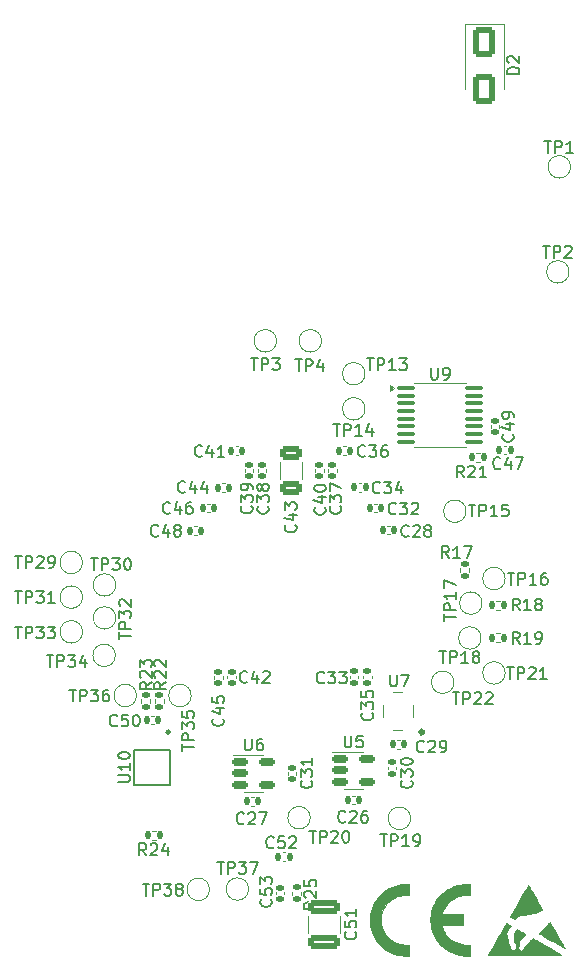
<source format=gto>
G04 #@! TF.GenerationSoftware,KiCad,Pcbnew,8.0.4*
G04 #@! TF.CreationDate,2025-01-19T11:33:19+01:00*
G04 #@! TF.ProjectId,nerdaxe-gamma,6e657264-6178-4652-9d67-616d6d612e6b,rev?*
G04 #@! TF.SameCoordinates,Original*
G04 #@! TF.FileFunction,Legend,Top*
G04 #@! TF.FilePolarity,Positive*
%FSLAX46Y46*%
G04 Gerber Fmt 4.6, Leading zero omitted, Abs format (unit mm)*
G04 Created by KiCad (PCBNEW 8.0.4) date 2025-01-19 11:33:19*
%MOMM*%
%LPD*%
G01*
G04 APERTURE LIST*
G04 Aperture macros list*
%AMRoundRect*
0 Rectangle with rounded corners*
0 $1 Rounding radius*
0 $2 $3 $4 $5 $6 $7 $8 $9 X,Y pos of 4 corners*
0 Add a 4 corners polygon primitive as box body*
4,1,4,$2,$3,$4,$5,$6,$7,$8,$9,$2,$3,0*
0 Add four circle primitives for the rounded corners*
1,1,$1+$1,$2,$3*
1,1,$1+$1,$4,$5*
1,1,$1+$1,$6,$7*
1,1,$1+$1,$8,$9*
0 Add four rect primitives between the rounded corners*
20,1,$1+$1,$2,$3,$4,$5,0*
20,1,$1+$1,$4,$5,$6,$7,0*
20,1,$1+$1,$6,$7,$8,$9,0*
20,1,$1+$1,$8,$9,$2,$3,0*%
G04 Aperture macros list end*
%ADD10C,0.150000*%
%ADD11C,0.120000*%
%ADD12C,0.313180*%
%ADD13C,0.254165*%
%ADD14C,0.010000*%
%ADD15C,1.500000*%
%ADD16RoundRect,0.135000X0.135000X0.185000X-0.135000X0.185000X-0.135000X-0.185000X0.135000X-0.185000X0*%
%ADD17RoundRect,0.250000X-1.100000X0.325000X-1.100000X-0.325000X1.100000X-0.325000X1.100000X0.325000X0*%
%ADD18C,2.000000*%
%ADD19RoundRect,0.140000X0.140000X0.170000X-0.140000X0.170000X-0.140000X-0.170000X0.140000X-0.170000X0*%
%ADD20RoundRect,0.140000X0.170000X-0.140000X0.170000X0.140000X-0.170000X0.140000X-0.170000X-0.140000X0*%
%ADD21RoundRect,0.140000X-0.170000X0.140000X-0.170000X-0.140000X0.170000X-0.140000X0.170000X0.140000X0*%
%ADD22RoundRect,0.135000X-0.185000X0.135000X-0.185000X-0.135000X0.185000X-0.135000X0.185000X0.135000X0*%
%ADD23C,3.000000*%
%ADD24RoundRect,0.150000X-0.512500X-0.150000X0.512500X-0.150000X0.512500X0.150000X-0.512500X0.150000X0*%
%ADD25R,1.100000X1.300000*%
%ADD26RoundRect,0.140000X-0.140000X-0.170000X0.140000X-0.170000X0.140000X0.170000X-0.140000X0.170000X0*%
%ADD27C,0.800000*%
%ADD28C,6.000000*%
%ADD29RoundRect,0.250000X-0.650000X0.325000X-0.650000X-0.325000X0.650000X-0.325000X0.650000X0.325000X0*%
%ADD30RoundRect,0.135000X0.185000X-0.135000X0.185000X0.135000X-0.185000X0.135000X-0.185000X-0.135000X0*%
%ADD31R,0.400000X1.100000*%
%ADD32C,3.500000*%
%ADD33RoundRect,0.100000X-0.637500X-0.100000X0.637500X-0.100000X0.637500X0.100000X-0.637500X0.100000X0*%
%ADD34RoundRect,0.135000X-0.135000X-0.185000X0.135000X-0.185000X0.135000X0.185000X-0.135000X0.185000X0*%
%ADD35RoundRect,0.250000X-0.650000X1.000000X-0.650000X-1.000000X0.650000X-1.000000X0.650000X1.000000X0*%
%ADD36C,1.295400*%
%ADD37C,1.574800*%
%ADD38C,1.700000*%
%ADD39C,1.600000*%
%ADD40C,1.800000*%
%ADD41C,0.400000*%
G04 APERTURE END LIST*
D10*
X127135095Y-76927819D02*
X127706523Y-76927819D01*
X127420809Y-77927819D02*
X127420809Y-76927819D01*
X128039857Y-77927819D02*
X128039857Y-76927819D01*
X128039857Y-76927819D02*
X128420809Y-76927819D01*
X128420809Y-76927819D02*
X128516047Y-76975438D01*
X128516047Y-76975438D02*
X128563666Y-77023057D01*
X128563666Y-77023057D02*
X128611285Y-77118295D01*
X128611285Y-77118295D02*
X128611285Y-77261152D01*
X128611285Y-77261152D02*
X128563666Y-77356390D01*
X128563666Y-77356390D02*
X128516047Y-77404009D01*
X128516047Y-77404009D02*
X128420809Y-77451628D01*
X128420809Y-77451628D02*
X128039857Y-77451628D01*
X129563666Y-77927819D02*
X128992238Y-77927819D01*
X129277952Y-77927819D02*
X129277952Y-76927819D01*
X129277952Y-76927819D02*
X129182714Y-77070676D01*
X129182714Y-77070676D02*
X129087476Y-77165914D01*
X129087476Y-77165914D02*
X128992238Y-77213533D01*
X120307142Y-105414819D02*
X119973809Y-104938628D01*
X119735714Y-105414819D02*
X119735714Y-104414819D01*
X119735714Y-104414819D02*
X120116666Y-104414819D01*
X120116666Y-104414819D02*
X120211904Y-104462438D01*
X120211904Y-104462438D02*
X120259523Y-104510057D01*
X120259523Y-104510057D02*
X120307142Y-104605295D01*
X120307142Y-104605295D02*
X120307142Y-104748152D01*
X120307142Y-104748152D02*
X120259523Y-104843390D01*
X120259523Y-104843390D02*
X120211904Y-104891009D01*
X120211904Y-104891009D02*
X120116666Y-104938628D01*
X120116666Y-104938628D02*
X119735714Y-104938628D01*
X120688095Y-104510057D02*
X120735714Y-104462438D01*
X120735714Y-104462438D02*
X120830952Y-104414819D01*
X120830952Y-104414819D02*
X121069047Y-104414819D01*
X121069047Y-104414819D02*
X121164285Y-104462438D01*
X121164285Y-104462438D02*
X121211904Y-104510057D01*
X121211904Y-104510057D02*
X121259523Y-104605295D01*
X121259523Y-104605295D02*
X121259523Y-104700533D01*
X121259523Y-104700533D02*
X121211904Y-104843390D01*
X121211904Y-104843390D02*
X120640476Y-105414819D01*
X120640476Y-105414819D02*
X121259523Y-105414819D01*
X122211904Y-105414819D02*
X121640476Y-105414819D01*
X121926190Y-105414819D02*
X121926190Y-104414819D01*
X121926190Y-104414819D02*
X121830952Y-104557676D01*
X121830952Y-104557676D02*
X121735714Y-104652914D01*
X121735714Y-104652914D02*
X121640476Y-104700533D01*
X111117580Y-143898857D02*
X111165200Y-143946476D01*
X111165200Y-143946476D02*
X111212819Y-144089333D01*
X111212819Y-144089333D02*
X111212819Y-144184571D01*
X111212819Y-144184571D02*
X111165200Y-144327428D01*
X111165200Y-144327428D02*
X111069961Y-144422666D01*
X111069961Y-144422666D02*
X110974723Y-144470285D01*
X110974723Y-144470285D02*
X110784247Y-144517904D01*
X110784247Y-144517904D02*
X110641390Y-144517904D01*
X110641390Y-144517904D02*
X110450914Y-144470285D01*
X110450914Y-144470285D02*
X110355676Y-144422666D01*
X110355676Y-144422666D02*
X110260438Y-144327428D01*
X110260438Y-144327428D02*
X110212819Y-144184571D01*
X110212819Y-144184571D02*
X110212819Y-144089333D01*
X110212819Y-144089333D02*
X110260438Y-143946476D01*
X110260438Y-143946476D02*
X110308057Y-143898857D01*
X110212819Y-142994095D02*
X110212819Y-143470285D01*
X110212819Y-143470285D02*
X110689009Y-143517904D01*
X110689009Y-143517904D02*
X110641390Y-143470285D01*
X110641390Y-143470285D02*
X110593771Y-143375047D01*
X110593771Y-143375047D02*
X110593771Y-143136952D01*
X110593771Y-143136952D02*
X110641390Y-143041714D01*
X110641390Y-143041714D02*
X110689009Y-142994095D01*
X110689009Y-142994095D02*
X110784247Y-142946476D01*
X110784247Y-142946476D02*
X111022342Y-142946476D01*
X111022342Y-142946476D02*
X111117580Y-142994095D01*
X111117580Y-142994095D02*
X111165200Y-143041714D01*
X111165200Y-143041714D02*
X111212819Y-143136952D01*
X111212819Y-143136952D02*
X111212819Y-143375047D01*
X111212819Y-143375047D02*
X111165200Y-143470285D01*
X111165200Y-143470285D02*
X111117580Y-143517904D01*
X111212819Y-141994095D02*
X111212819Y-142565523D01*
X111212819Y-142279809D02*
X110212819Y-142279809D01*
X110212819Y-142279809D02*
X110355676Y-142375047D01*
X110355676Y-142375047D02*
X110450914Y-142470285D01*
X110450914Y-142470285D02*
X110498533Y-142565523D01*
X113231905Y-135644819D02*
X113803333Y-135644819D01*
X113517619Y-136644819D02*
X113517619Y-135644819D01*
X114136667Y-136644819D02*
X114136667Y-135644819D01*
X114136667Y-135644819D02*
X114517619Y-135644819D01*
X114517619Y-135644819D02*
X114612857Y-135692438D01*
X114612857Y-135692438D02*
X114660476Y-135740057D01*
X114660476Y-135740057D02*
X114708095Y-135835295D01*
X114708095Y-135835295D02*
X114708095Y-135978152D01*
X114708095Y-135978152D02*
X114660476Y-136073390D01*
X114660476Y-136073390D02*
X114612857Y-136121009D01*
X114612857Y-136121009D02*
X114517619Y-136168628D01*
X114517619Y-136168628D02*
X114136667Y-136168628D01*
X115660476Y-136644819D02*
X115089048Y-136644819D01*
X115374762Y-136644819D02*
X115374762Y-135644819D01*
X115374762Y-135644819D02*
X115279524Y-135787676D01*
X115279524Y-135787676D02*
X115184286Y-135882914D01*
X115184286Y-135882914D02*
X115089048Y-135930533D01*
X116136667Y-136644819D02*
X116327143Y-136644819D01*
X116327143Y-136644819D02*
X116422381Y-136597200D01*
X116422381Y-136597200D02*
X116470000Y-136549580D01*
X116470000Y-136549580D02*
X116565238Y-136406723D01*
X116565238Y-136406723D02*
X116612857Y-136216247D01*
X116612857Y-136216247D02*
X116612857Y-135835295D01*
X116612857Y-135835295D02*
X116565238Y-135740057D01*
X116565238Y-135740057D02*
X116517619Y-135692438D01*
X116517619Y-135692438D02*
X116422381Y-135644819D01*
X116422381Y-135644819D02*
X116231905Y-135644819D01*
X116231905Y-135644819D02*
X116136667Y-135692438D01*
X116136667Y-135692438D02*
X116089048Y-135740057D01*
X116089048Y-135740057D02*
X116041429Y-135835295D01*
X116041429Y-135835295D02*
X116041429Y-136073390D01*
X116041429Y-136073390D02*
X116089048Y-136168628D01*
X116089048Y-136168628D02*
X116136667Y-136216247D01*
X116136667Y-136216247D02*
X116231905Y-136263866D01*
X116231905Y-136263866D02*
X116422381Y-136263866D01*
X116422381Y-136263866D02*
X116517619Y-136216247D01*
X116517619Y-136216247D02*
X116565238Y-136168628D01*
X116565238Y-136168628D02*
X116612857Y-136073390D01*
X98137142Y-103589580D02*
X98089523Y-103637200D01*
X98089523Y-103637200D02*
X97946666Y-103684819D01*
X97946666Y-103684819D02*
X97851428Y-103684819D01*
X97851428Y-103684819D02*
X97708571Y-103637200D01*
X97708571Y-103637200D02*
X97613333Y-103541961D01*
X97613333Y-103541961D02*
X97565714Y-103446723D01*
X97565714Y-103446723D02*
X97518095Y-103256247D01*
X97518095Y-103256247D02*
X97518095Y-103113390D01*
X97518095Y-103113390D02*
X97565714Y-102922914D01*
X97565714Y-102922914D02*
X97613333Y-102827676D01*
X97613333Y-102827676D02*
X97708571Y-102732438D01*
X97708571Y-102732438D02*
X97851428Y-102684819D01*
X97851428Y-102684819D02*
X97946666Y-102684819D01*
X97946666Y-102684819D02*
X98089523Y-102732438D01*
X98089523Y-102732438D02*
X98137142Y-102780057D01*
X98994285Y-103018152D02*
X98994285Y-103684819D01*
X98756190Y-102637200D02*
X98518095Y-103351485D01*
X98518095Y-103351485D02*
X99137142Y-103351485D01*
X100041904Y-103684819D02*
X99470476Y-103684819D01*
X99756190Y-103684819D02*
X99756190Y-102684819D01*
X99756190Y-102684819D02*
X99660952Y-102827676D01*
X99660952Y-102827676D02*
X99565714Y-102922914D01*
X99565714Y-102922914D02*
X99470476Y-102970533D01*
X123961905Y-121484819D02*
X124533333Y-121484819D01*
X124247619Y-122484819D02*
X124247619Y-121484819D01*
X124866667Y-122484819D02*
X124866667Y-121484819D01*
X124866667Y-121484819D02*
X125247619Y-121484819D01*
X125247619Y-121484819D02*
X125342857Y-121532438D01*
X125342857Y-121532438D02*
X125390476Y-121580057D01*
X125390476Y-121580057D02*
X125438095Y-121675295D01*
X125438095Y-121675295D02*
X125438095Y-121818152D01*
X125438095Y-121818152D02*
X125390476Y-121913390D01*
X125390476Y-121913390D02*
X125342857Y-121961009D01*
X125342857Y-121961009D02*
X125247619Y-122008628D01*
X125247619Y-122008628D02*
X124866667Y-122008628D01*
X125819048Y-121580057D02*
X125866667Y-121532438D01*
X125866667Y-121532438D02*
X125961905Y-121484819D01*
X125961905Y-121484819D02*
X126200000Y-121484819D01*
X126200000Y-121484819D02*
X126295238Y-121532438D01*
X126295238Y-121532438D02*
X126342857Y-121580057D01*
X126342857Y-121580057D02*
X126390476Y-121675295D01*
X126390476Y-121675295D02*
X126390476Y-121770533D01*
X126390476Y-121770533D02*
X126342857Y-121913390D01*
X126342857Y-121913390D02*
X125771429Y-122484819D01*
X125771429Y-122484819D02*
X126390476Y-122484819D01*
X127342857Y-122484819D02*
X126771429Y-122484819D01*
X127057143Y-122484819D02*
X127057143Y-121484819D01*
X127057143Y-121484819D02*
X126961905Y-121627676D01*
X126961905Y-121627676D02*
X126866667Y-121722914D01*
X126866667Y-121722914D02*
X126771429Y-121770533D01*
X118241905Y-120124819D02*
X118813333Y-120124819D01*
X118527619Y-121124819D02*
X118527619Y-120124819D01*
X119146667Y-121124819D02*
X119146667Y-120124819D01*
X119146667Y-120124819D02*
X119527619Y-120124819D01*
X119527619Y-120124819D02*
X119622857Y-120172438D01*
X119622857Y-120172438D02*
X119670476Y-120220057D01*
X119670476Y-120220057D02*
X119718095Y-120315295D01*
X119718095Y-120315295D02*
X119718095Y-120458152D01*
X119718095Y-120458152D02*
X119670476Y-120553390D01*
X119670476Y-120553390D02*
X119622857Y-120601009D01*
X119622857Y-120601009D02*
X119527619Y-120648628D01*
X119527619Y-120648628D02*
X119146667Y-120648628D01*
X120670476Y-121124819D02*
X120099048Y-121124819D01*
X120384762Y-121124819D02*
X120384762Y-120124819D01*
X120384762Y-120124819D02*
X120289524Y-120267676D01*
X120289524Y-120267676D02*
X120194286Y-120362914D01*
X120194286Y-120362914D02*
X120099048Y-120410533D01*
X121241905Y-120553390D02*
X121146667Y-120505771D01*
X121146667Y-120505771D02*
X121099048Y-120458152D01*
X121099048Y-120458152D02*
X121051429Y-120362914D01*
X121051429Y-120362914D02*
X121051429Y-120315295D01*
X121051429Y-120315295D02*
X121099048Y-120220057D01*
X121099048Y-120220057D02*
X121146667Y-120172438D01*
X121146667Y-120172438D02*
X121241905Y-120124819D01*
X121241905Y-120124819D02*
X121432381Y-120124819D01*
X121432381Y-120124819D02*
X121527619Y-120172438D01*
X121527619Y-120172438D02*
X121575238Y-120220057D01*
X121575238Y-120220057D02*
X121622857Y-120315295D01*
X121622857Y-120315295D02*
X121622857Y-120362914D01*
X121622857Y-120362914D02*
X121575238Y-120458152D01*
X121575238Y-120458152D02*
X121527619Y-120505771D01*
X121527619Y-120505771D02*
X121432381Y-120553390D01*
X121432381Y-120553390D02*
X121241905Y-120553390D01*
X121241905Y-120553390D02*
X121146667Y-120601009D01*
X121146667Y-120601009D02*
X121099048Y-120648628D01*
X121099048Y-120648628D02*
X121051429Y-120743866D01*
X121051429Y-120743866D02*
X121051429Y-120934342D01*
X121051429Y-120934342D02*
X121099048Y-121029580D01*
X121099048Y-121029580D02*
X121146667Y-121077200D01*
X121146667Y-121077200D02*
X121241905Y-121124819D01*
X121241905Y-121124819D02*
X121432381Y-121124819D01*
X121432381Y-121124819D02*
X121527619Y-121077200D01*
X121527619Y-121077200D02*
X121575238Y-121029580D01*
X121575238Y-121029580D02*
X121622857Y-120934342D01*
X121622857Y-120934342D02*
X121622857Y-120743866D01*
X121622857Y-120743866D02*
X121575238Y-120648628D01*
X121575238Y-120648628D02*
X121527619Y-120601009D01*
X121527619Y-120601009D02*
X121432381Y-120553390D01*
X101967142Y-122729580D02*
X101919523Y-122777200D01*
X101919523Y-122777200D02*
X101776666Y-122824819D01*
X101776666Y-122824819D02*
X101681428Y-122824819D01*
X101681428Y-122824819D02*
X101538571Y-122777200D01*
X101538571Y-122777200D02*
X101443333Y-122681961D01*
X101443333Y-122681961D02*
X101395714Y-122586723D01*
X101395714Y-122586723D02*
X101348095Y-122396247D01*
X101348095Y-122396247D02*
X101348095Y-122253390D01*
X101348095Y-122253390D02*
X101395714Y-122062914D01*
X101395714Y-122062914D02*
X101443333Y-121967676D01*
X101443333Y-121967676D02*
X101538571Y-121872438D01*
X101538571Y-121872438D02*
X101681428Y-121824819D01*
X101681428Y-121824819D02*
X101776666Y-121824819D01*
X101776666Y-121824819D02*
X101919523Y-121872438D01*
X101919523Y-121872438D02*
X101967142Y-121920057D01*
X102824285Y-122158152D02*
X102824285Y-122824819D01*
X102586190Y-121777200D02*
X102348095Y-122491485D01*
X102348095Y-122491485D02*
X102967142Y-122491485D01*
X103300476Y-121920057D02*
X103348095Y-121872438D01*
X103348095Y-121872438D02*
X103443333Y-121824819D01*
X103443333Y-121824819D02*
X103681428Y-121824819D01*
X103681428Y-121824819D02*
X103776666Y-121872438D01*
X103776666Y-121872438D02*
X103824285Y-121920057D01*
X103824285Y-121920057D02*
X103871904Y-122015295D01*
X103871904Y-122015295D02*
X103871904Y-122110533D01*
X103871904Y-122110533D02*
X103824285Y-122253390D01*
X103824285Y-122253390D02*
X103252857Y-122824819D01*
X103252857Y-122824819D02*
X103871904Y-122824819D01*
X108534780Y-107942857D02*
X108582400Y-107990476D01*
X108582400Y-107990476D02*
X108630019Y-108133333D01*
X108630019Y-108133333D02*
X108630019Y-108228571D01*
X108630019Y-108228571D02*
X108582400Y-108371428D01*
X108582400Y-108371428D02*
X108487161Y-108466666D01*
X108487161Y-108466666D02*
X108391923Y-108514285D01*
X108391923Y-108514285D02*
X108201447Y-108561904D01*
X108201447Y-108561904D02*
X108058590Y-108561904D01*
X108058590Y-108561904D02*
X107868114Y-108514285D01*
X107868114Y-108514285D02*
X107772876Y-108466666D01*
X107772876Y-108466666D02*
X107677638Y-108371428D01*
X107677638Y-108371428D02*
X107630019Y-108228571D01*
X107630019Y-108228571D02*
X107630019Y-108133333D01*
X107630019Y-108133333D02*
X107677638Y-107990476D01*
X107677638Y-107990476D02*
X107725257Y-107942857D01*
X107963352Y-107085714D02*
X108630019Y-107085714D01*
X107582400Y-107323809D02*
X108296685Y-107561904D01*
X108296685Y-107561904D02*
X108296685Y-106942857D01*
X107630019Y-106371428D02*
X107630019Y-106276190D01*
X107630019Y-106276190D02*
X107677638Y-106180952D01*
X107677638Y-106180952D02*
X107725257Y-106133333D01*
X107725257Y-106133333D02*
X107820495Y-106085714D01*
X107820495Y-106085714D02*
X108010971Y-106038095D01*
X108010971Y-106038095D02*
X108249066Y-106038095D01*
X108249066Y-106038095D02*
X108439542Y-106085714D01*
X108439542Y-106085714D02*
X108534780Y-106133333D01*
X108534780Y-106133333D02*
X108582400Y-106180952D01*
X108582400Y-106180952D02*
X108630019Y-106276190D01*
X108630019Y-106276190D02*
X108630019Y-106371428D01*
X108630019Y-106371428D02*
X108582400Y-106466666D01*
X108582400Y-106466666D02*
X108534780Y-106514285D01*
X108534780Y-106514285D02*
X108439542Y-106561904D01*
X108439542Y-106561904D02*
X108249066Y-106609523D01*
X108249066Y-106609523D02*
X108010971Y-106609523D01*
X108010971Y-106609523D02*
X107820495Y-106561904D01*
X107820495Y-106561904D02*
X107725257Y-106514285D01*
X107725257Y-106514285D02*
X107677638Y-106466666D01*
X107677638Y-106466666D02*
X107630019Y-106371428D01*
X93884819Y-122752857D02*
X93408628Y-123086190D01*
X93884819Y-123324285D02*
X92884819Y-123324285D01*
X92884819Y-123324285D02*
X92884819Y-122943333D01*
X92884819Y-122943333D02*
X92932438Y-122848095D01*
X92932438Y-122848095D02*
X92980057Y-122800476D01*
X92980057Y-122800476D02*
X93075295Y-122752857D01*
X93075295Y-122752857D02*
X93218152Y-122752857D01*
X93218152Y-122752857D02*
X93313390Y-122800476D01*
X93313390Y-122800476D02*
X93361009Y-122848095D01*
X93361009Y-122848095D02*
X93408628Y-122943333D01*
X93408628Y-122943333D02*
X93408628Y-123324285D01*
X92980057Y-122371904D02*
X92932438Y-122324285D01*
X92932438Y-122324285D02*
X92884819Y-122229047D01*
X92884819Y-122229047D02*
X92884819Y-121990952D01*
X92884819Y-121990952D02*
X92932438Y-121895714D01*
X92932438Y-121895714D02*
X92980057Y-121848095D01*
X92980057Y-121848095D02*
X93075295Y-121800476D01*
X93075295Y-121800476D02*
X93170533Y-121800476D01*
X93170533Y-121800476D02*
X93313390Y-121848095D01*
X93313390Y-121848095D02*
X93884819Y-122419523D01*
X93884819Y-122419523D02*
X93884819Y-121800476D01*
X92884819Y-121467142D02*
X92884819Y-120848095D01*
X92884819Y-120848095D02*
X93265771Y-121181428D01*
X93265771Y-121181428D02*
X93265771Y-121038571D01*
X93265771Y-121038571D02*
X93313390Y-120943333D01*
X93313390Y-120943333D02*
X93361009Y-120895714D01*
X93361009Y-120895714D02*
X93456247Y-120848095D01*
X93456247Y-120848095D02*
X93694342Y-120848095D01*
X93694342Y-120848095D02*
X93789580Y-120895714D01*
X93789580Y-120895714D02*
X93837200Y-120943333D01*
X93837200Y-120943333D02*
X93884819Y-121038571D01*
X93884819Y-121038571D02*
X93884819Y-121324285D01*
X93884819Y-121324285D02*
X93837200Y-121419523D01*
X93837200Y-121419523D02*
X93789580Y-121467142D01*
X95437142Y-108399580D02*
X95389523Y-108447200D01*
X95389523Y-108447200D02*
X95246666Y-108494819D01*
X95246666Y-108494819D02*
X95151428Y-108494819D01*
X95151428Y-108494819D02*
X95008571Y-108447200D01*
X95008571Y-108447200D02*
X94913333Y-108351961D01*
X94913333Y-108351961D02*
X94865714Y-108256723D01*
X94865714Y-108256723D02*
X94818095Y-108066247D01*
X94818095Y-108066247D02*
X94818095Y-107923390D01*
X94818095Y-107923390D02*
X94865714Y-107732914D01*
X94865714Y-107732914D02*
X94913333Y-107637676D01*
X94913333Y-107637676D02*
X95008571Y-107542438D01*
X95008571Y-107542438D02*
X95151428Y-107494819D01*
X95151428Y-107494819D02*
X95246666Y-107494819D01*
X95246666Y-107494819D02*
X95389523Y-107542438D01*
X95389523Y-107542438D02*
X95437142Y-107590057D01*
X96294285Y-107828152D02*
X96294285Y-108494819D01*
X96056190Y-107447200D02*
X95818095Y-108161485D01*
X95818095Y-108161485D02*
X96437142Y-108161485D01*
X97246666Y-107494819D02*
X97056190Y-107494819D01*
X97056190Y-107494819D02*
X96960952Y-107542438D01*
X96960952Y-107542438D02*
X96913333Y-107590057D01*
X96913333Y-107590057D02*
X96818095Y-107732914D01*
X96818095Y-107732914D02*
X96770476Y-107923390D01*
X96770476Y-107923390D02*
X96770476Y-108304342D01*
X96770476Y-108304342D02*
X96818095Y-108399580D01*
X96818095Y-108399580D02*
X96865714Y-108447200D01*
X96865714Y-108447200D02*
X96960952Y-108494819D01*
X96960952Y-108494819D02*
X97151428Y-108494819D01*
X97151428Y-108494819D02*
X97246666Y-108447200D01*
X97246666Y-108447200D02*
X97294285Y-108399580D01*
X97294285Y-108399580D02*
X97341904Y-108304342D01*
X97341904Y-108304342D02*
X97341904Y-108066247D01*
X97341904Y-108066247D02*
X97294285Y-107971009D01*
X97294285Y-107971009D02*
X97246666Y-107923390D01*
X97246666Y-107923390D02*
X97151428Y-107875771D01*
X97151428Y-107875771D02*
X96960952Y-107875771D01*
X96960952Y-107875771D02*
X96865714Y-107923390D01*
X96865714Y-107923390D02*
X96818095Y-107971009D01*
X96818095Y-107971009D02*
X96770476Y-108066247D01*
X102324580Y-107842857D02*
X102372200Y-107890476D01*
X102372200Y-107890476D02*
X102419819Y-108033333D01*
X102419819Y-108033333D02*
X102419819Y-108128571D01*
X102419819Y-108128571D02*
X102372200Y-108271428D01*
X102372200Y-108271428D02*
X102276961Y-108366666D01*
X102276961Y-108366666D02*
X102181723Y-108414285D01*
X102181723Y-108414285D02*
X101991247Y-108461904D01*
X101991247Y-108461904D02*
X101848390Y-108461904D01*
X101848390Y-108461904D02*
X101657914Y-108414285D01*
X101657914Y-108414285D02*
X101562676Y-108366666D01*
X101562676Y-108366666D02*
X101467438Y-108271428D01*
X101467438Y-108271428D02*
X101419819Y-108128571D01*
X101419819Y-108128571D02*
X101419819Y-108033333D01*
X101419819Y-108033333D02*
X101467438Y-107890476D01*
X101467438Y-107890476D02*
X101515057Y-107842857D01*
X101419819Y-107509523D02*
X101419819Y-106890476D01*
X101419819Y-106890476D02*
X101800771Y-107223809D01*
X101800771Y-107223809D02*
X101800771Y-107080952D01*
X101800771Y-107080952D02*
X101848390Y-106985714D01*
X101848390Y-106985714D02*
X101896009Y-106938095D01*
X101896009Y-106938095D02*
X101991247Y-106890476D01*
X101991247Y-106890476D02*
X102229342Y-106890476D01*
X102229342Y-106890476D02*
X102324580Y-106938095D01*
X102324580Y-106938095D02*
X102372200Y-106985714D01*
X102372200Y-106985714D02*
X102419819Y-107080952D01*
X102419819Y-107080952D02*
X102419819Y-107366666D01*
X102419819Y-107366666D02*
X102372200Y-107461904D01*
X102372200Y-107461904D02*
X102324580Y-107509523D01*
X102419819Y-106414285D02*
X102419819Y-106223809D01*
X102419819Y-106223809D02*
X102372200Y-106128571D01*
X102372200Y-106128571D02*
X102324580Y-106080952D01*
X102324580Y-106080952D02*
X102181723Y-105985714D01*
X102181723Y-105985714D02*
X101991247Y-105938095D01*
X101991247Y-105938095D02*
X101610295Y-105938095D01*
X101610295Y-105938095D02*
X101515057Y-105985714D01*
X101515057Y-105985714D02*
X101467438Y-106033333D01*
X101467438Y-106033333D02*
X101419819Y-106128571D01*
X101419819Y-106128571D02*
X101419819Y-106319047D01*
X101419819Y-106319047D02*
X101467438Y-106414285D01*
X101467438Y-106414285D02*
X101515057Y-106461904D01*
X101515057Y-106461904D02*
X101610295Y-106509523D01*
X101610295Y-106509523D02*
X101848390Y-106509523D01*
X101848390Y-106509523D02*
X101943628Y-106461904D01*
X101943628Y-106461904D02*
X101991247Y-106414285D01*
X101991247Y-106414285D02*
X102038866Y-106319047D01*
X102038866Y-106319047D02*
X102038866Y-106128571D01*
X102038866Y-106128571D02*
X101991247Y-106033333D01*
X101991247Y-106033333D02*
X101943628Y-105985714D01*
X101943628Y-105985714D02*
X101848390Y-105938095D01*
X101768095Y-127524819D02*
X101768095Y-128334342D01*
X101768095Y-128334342D02*
X101815714Y-128429580D01*
X101815714Y-128429580D02*
X101863333Y-128477200D01*
X101863333Y-128477200D02*
X101958571Y-128524819D01*
X101958571Y-128524819D02*
X102149047Y-128524819D01*
X102149047Y-128524819D02*
X102244285Y-128477200D01*
X102244285Y-128477200D02*
X102291904Y-128429580D01*
X102291904Y-128429580D02*
X102339523Y-128334342D01*
X102339523Y-128334342D02*
X102339523Y-127524819D01*
X103244285Y-127524819D02*
X103053809Y-127524819D01*
X103053809Y-127524819D02*
X102958571Y-127572438D01*
X102958571Y-127572438D02*
X102910952Y-127620057D01*
X102910952Y-127620057D02*
X102815714Y-127762914D01*
X102815714Y-127762914D02*
X102768095Y-127953390D01*
X102768095Y-127953390D02*
X102768095Y-128334342D01*
X102768095Y-128334342D02*
X102815714Y-128429580D01*
X102815714Y-128429580D02*
X102863333Y-128477200D01*
X102863333Y-128477200D02*
X102958571Y-128524819D01*
X102958571Y-128524819D02*
X103149047Y-128524819D01*
X103149047Y-128524819D02*
X103244285Y-128477200D01*
X103244285Y-128477200D02*
X103291904Y-128429580D01*
X103291904Y-128429580D02*
X103339523Y-128334342D01*
X103339523Y-128334342D02*
X103339523Y-128096247D01*
X103339523Y-128096247D02*
X103291904Y-128001009D01*
X103291904Y-128001009D02*
X103244285Y-127953390D01*
X103244285Y-127953390D02*
X103149047Y-127905771D01*
X103149047Y-127905771D02*
X102958571Y-127905771D01*
X102958571Y-127905771D02*
X102863333Y-127953390D01*
X102863333Y-127953390D02*
X102815714Y-128001009D01*
X102815714Y-128001009D02*
X102768095Y-128096247D01*
X112101905Y-95334819D02*
X112673333Y-95334819D01*
X112387619Y-96334819D02*
X112387619Y-95334819D01*
X113006667Y-96334819D02*
X113006667Y-95334819D01*
X113006667Y-95334819D02*
X113387619Y-95334819D01*
X113387619Y-95334819D02*
X113482857Y-95382438D01*
X113482857Y-95382438D02*
X113530476Y-95430057D01*
X113530476Y-95430057D02*
X113578095Y-95525295D01*
X113578095Y-95525295D02*
X113578095Y-95668152D01*
X113578095Y-95668152D02*
X113530476Y-95763390D01*
X113530476Y-95763390D02*
X113482857Y-95811009D01*
X113482857Y-95811009D02*
X113387619Y-95858628D01*
X113387619Y-95858628D02*
X113006667Y-95858628D01*
X114530476Y-96334819D02*
X113959048Y-96334819D01*
X114244762Y-96334819D02*
X114244762Y-95334819D01*
X114244762Y-95334819D02*
X114149524Y-95477676D01*
X114149524Y-95477676D02*
X114054286Y-95572914D01*
X114054286Y-95572914D02*
X113959048Y-95620533D01*
X114863810Y-95334819D02*
X115482857Y-95334819D01*
X115482857Y-95334819D02*
X115149524Y-95715771D01*
X115149524Y-95715771D02*
X115292381Y-95715771D01*
X115292381Y-95715771D02*
X115387619Y-95763390D01*
X115387619Y-95763390D02*
X115435238Y-95811009D01*
X115435238Y-95811009D02*
X115482857Y-95906247D01*
X115482857Y-95906247D02*
X115482857Y-96144342D01*
X115482857Y-96144342D02*
X115435238Y-96239580D01*
X115435238Y-96239580D02*
X115387619Y-96287200D01*
X115387619Y-96287200D02*
X115292381Y-96334819D01*
X115292381Y-96334819D02*
X115006667Y-96334819D01*
X115006667Y-96334819D02*
X114911429Y-96287200D01*
X114911429Y-96287200D02*
X114863810Y-96239580D01*
X99445905Y-137952819D02*
X100017333Y-137952819D01*
X99731619Y-138952819D02*
X99731619Y-137952819D01*
X100350667Y-138952819D02*
X100350667Y-137952819D01*
X100350667Y-137952819D02*
X100731619Y-137952819D01*
X100731619Y-137952819D02*
X100826857Y-138000438D01*
X100826857Y-138000438D02*
X100874476Y-138048057D01*
X100874476Y-138048057D02*
X100922095Y-138143295D01*
X100922095Y-138143295D02*
X100922095Y-138286152D01*
X100922095Y-138286152D02*
X100874476Y-138381390D01*
X100874476Y-138381390D02*
X100826857Y-138429009D01*
X100826857Y-138429009D02*
X100731619Y-138476628D01*
X100731619Y-138476628D02*
X100350667Y-138476628D01*
X101255429Y-137952819D02*
X101874476Y-137952819D01*
X101874476Y-137952819D02*
X101541143Y-138333771D01*
X101541143Y-138333771D02*
X101684000Y-138333771D01*
X101684000Y-138333771D02*
X101779238Y-138381390D01*
X101779238Y-138381390D02*
X101826857Y-138429009D01*
X101826857Y-138429009D02*
X101874476Y-138524247D01*
X101874476Y-138524247D02*
X101874476Y-138762342D01*
X101874476Y-138762342D02*
X101826857Y-138857580D01*
X101826857Y-138857580D02*
X101779238Y-138905200D01*
X101779238Y-138905200D02*
X101684000Y-138952819D01*
X101684000Y-138952819D02*
X101398286Y-138952819D01*
X101398286Y-138952819D02*
X101303048Y-138905200D01*
X101303048Y-138905200D02*
X101255429Y-138857580D01*
X102207810Y-137952819D02*
X102874476Y-137952819D01*
X102874476Y-137952819D02*
X102445905Y-138952819D01*
X96464819Y-128568094D02*
X96464819Y-127996666D01*
X97464819Y-128282380D02*
X96464819Y-128282380D01*
X97464819Y-127663332D02*
X96464819Y-127663332D01*
X96464819Y-127663332D02*
X96464819Y-127282380D01*
X96464819Y-127282380D02*
X96512438Y-127187142D01*
X96512438Y-127187142D02*
X96560057Y-127139523D01*
X96560057Y-127139523D02*
X96655295Y-127091904D01*
X96655295Y-127091904D02*
X96798152Y-127091904D01*
X96798152Y-127091904D02*
X96893390Y-127139523D01*
X96893390Y-127139523D02*
X96941009Y-127187142D01*
X96941009Y-127187142D02*
X96988628Y-127282380D01*
X96988628Y-127282380D02*
X96988628Y-127663332D01*
X96464819Y-126758570D02*
X96464819Y-126139523D01*
X96464819Y-126139523D02*
X96845771Y-126472856D01*
X96845771Y-126472856D02*
X96845771Y-126329999D01*
X96845771Y-126329999D02*
X96893390Y-126234761D01*
X96893390Y-126234761D02*
X96941009Y-126187142D01*
X96941009Y-126187142D02*
X97036247Y-126139523D01*
X97036247Y-126139523D02*
X97274342Y-126139523D01*
X97274342Y-126139523D02*
X97369580Y-126187142D01*
X97369580Y-126187142D02*
X97417200Y-126234761D01*
X97417200Y-126234761D02*
X97464819Y-126329999D01*
X97464819Y-126329999D02*
X97464819Y-126615713D01*
X97464819Y-126615713D02*
X97417200Y-126710951D01*
X97417200Y-126710951D02*
X97369580Y-126758570D01*
X96464819Y-125234761D02*
X96464819Y-125710951D01*
X96464819Y-125710951D02*
X96941009Y-125758570D01*
X96941009Y-125758570D02*
X96893390Y-125710951D01*
X96893390Y-125710951D02*
X96845771Y-125615713D01*
X96845771Y-125615713D02*
X96845771Y-125377618D01*
X96845771Y-125377618D02*
X96893390Y-125282380D01*
X96893390Y-125282380D02*
X96941009Y-125234761D01*
X96941009Y-125234761D02*
X97036247Y-125187142D01*
X97036247Y-125187142D02*
X97274342Y-125187142D01*
X97274342Y-125187142D02*
X97369580Y-125234761D01*
X97369580Y-125234761D02*
X97417200Y-125282380D01*
X97417200Y-125282380D02*
X97464819Y-125377618D01*
X97464819Y-125377618D02*
X97464819Y-125615713D01*
X97464819Y-125615713D02*
X97417200Y-125710951D01*
X97417200Y-125710951D02*
X97369580Y-125758570D01*
X93125905Y-139822819D02*
X93697333Y-139822819D01*
X93411619Y-140822819D02*
X93411619Y-139822819D01*
X94030667Y-140822819D02*
X94030667Y-139822819D01*
X94030667Y-139822819D02*
X94411619Y-139822819D01*
X94411619Y-139822819D02*
X94506857Y-139870438D01*
X94506857Y-139870438D02*
X94554476Y-139918057D01*
X94554476Y-139918057D02*
X94602095Y-140013295D01*
X94602095Y-140013295D02*
X94602095Y-140156152D01*
X94602095Y-140156152D02*
X94554476Y-140251390D01*
X94554476Y-140251390D02*
X94506857Y-140299009D01*
X94506857Y-140299009D02*
X94411619Y-140346628D01*
X94411619Y-140346628D02*
X94030667Y-140346628D01*
X94935429Y-139822819D02*
X95554476Y-139822819D01*
X95554476Y-139822819D02*
X95221143Y-140203771D01*
X95221143Y-140203771D02*
X95364000Y-140203771D01*
X95364000Y-140203771D02*
X95459238Y-140251390D01*
X95459238Y-140251390D02*
X95506857Y-140299009D01*
X95506857Y-140299009D02*
X95554476Y-140394247D01*
X95554476Y-140394247D02*
X95554476Y-140632342D01*
X95554476Y-140632342D02*
X95506857Y-140727580D01*
X95506857Y-140727580D02*
X95459238Y-140775200D01*
X95459238Y-140775200D02*
X95364000Y-140822819D01*
X95364000Y-140822819D02*
X95078286Y-140822819D01*
X95078286Y-140822819D02*
X94983048Y-140775200D01*
X94983048Y-140775200D02*
X94935429Y-140727580D01*
X96125905Y-140251390D02*
X96030667Y-140203771D01*
X96030667Y-140203771D02*
X95983048Y-140156152D01*
X95983048Y-140156152D02*
X95935429Y-140060914D01*
X95935429Y-140060914D02*
X95935429Y-140013295D01*
X95935429Y-140013295D02*
X95983048Y-139918057D01*
X95983048Y-139918057D02*
X96030667Y-139870438D01*
X96030667Y-139870438D02*
X96125905Y-139822819D01*
X96125905Y-139822819D02*
X96316381Y-139822819D01*
X96316381Y-139822819D02*
X96411619Y-139870438D01*
X96411619Y-139870438D02*
X96459238Y-139918057D01*
X96459238Y-139918057D02*
X96506857Y-140013295D01*
X96506857Y-140013295D02*
X96506857Y-140060914D01*
X96506857Y-140060914D02*
X96459238Y-140156152D01*
X96459238Y-140156152D02*
X96411619Y-140203771D01*
X96411619Y-140203771D02*
X96316381Y-140251390D01*
X96316381Y-140251390D02*
X96125905Y-140251390D01*
X96125905Y-140251390D02*
X96030667Y-140299009D01*
X96030667Y-140299009D02*
X95983048Y-140346628D01*
X95983048Y-140346628D02*
X95935429Y-140441866D01*
X95935429Y-140441866D02*
X95935429Y-140632342D01*
X95935429Y-140632342D02*
X95983048Y-140727580D01*
X95983048Y-140727580D02*
X96030667Y-140775200D01*
X96030667Y-140775200D02*
X96125905Y-140822819D01*
X96125905Y-140822819D02*
X96316381Y-140822819D01*
X96316381Y-140822819D02*
X96411619Y-140775200D01*
X96411619Y-140775200D02*
X96459238Y-140727580D01*
X96459238Y-140727580D02*
X96506857Y-140632342D01*
X96506857Y-140632342D02*
X96506857Y-140441866D01*
X96506857Y-140441866D02*
X96459238Y-140346628D01*
X96459238Y-140346628D02*
X96411619Y-140299009D01*
X96411619Y-140299009D02*
X96316381Y-140251390D01*
X82301905Y-118044819D02*
X82873333Y-118044819D01*
X82587619Y-119044819D02*
X82587619Y-118044819D01*
X83206667Y-119044819D02*
X83206667Y-118044819D01*
X83206667Y-118044819D02*
X83587619Y-118044819D01*
X83587619Y-118044819D02*
X83682857Y-118092438D01*
X83682857Y-118092438D02*
X83730476Y-118140057D01*
X83730476Y-118140057D02*
X83778095Y-118235295D01*
X83778095Y-118235295D02*
X83778095Y-118378152D01*
X83778095Y-118378152D02*
X83730476Y-118473390D01*
X83730476Y-118473390D02*
X83682857Y-118521009D01*
X83682857Y-118521009D02*
X83587619Y-118568628D01*
X83587619Y-118568628D02*
X83206667Y-118568628D01*
X84111429Y-118044819D02*
X84730476Y-118044819D01*
X84730476Y-118044819D02*
X84397143Y-118425771D01*
X84397143Y-118425771D02*
X84540000Y-118425771D01*
X84540000Y-118425771D02*
X84635238Y-118473390D01*
X84635238Y-118473390D02*
X84682857Y-118521009D01*
X84682857Y-118521009D02*
X84730476Y-118616247D01*
X84730476Y-118616247D02*
X84730476Y-118854342D01*
X84730476Y-118854342D02*
X84682857Y-118949580D01*
X84682857Y-118949580D02*
X84635238Y-118997200D01*
X84635238Y-118997200D02*
X84540000Y-119044819D01*
X84540000Y-119044819D02*
X84254286Y-119044819D01*
X84254286Y-119044819D02*
X84159048Y-118997200D01*
X84159048Y-118997200D02*
X84111429Y-118949580D01*
X85063810Y-118044819D02*
X85682857Y-118044819D01*
X85682857Y-118044819D02*
X85349524Y-118425771D01*
X85349524Y-118425771D02*
X85492381Y-118425771D01*
X85492381Y-118425771D02*
X85587619Y-118473390D01*
X85587619Y-118473390D02*
X85635238Y-118521009D01*
X85635238Y-118521009D02*
X85682857Y-118616247D01*
X85682857Y-118616247D02*
X85682857Y-118854342D01*
X85682857Y-118854342D02*
X85635238Y-118949580D01*
X85635238Y-118949580D02*
X85587619Y-118997200D01*
X85587619Y-118997200D02*
X85492381Y-119044819D01*
X85492381Y-119044819D02*
X85206667Y-119044819D01*
X85206667Y-119044819D02*
X85111429Y-118997200D01*
X85111429Y-118997200D02*
X85063810Y-118949580D01*
X102283095Y-95307819D02*
X102854523Y-95307819D01*
X102568809Y-96307819D02*
X102568809Y-95307819D01*
X103187857Y-96307819D02*
X103187857Y-95307819D01*
X103187857Y-95307819D02*
X103568809Y-95307819D01*
X103568809Y-95307819D02*
X103664047Y-95355438D01*
X103664047Y-95355438D02*
X103711666Y-95403057D01*
X103711666Y-95403057D02*
X103759285Y-95498295D01*
X103759285Y-95498295D02*
X103759285Y-95641152D01*
X103759285Y-95641152D02*
X103711666Y-95736390D01*
X103711666Y-95736390D02*
X103664047Y-95784009D01*
X103664047Y-95784009D02*
X103568809Y-95831628D01*
X103568809Y-95831628D02*
X103187857Y-95831628D01*
X104092619Y-95307819D02*
X104711666Y-95307819D01*
X104711666Y-95307819D02*
X104378333Y-95688771D01*
X104378333Y-95688771D02*
X104521190Y-95688771D01*
X104521190Y-95688771D02*
X104616428Y-95736390D01*
X104616428Y-95736390D02*
X104664047Y-95784009D01*
X104664047Y-95784009D02*
X104711666Y-95879247D01*
X104711666Y-95879247D02*
X104711666Y-96117342D01*
X104711666Y-96117342D02*
X104664047Y-96212580D01*
X104664047Y-96212580D02*
X104616428Y-96260200D01*
X104616428Y-96260200D02*
X104521190Y-96307819D01*
X104521190Y-96307819D02*
X104235476Y-96307819D01*
X104235476Y-96307819D02*
X104140238Y-96260200D01*
X104140238Y-96260200D02*
X104092619Y-96212580D01*
X127008095Y-85817819D02*
X127579523Y-85817819D01*
X127293809Y-86817819D02*
X127293809Y-85817819D01*
X127912857Y-86817819D02*
X127912857Y-85817819D01*
X127912857Y-85817819D02*
X128293809Y-85817819D01*
X128293809Y-85817819D02*
X128389047Y-85865438D01*
X128389047Y-85865438D02*
X128436666Y-85913057D01*
X128436666Y-85913057D02*
X128484285Y-86008295D01*
X128484285Y-86008295D02*
X128484285Y-86151152D01*
X128484285Y-86151152D02*
X128436666Y-86246390D01*
X128436666Y-86246390D02*
X128389047Y-86294009D01*
X128389047Y-86294009D02*
X128293809Y-86341628D01*
X128293809Y-86341628D02*
X127912857Y-86341628D01*
X128865238Y-85913057D02*
X128912857Y-85865438D01*
X128912857Y-85865438D02*
X129008095Y-85817819D01*
X129008095Y-85817819D02*
X129246190Y-85817819D01*
X129246190Y-85817819D02*
X129341428Y-85865438D01*
X129341428Y-85865438D02*
X129389047Y-85913057D01*
X129389047Y-85913057D02*
X129436666Y-86008295D01*
X129436666Y-86008295D02*
X129436666Y-86103533D01*
X129436666Y-86103533D02*
X129389047Y-86246390D01*
X129389047Y-86246390D02*
X128817619Y-86817819D01*
X128817619Y-86817819D02*
X129436666Y-86817819D01*
X99909580Y-125832857D02*
X99957200Y-125880476D01*
X99957200Y-125880476D02*
X100004819Y-126023333D01*
X100004819Y-126023333D02*
X100004819Y-126118571D01*
X100004819Y-126118571D02*
X99957200Y-126261428D01*
X99957200Y-126261428D02*
X99861961Y-126356666D01*
X99861961Y-126356666D02*
X99766723Y-126404285D01*
X99766723Y-126404285D02*
X99576247Y-126451904D01*
X99576247Y-126451904D02*
X99433390Y-126451904D01*
X99433390Y-126451904D02*
X99242914Y-126404285D01*
X99242914Y-126404285D02*
X99147676Y-126356666D01*
X99147676Y-126356666D02*
X99052438Y-126261428D01*
X99052438Y-126261428D02*
X99004819Y-126118571D01*
X99004819Y-126118571D02*
X99004819Y-126023333D01*
X99004819Y-126023333D02*
X99052438Y-125880476D01*
X99052438Y-125880476D02*
X99100057Y-125832857D01*
X99338152Y-124975714D02*
X100004819Y-124975714D01*
X98957200Y-125213809D02*
X99671485Y-125451904D01*
X99671485Y-125451904D02*
X99671485Y-124832857D01*
X99004819Y-123975714D02*
X99004819Y-124451904D01*
X99004819Y-124451904D02*
X99481009Y-124499523D01*
X99481009Y-124499523D02*
X99433390Y-124451904D01*
X99433390Y-124451904D02*
X99385771Y-124356666D01*
X99385771Y-124356666D02*
X99385771Y-124118571D01*
X99385771Y-124118571D02*
X99433390Y-124023333D01*
X99433390Y-124023333D02*
X99481009Y-123975714D01*
X99481009Y-123975714D02*
X99576247Y-123928095D01*
X99576247Y-123928095D02*
X99814342Y-123928095D01*
X99814342Y-123928095D02*
X99909580Y-123975714D01*
X99909580Y-123975714D02*
X99957200Y-124023333D01*
X99957200Y-124023333D02*
X100004819Y-124118571D01*
X100004819Y-124118571D02*
X100004819Y-124356666D01*
X100004819Y-124356666D02*
X99957200Y-124451904D01*
X99957200Y-124451904D02*
X99909580Y-124499523D01*
X112539580Y-125362857D02*
X112587200Y-125410476D01*
X112587200Y-125410476D02*
X112634819Y-125553333D01*
X112634819Y-125553333D02*
X112634819Y-125648571D01*
X112634819Y-125648571D02*
X112587200Y-125791428D01*
X112587200Y-125791428D02*
X112491961Y-125886666D01*
X112491961Y-125886666D02*
X112396723Y-125934285D01*
X112396723Y-125934285D02*
X112206247Y-125981904D01*
X112206247Y-125981904D02*
X112063390Y-125981904D01*
X112063390Y-125981904D02*
X111872914Y-125934285D01*
X111872914Y-125934285D02*
X111777676Y-125886666D01*
X111777676Y-125886666D02*
X111682438Y-125791428D01*
X111682438Y-125791428D02*
X111634819Y-125648571D01*
X111634819Y-125648571D02*
X111634819Y-125553333D01*
X111634819Y-125553333D02*
X111682438Y-125410476D01*
X111682438Y-125410476D02*
X111730057Y-125362857D01*
X111634819Y-125029523D02*
X111634819Y-124410476D01*
X111634819Y-124410476D02*
X112015771Y-124743809D01*
X112015771Y-124743809D02*
X112015771Y-124600952D01*
X112015771Y-124600952D02*
X112063390Y-124505714D01*
X112063390Y-124505714D02*
X112111009Y-124458095D01*
X112111009Y-124458095D02*
X112206247Y-124410476D01*
X112206247Y-124410476D02*
X112444342Y-124410476D01*
X112444342Y-124410476D02*
X112539580Y-124458095D01*
X112539580Y-124458095D02*
X112587200Y-124505714D01*
X112587200Y-124505714D02*
X112634819Y-124600952D01*
X112634819Y-124600952D02*
X112634819Y-124886666D01*
X112634819Y-124886666D02*
X112587200Y-124981904D01*
X112587200Y-124981904D02*
X112539580Y-125029523D01*
X111634819Y-123505714D02*
X111634819Y-123981904D01*
X111634819Y-123981904D02*
X112111009Y-124029523D01*
X112111009Y-124029523D02*
X112063390Y-123981904D01*
X112063390Y-123981904D02*
X112015771Y-123886666D01*
X112015771Y-123886666D02*
X112015771Y-123648571D01*
X112015771Y-123648571D02*
X112063390Y-123553333D01*
X112063390Y-123553333D02*
X112111009Y-123505714D01*
X112111009Y-123505714D02*
X112206247Y-123458095D01*
X112206247Y-123458095D02*
X112444342Y-123458095D01*
X112444342Y-123458095D02*
X112539580Y-123505714D01*
X112539580Y-123505714D02*
X112587200Y-123553333D01*
X112587200Y-123553333D02*
X112634819Y-123648571D01*
X112634819Y-123648571D02*
X112634819Y-123886666D01*
X112634819Y-123886666D02*
X112587200Y-123981904D01*
X112587200Y-123981904D02*
X112539580Y-124029523D01*
X114068095Y-122104819D02*
X114068095Y-122914342D01*
X114068095Y-122914342D02*
X114115714Y-123009580D01*
X114115714Y-123009580D02*
X114163333Y-123057200D01*
X114163333Y-123057200D02*
X114258571Y-123104819D01*
X114258571Y-123104819D02*
X114449047Y-123104819D01*
X114449047Y-123104819D02*
X114544285Y-123057200D01*
X114544285Y-123057200D02*
X114591904Y-123009580D01*
X114591904Y-123009580D02*
X114639523Y-122914342D01*
X114639523Y-122914342D02*
X114639523Y-122104819D01*
X115020476Y-122104819D02*
X115687142Y-122104819D01*
X115687142Y-122104819D02*
X115258571Y-123104819D01*
X101687142Y-134689580D02*
X101639523Y-134737200D01*
X101639523Y-134737200D02*
X101496666Y-134784819D01*
X101496666Y-134784819D02*
X101401428Y-134784819D01*
X101401428Y-134784819D02*
X101258571Y-134737200D01*
X101258571Y-134737200D02*
X101163333Y-134641961D01*
X101163333Y-134641961D02*
X101115714Y-134546723D01*
X101115714Y-134546723D02*
X101068095Y-134356247D01*
X101068095Y-134356247D02*
X101068095Y-134213390D01*
X101068095Y-134213390D02*
X101115714Y-134022914D01*
X101115714Y-134022914D02*
X101163333Y-133927676D01*
X101163333Y-133927676D02*
X101258571Y-133832438D01*
X101258571Y-133832438D02*
X101401428Y-133784819D01*
X101401428Y-133784819D02*
X101496666Y-133784819D01*
X101496666Y-133784819D02*
X101639523Y-133832438D01*
X101639523Y-133832438D02*
X101687142Y-133880057D01*
X102068095Y-133880057D02*
X102115714Y-133832438D01*
X102115714Y-133832438D02*
X102210952Y-133784819D01*
X102210952Y-133784819D02*
X102449047Y-133784819D01*
X102449047Y-133784819D02*
X102544285Y-133832438D01*
X102544285Y-133832438D02*
X102591904Y-133880057D01*
X102591904Y-133880057D02*
X102639523Y-133975295D01*
X102639523Y-133975295D02*
X102639523Y-134070533D01*
X102639523Y-134070533D02*
X102591904Y-134213390D01*
X102591904Y-134213390D02*
X102020476Y-134784819D01*
X102020476Y-134784819D02*
X102639523Y-134784819D01*
X102972857Y-133784819D02*
X103639523Y-133784819D01*
X103639523Y-133784819D02*
X103210952Y-134784819D01*
X106033095Y-95427819D02*
X106604523Y-95427819D01*
X106318809Y-96427819D02*
X106318809Y-95427819D01*
X106937857Y-96427819D02*
X106937857Y-95427819D01*
X106937857Y-95427819D02*
X107318809Y-95427819D01*
X107318809Y-95427819D02*
X107414047Y-95475438D01*
X107414047Y-95475438D02*
X107461666Y-95523057D01*
X107461666Y-95523057D02*
X107509285Y-95618295D01*
X107509285Y-95618295D02*
X107509285Y-95761152D01*
X107509285Y-95761152D02*
X107461666Y-95856390D01*
X107461666Y-95856390D02*
X107414047Y-95904009D01*
X107414047Y-95904009D02*
X107318809Y-95951628D01*
X107318809Y-95951628D02*
X106937857Y-95951628D01*
X108366428Y-95761152D02*
X108366428Y-96427819D01*
X108128333Y-95380200D02*
X107890238Y-96094485D01*
X107890238Y-96094485D02*
X108509285Y-96094485D01*
X116927142Y-128609580D02*
X116879523Y-128657200D01*
X116879523Y-128657200D02*
X116736666Y-128704819D01*
X116736666Y-128704819D02*
X116641428Y-128704819D01*
X116641428Y-128704819D02*
X116498571Y-128657200D01*
X116498571Y-128657200D02*
X116403333Y-128561961D01*
X116403333Y-128561961D02*
X116355714Y-128466723D01*
X116355714Y-128466723D02*
X116308095Y-128276247D01*
X116308095Y-128276247D02*
X116308095Y-128133390D01*
X116308095Y-128133390D02*
X116355714Y-127942914D01*
X116355714Y-127942914D02*
X116403333Y-127847676D01*
X116403333Y-127847676D02*
X116498571Y-127752438D01*
X116498571Y-127752438D02*
X116641428Y-127704819D01*
X116641428Y-127704819D02*
X116736666Y-127704819D01*
X116736666Y-127704819D02*
X116879523Y-127752438D01*
X116879523Y-127752438D02*
X116927142Y-127800057D01*
X117308095Y-127800057D02*
X117355714Y-127752438D01*
X117355714Y-127752438D02*
X117450952Y-127704819D01*
X117450952Y-127704819D02*
X117689047Y-127704819D01*
X117689047Y-127704819D02*
X117784285Y-127752438D01*
X117784285Y-127752438D02*
X117831904Y-127800057D01*
X117831904Y-127800057D02*
X117879523Y-127895295D01*
X117879523Y-127895295D02*
X117879523Y-127990533D01*
X117879523Y-127990533D02*
X117831904Y-128133390D01*
X117831904Y-128133390D02*
X117260476Y-128704819D01*
X117260476Y-128704819D02*
X117879523Y-128704819D01*
X118355714Y-128704819D02*
X118546190Y-128704819D01*
X118546190Y-128704819D02*
X118641428Y-128657200D01*
X118641428Y-128657200D02*
X118689047Y-128609580D01*
X118689047Y-128609580D02*
X118784285Y-128466723D01*
X118784285Y-128466723D02*
X118831904Y-128276247D01*
X118831904Y-128276247D02*
X118831904Y-127895295D01*
X118831904Y-127895295D02*
X118784285Y-127800057D01*
X118784285Y-127800057D02*
X118736666Y-127752438D01*
X118736666Y-127752438D02*
X118641428Y-127704819D01*
X118641428Y-127704819D02*
X118450952Y-127704819D01*
X118450952Y-127704819D02*
X118355714Y-127752438D01*
X118355714Y-127752438D02*
X118308095Y-127800057D01*
X118308095Y-127800057D02*
X118260476Y-127895295D01*
X118260476Y-127895295D02*
X118260476Y-128133390D01*
X118260476Y-128133390D02*
X118308095Y-128228628D01*
X118308095Y-128228628D02*
X118355714Y-128276247D01*
X118355714Y-128276247D02*
X118450952Y-128323866D01*
X118450952Y-128323866D02*
X118641428Y-128323866D01*
X118641428Y-128323866D02*
X118736666Y-128276247D01*
X118736666Y-128276247D02*
X118784285Y-128228628D01*
X118784285Y-128228628D02*
X118831904Y-128133390D01*
X109251905Y-100894819D02*
X109823333Y-100894819D01*
X109537619Y-101894819D02*
X109537619Y-100894819D01*
X110156667Y-101894819D02*
X110156667Y-100894819D01*
X110156667Y-100894819D02*
X110537619Y-100894819D01*
X110537619Y-100894819D02*
X110632857Y-100942438D01*
X110632857Y-100942438D02*
X110680476Y-100990057D01*
X110680476Y-100990057D02*
X110728095Y-101085295D01*
X110728095Y-101085295D02*
X110728095Y-101228152D01*
X110728095Y-101228152D02*
X110680476Y-101323390D01*
X110680476Y-101323390D02*
X110632857Y-101371009D01*
X110632857Y-101371009D02*
X110537619Y-101418628D01*
X110537619Y-101418628D02*
X110156667Y-101418628D01*
X111680476Y-101894819D02*
X111109048Y-101894819D01*
X111394762Y-101894819D02*
X111394762Y-100894819D01*
X111394762Y-100894819D02*
X111299524Y-101037676D01*
X111299524Y-101037676D02*
X111204286Y-101132914D01*
X111204286Y-101132914D02*
X111109048Y-101180533D01*
X112537619Y-101228152D02*
X112537619Y-101894819D01*
X112299524Y-100847200D02*
X112061429Y-101561485D01*
X112061429Y-101561485D02*
X112680476Y-101561485D01*
X125027142Y-119514819D02*
X124693809Y-119038628D01*
X124455714Y-119514819D02*
X124455714Y-118514819D01*
X124455714Y-118514819D02*
X124836666Y-118514819D01*
X124836666Y-118514819D02*
X124931904Y-118562438D01*
X124931904Y-118562438D02*
X124979523Y-118610057D01*
X124979523Y-118610057D02*
X125027142Y-118705295D01*
X125027142Y-118705295D02*
X125027142Y-118848152D01*
X125027142Y-118848152D02*
X124979523Y-118943390D01*
X124979523Y-118943390D02*
X124931904Y-118991009D01*
X124931904Y-118991009D02*
X124836666Y-119038628D01*
X124836666Y-119038628D02*
X124455714Y-119038628D01*
X125979523Y-119514819D02*
X125408095Y-119514819D01*
X125693809Y-119514819D02*
X125693809Y-118514819D01*
X125693809Y-118514819D02*
X125598571Y-118657676D01*
X125598571Y-118657676D02*
X125503333Y-118752914D01*
X125503333Y-118752914D02*
X125408095Y-118800533D01*
X126455714Y-119514819D02*
X126646190Y-119514819D01*
X126646190Y-119514819D02*
X126741428Y-119467200D01*
X126741428Y-119467200D02*
X126789047Y-119419580D01*
X126789047Y-119419580D02*
X126884285Y-119276723D01*
X126884285Y-119276723D02*
X126931904Y-119086247D01*
X126931904Y-119086247D02*
X126931904Y-118705295D01*
X126931904Y-118705295D02*
X126884285Y-118610057D01*
X126884285Y-118610057D02*
X126836666Y-118562438D01*
X126836666Y-118562438D02*
X126741428Y-118514819D01*
X126741428Y-118514819D02*
X126550952Y-118514819D01*
X126550952Y-118514819D02*
X126455714Y-118562438D01*
X126455714Y-118562438D02*
X126408095Y-118610057D01*
X126408095Y-118610057D02*
X126360476Y-118705295D01*
X126360476Y-118705295D02*
X126360476Y-118943390D01*
X126360476Y-118943390D02*
X126408095Y-119038628D01*
X126408095Y-119038628D02*
X126455714Y-119086247D01*
X126455714Y-119086247D02*
X126550952Y-119133866D01*
X126550952Y-119133866D02*
X126741428Y-119133866D01*
X126741428Y-119133866D02*
X126836666Y-119086247D01*
X126836666Y-119086247D02*
X126884285Y-119038628D01*
X126884285Y-119038628D02*
X126931904Y-118943390D01*
X86921905Y-123374819D02*
X87493333Y-123374819D01*
X87207619Y-124374819D02*
X87207619Y-123374819D01*
X87826667Y-124374819D02*
X87826667Y-123374819D01*
X87826667Y-123374819D02*
X88207619Y-123374819D01*
X88207619Y-123374819D02*
X88302857Y-123422438D01*
X88302857Y-123422438D02*
X88350476Y-123470057D01*
X88350476Y-123470057D02*
X88398095Y-123565295D01*
X88398095Y-123565295D02*
X88398095Y-123708152D01*
X88398095Y-123708152D02*
X88350476Y-123803390D01*
X88350476Y-123803390D02*
X88302857Y-123851009D01*
X88302857Y-123851009D02*
X88207619Y-123898628D01*
X88207619Y-123898628D02*
X87826667Y-123898628D01*
X88731429Y-123374819D02*
X89350476Y-123374819D01*
X89350476Y-123374819D02*
X89017143Y-123755771D01*
X89017143Y-123755771D02*
X89160000Y-123755771D01*
X89160000Y-123755771D02*
X89255238Y-123803390D01*
X89255238Y-123803390D02*
X89302857Y-123851009D01*
X89302857Y-123851009D02*
X89350476Y-123946247D01*
X89350476Y-123946247D02*
X89350476Y-124184342D01*
X89350476Y-124184342D02*
X89302857Y-124279580D01*
X89302857Y-124279580D02*
X89255238Y-124327200D01*
X89255238Y-124327200D02*
X89160000Y-124374819D01*
X89160000Y-124374819D02*
X88874286Y-124374819D01*
X88874286Y-124374819D02*
X88779048Y-124327200D01*
X88779048Y-124327200D02*
X88731429Y-124279580D01*
X90207619Y-123374819D02*
X90017143Y-123374819D01*
X90017143Y-123374819D02*
X89921905Y-123422438D01*
X89921905Y-123422438D02*
X89874286Y-123470057D01*
X89874286Y-123470057D02*
X89779048Y-123612914D01*
X89779048Y-123612914D02*
X89731429Y-123803390D01*
X89731429Y-123803390D02*
X89731429Y-124184342D01*
X89731429Y-124184342D02*
X89779048Y-124279580D01*
X89779048Y-124279580D02*
X89826667Y-124327200D01*
X89826667Y-124327200D02*
X89921905Y-124374819D01*
X89921905Y-124374819D02*
X90112381Y-124374819D01*
X90112381Y-124374819D02*
X90207619Y-124327200D01*
X90207619Y-124327200D02*
X90255238Y-124279580D01*
X90255238Y-124279580D02*
X90302857Y-124184342D01*
X90302857Y-124184342D02*
X90302857Y-123946247D01*
X90302857Y-123946247D02*
X90255238Y-123851009D01*
X90255238Y-123851009D02*
X90207619Y-123803390D01*
X90207619Y-123803390D02*
X90112381Y-123755771D01*
X90112381Y-123755771D02*
X89921905Y-123755771D01*
X89921905Y-123755771D02*
X89826667Y-123803390D01*
X89826667Y-123803390D02*
X89779048Y-123851009D01*
X89779048Y-123851009D02*
X89731429Y-123946247D01*
X106059580Y-109442857D02*
X106107200Y-109490476D01*
X106107200Y-109490476D02*
X106154819Y-109633333D01*
X106154819Y-109633333D02*
X106154819Y-109728571D01*
X106154819Y-109728571D02*
X106107200Y-109871428D01*
X106107200Y-109871428D02*
X106011961Y-109966666D01*
X106011961Y-109966666D02*
X105916723Y-110014285D01*
X105916723Y-110014285D02*
X105726247Y-110061904D01*
X105726247Y-110061904D02*
X105583390Y-110061904D01*
X105583390Y-110061904D02*
X105392914Y-110014285D01*
X105392914Y-110014285D02*
X105297676Y-109966666D01*
X105297676Y-109966666D02*
X105202438Y-109871428D01*
X105202438Y-109871428D02*
X105154819Y-109728571D01*
X105154819Y-109728571D02*
X105154819Y-109633333D01*
X105154819Y-109633333D02*
X105202438Y-109490476D01*
X105202438Y-109490476D02*
X105250057Y-109442857D01*
X105488152Y-108585714D02*
X106154819Y-108585714D01*
X105107200Y-108823809D02*
X105821485Y-109061904D01*
X105821485Y-109061904D02*
X105821485Y-108442857D01*
X105154819Y-108157142D02*
X105154819Y-107538095D01*
X105154819Y-107538095D02*
X105535771Y-107871428D01*
X105535771Y-107871428D02*
X105535771Y-107728571D01*
X105535771Y-107728571D02*
X105583390Y-107633333D01*
X105583390Y-107633333D02*
X105631009Y-107585714D01*
X105631009Y-107585714D02*
X105726247Y-107538095D01*
X105726247Y-107538095D02*
X105964342Y-107538095D01*
X105964342Y-107538095D02*
X106059580Y-107585714D01*
X106059580Y-107585714D02*
X106107200Y-107633333D01*
X106107200Y-107633333D02*
X106154819Y-107728571D01*
X106154819Y-107728571D02*
X106154819Y-108014285D01*
X106154819Y-108014285D02*
X106107200Y-108109523D01*
X106107200Y-108109523D02*
X106059580Y-108157142D01*
X120721905Y-107724819D02*
X121293333Y-107724819D01*
X121007619Y-108724819D02*
X121007619Y-107724819D01*
X121626667Y-108724819D02*
X121626667Y-107724819D01*
X121626667Y-107724819D02*
X122007619Y-107724819D01*
X122007619Y-107724819D02*
X122102857Y-107772438D01*
X122102857Y-107772438D02*
X122150476Y-107820057D01*
X122150476Y-107820057D02*
X122198095Y-107915295D01*
X122198095Y-107915295D02*
X122198095Y-108058152D01*
X122198095Y-108058152D02*
X122150476Y-108153390D01*
X122150476Y-108153390D02*
X122102857Y-108201009D01*
X122102857Y-108201009D02*
X122007619Y-108248628D01*
X122007619Y-108248628D02*
X121626667Y-108248628D01*
X123150476Y-108724819D02*
X122579048Y-108724819D01*
X122864762Y-108724819D02*
X122864762Y-107724819D01*
X122864762Y-107724819D02*
X122769524Y-107867676D01*
X122769524Y-107867676D02*
X122674286Y-107962914D01*
X122674286Y-107962914D02*
X122579048Y-108010533D01*
X124055238Y-107724819D02*
X123579048Y-107724819D01*
X123579048Y-107724819D02*
X123531429Y-108201009D01*
X123531429Y-108201009D02*
X123579048Y-108153390D01*
X123579048Y-108153390D02*
X123674286Y-108105771D01*
X123674286Y-108105771D02*
X123912381Y-108105771D01*
X123912381Y-108105771D02*
X124007619Y-108153390D01*
X124007619Y-108153390D02*
X124055238Y-108201009D01*
X124055238Y-108201009D02*
X124102857Y-108296247D01*
X124102857Y-108296247D02*
X124102857Y-108534342D01*
X124102857Y-108534342D02*
X124055238Y-108629580D01*
X124055238Y-108629580D02*
X124007619Y-108677200D01*
X124007619Y-108677200D02*
X123912381Y-108724819D01*
X123912381Y-108724819D02*
X123674286Y-108724819D01*
X123674286Y-108724819D02*
X123579048Y-108677200D01*
X123579048Y-108677200D02*
X123531429Y-108629580D01*
X119371905Y-123614819D02*
X119943333Y-123614819D01*
X119657619Y-124614819D02*
X119657619Y-123614819D01*
X120276667Y-124614819D02*
X120276667Y-123614819D01*
X120276667Y-123614819D02*
X120657619Y-123614819D01*
X120657619Y-123614819D02*
X120752857Y-123662438D01*
X120752857Y-123662438D02*
X120800476Y-123710057D01*
X120800476Y-123710057D02*
X120848095Y-123805295D01*
X120848095Y-123805295D02*
X120848095Y-123948152D01*
X120848095Y-123948152D02*
X120800476Y-124043390D01*
X120800476Y-124043390D02*
X120752857Y-124091009D01*
X120752857Y-124091009D02*
X120657619Y-124138628D01*
X120657619Y-124138628D02*
X120276667Y-124138628D01*
X121229048Y-123710057D02*
X121276667Y-123662438D01*
X121276667Y-123662438D02*
X121371905Y-123614819D01*
X121371905Y-123614819D02*
X121610000Y-123614819D01*
X121610000Y-123614819D02*
X121705238Y-123662438D01*
X121705238Y-123662438D02*
X121752857Y-123710057D01*
X121752857Y-123710057D02*
X121800476Y-123805295D01*
X121800476Y-123805295D02*
X121800476Y-123900533D01*
X121800476Y-123900533D02*
X121752857Y-124043390D01*
X121752857Y-124043390D02*
X121181429Y-124614819D01*
X121181429Y-124614819D02*
X121800476Y-124614819D01*
X122181429Y-123710057D02*
X122229048Y-123662438D01*
X122229048Y-123662438D02*
X122324286Y-123614819D01*
X122324286Y-123614819D02*
X122562381Y-123614819D01*
X122562381Y-123614819D02*
X122657619Y-123662438D01*
X122657619Y-123662438D02*
X122705238Y-123710057D01*
X122705238Y-123710057D02*
X122752857Y-123805295D01*
X122752857Y-123805295D02*
X122752857Y-123900533D01*
X122752857Y-123900533D02*
X122705238Y-124043390D01*
X122705238Y-124043390D02*
X122133810Y-124614819D01*
X122133810Y-124614819D02*
X122752857Y-124614819D01*
X107818819Y-141370857D02*
X107342628Y-141704190D01*
X107818819Y-141942285D02*
X106818819Y-141942285D01*
X106818819Y-141942285D02*
X106818819Y-141561333D01*
X106818819Y-141561333D02*
X106866438Y-141466095D01*
X106866438Y-141466095D02*
X106914057Y-141418476D01*
X106914057Y-141418476D02*
X107009295Y-141370857D01*
X107009295Y-141370857D02*
X107152152Y-141370857D01*
X107152152Y-141370857D02*
X107247390Y-141418476D01*
X107247390Y-141418476D02*
X107295009Y-141466095D01*
X107295009Y-141466095D02*
X107342628Y-141561333D01*
X107342628Y-141561333D02*
X107342628Y-141942285D01*
X106914057Y-140989904D02*
X106866438Y-140942285D01*
X106866438Y-140942285D02*
X106818819Y-140847047D01*
X106818819Y-140847047D02*
X106818819Y-140608952D01*
X106818819Y-140608952D02*
X106866438Y-140513714D01*
X106866438Y-140513714D02*
X106914057Y-140466095D01*
X106914057Y-140466095D02*
X107009295Y-140418476D01*
X107009295Y-140418476D02*
X107104533Y-140418476D01*
X107104533Y-140418476D02*
X107247390Y-140466095D01*
X107247390Y-140466095D02*
X107818819Y-141037523D01*
X107818819Y-141037523D02*
X107818819Y-140418476D01*
X106818819Y-139513714D02*
X106818819Y-139989904D01*
X106818819Y-139989904D02*
X107295009Y-140037523D01*
X107295009Y-140037523D02*
X107247390Y-139989904D01*
X107247390Y-139989904D02*
X107199771Y-139894666D01*
X107199771Y-139894666D02*
X107199771Y-139656571D01*
X107199771Y-139656571D02*
X107247390Y-139561333D01*
X107247390Y-139561333D02*
X107295009Y-139513714D01*
X107295009Y-139513714D02*
X107390247Y-139466095D01*
X107390247Y-139466095D02*
X107628342Y-139466095D01*
X107628342Y-139466095D02*
X107723580Y-139513714D01*
X107723580Y-139513714D02*
X107771200Y-139561333D01*
X107771200Y-139561333D02*
X107818819Y-139656571D01*
X107818819Y-139656571D02*
X107818819Y-139894666D01*
X107818819Y-139894666D02*
X107771200Y-139989904D01*
X107771200Y-139989904D02*
X107723580Y-140037523D01*
X91049819Y-131198094D02*
X91859342Y-131198094D01*
X91859342Y-131198094D02*
X91954580Y-131150475D01*
X91954580Y-131150475D02*
X92002200Y-131102856D01*
X92002200Y-131102856D02*
X92049819Y-131007618D01*
X92049819Y-131007618D02*
X92049819Y-130817142D01*
X92049819Y-130817142D02*
X92002200Y-130721904D01*
X92002200Y-130721904D02*
X91954580Y-130674285D01*
X91954580Y-130674285D02*
X91859342Y-130626666D01*
X91859342Y-130626666D02*
X91049819Y-130626666D01*
X92049819Y-129626666D02*
X92049819Y-130198094D01*
X92049819Y-129912380D02*
X91049819Y-129912380D01*
X91049819Y-129912380D02*
X91192676Y-130007618D01*
X91192676Y-130007618D02*
X91287914Y-130102856D01*
X91287914Y-130102856D02*
X91335533Y-130198094D01*
X91049819Y-129007618D02*
X91049819Y-128912380D01*
X91049819Y-128912380D02*
X91097438Y-128817142D01*
X91097438Y-128817142D02*
X91145057Y-128769523D01*
X91145057Y-128769523D02*
X91240295Y-128721904D01*
X91240295Y-128721904D02*
X91430771Y-128674285D01*
X91430771Y-128674285D02*
X91668866Y-128674285D01*
X91668866Y-128674285D02*
X91859342Y-128721904D01*
X91859342Y-128721904D02*
X91954580Y-128769523D01*
X91954580Y-128769523D02*
X92002200Y-128817142D01*
X92002200Y-128817142D02*
X92049819Y-128912380D01*
X92049819Y-128912380D02*
X92049819Y-129007618D01*
X92049819Y-129007618D02*
X92002200Y-129102856D01*
X92002200Y-129102856D02*
X91954580Y-129150475D01*
X91954580Y-129150475D02*
X91859342Y-129198094D01*
X91859342Y-129198094D02*
X91668866Y-129245713D01*
X91668866Y-129245713D02*
X91430771Y-129245713D01*
X91430771Y-129245713D02*
X91240295Y-129198094D01*
X91240295Y-129198094D02*
X91145057Y-129150475D01*
X91145057Y-129150475D02*
X91097438Y-129102856D01*
X91097438Y-129102856D02*
X91049819Y-129007618D01*
X82301905Y-112078819D02*
X82873333Y-112078819D01*
X82587619Y-113078819D02*
X82587619Y-112078819D01*
X83206667Y-113078819D02*
X83206667Y-112078819D01*
X83206667Y-112078819D02*
X83587619Y-112078819D01*
X83587619Y-112078819D02*
X83682857Y-112126438D01*
X83682857Y-112126438D02*
X83730476Y-112174057D01*
X83730476Y-112174057D02*
X83778095Y-112269295D01*
X83778095Y-112269295D02*
X83778095Y-112412152D01*
X83778095Y-112412152D02*
X83730476Y-112507390D01*
X83730476Y-112507390D02*
X83682857Y-112555009D01*
X83682857Y-112555009D02*
X83587619Y-112602628D01*
X83587619Y-112602628D02*
X83206667Y-112602628D01*
X84159048Y-112174057D02*
X84206667Y-112126438D01*
X84206667Y-112126438D02*
X84301905Y-112078819D01*
X84301905Y-112078819D02*
X84540000Y-112078819D01*
X84540000Y-112078819D02*
X84635238Y-112126438D01*
X84635238Y-112126438D02*
X84682857Y-112174057D01*
X84682857Y-112174057D02*
X84730476Y-112269295D01*
X84730476Y-112269295D02*
X84730476Y-112364533D01*
X84730476Y-112364533D02*
X84682857Y-112507390D01*
X84682857Y-112507390D02*
X84111429Y-113078819D01*
X84111429Y-113078819D02*
X84730476Y-113078819D01*
X85206667Y-113078819D02*
X85397143Y-113078819D01*
X85397143Y-113078819D02*
X85492381Y-113031200D01*
X85492381Y-113031200D02*
X85540000Y-112983580D01*
X85540000Y-112983580D02*
X85635238Y-112840723D01*
X85635238Y-112840723D02*
X85682857Y-112650247D01*
X85682857Y-112650247D02*
X85682857Y-112269295D01*
X85682857Y-112269295D02*
X85635238Y-112174057D01*
X85635238Y-112174057D02*
X85587619Y-112126438D01*
X85587619Y-112126438D02*
X85492381Y-112078819D01*
X85492381Y-112078819D02*
X85301905Y-112078819D01*
X85301905Y-112078819D02*
X85206667Y-112126438D01*
X85206667Y-112126438D02*
X85159048Y-112174057D01*
X85159048Y-112174057D02*
X85111429Y-112269295D01*
X85111429Y-112269295D02*
X85111429Y-112507390D01*
X85111429Y-112507390D02*
X85159048Y-112602628D01*
X85159048Y-112602628D02*
X85206667Y-112650247D01*
X85206667Y-112650247D02*
X85301905Y-112697866D01*
X85301905Y-112697866D02*
X85492381Y-112697866D01*
X85492381Y-112697866D02*
X85587619Y-112650247D01*
X85587619Y-112650247D02*
X85635238Y-112602628D01*
X85635238Y-112602628D02*
X85682857Y-112507390D01*
X110219095Y-127283819D02*
X110219095Y-128093342D01*
X110219095Y-128093342D02*
X110266714Y-128188580D01*
X110266714Y-128188580D02*
X110314333Y-128236200D01*
X110314333Y-128236200D02*
X110409571Y-128283819D01*
X110409571Y-128283819D02*
X110600047Y-128283819D01*
X110600047Y-128283819D02*
X110695285Y-128236200D01*
X110695285Y-128236200D02*
X110742904Y-128188580D01*
X110742904Y-128188580D02*
X110790523Y-128093342D01*
X110790523Y-128093342D02*
X110790523Y-127283819D01*
X111742904Y-127283819D02*
X111266714Y-127283819D01*
X111266714Y-127283819D02*
X111219095Y-127760009D01*
X111219095Y-127760009D02*
X111266714Y-127712390D01*
X111266714Y-127712390D02*
X111361952Y-127664771D01*
X111361952Y-127664771D02*
X111600047Y-127664771D01*
X111600047Y-127664771D02*
X111695285Y-127712390D01*
X111695285Y-127712390D02*
X111742904Y-127760009D01*
X111742904Y-127760009D02*
X111790523Y-127855247D01*
X111790523Y-127855247D02*
X111790523Y-128093342D01*
X111790523Y-128093342D02*
X111742904Y-128188580D01*
X111742904Y-128188580D02*
X111695285Y-128236200D01*
X111695285Y-128236200D02*
X111600047Y-128283819D01*
X111600047Y-128283819D02*
X111361952Y-128283819D01*
X111361952Y-128283819D02*
X111266714Y-128236200D01*
X111266714Y-128236200D02*
X111219095Y-128188580D01*
X124449580Y-101762857D02*
X124497200Y-101810476D01*
X124497200Y-101810476D02*
X124544819Y-101953333D01*
X124544819Y-101953333D02*
X124544819Y-102048571D01*
X124544819Y-102048571D02*
X124497200Y-102191428D01*
X124497200Y-102191428D02*
X124401961Y-102286666D01*
X124401961Y-102286666D02*
X124306723Y-102334285D01*
X124306723Y-102334285D02*
X124116247Y-102381904D01*
X124116247Y-102381904D02*
X123973390Y-102381904D01*
X123973390Y-102381904D02*
X123782914Y-102334285D01*
X123782914Y-102334285D02*
X123687676Y-102286666D01*
X123687676Y-102286666D02*
X123592438Y-102191428D01*
X123592438Y-102191428D02*
X123544819Y-102048571D01*
X123544819Y-102048571D02*
X123544819Y-101953333D01*
X123544819Y-101953333D02*
X123592438Y-101810476D01*
X123592438Y-101810476D02*
X123640057Y-101762857D01*
X123878152Y-100905714D02*
X124544819Y-100905714D01*
X123497200Y-101143809D02*
X124211485Y-101381904D01*
X124211485Y-101381904D02*
X124211485Y-100762857D01*
X124544819Y-100334285D02*
X124544819Y-100143809D01*
X124544819Y-100143809D02*
X124497200Y-100048571D01*
X124497200Y-100048571D02*
X124449580Y-100000952D01*
X124449580Y-100000952D02*
X124306723Y-99905714D01*
X124306723Y-99905714D02*
X124116247Y-99858095D01*
X124116247Y-99858095D02*
X123735295Y-99858095D01*
X123735295Y-99858095D02*
X123640057Y-99905714D01*
X123640057Y-99905714D02*
X123592438Y-99953333D01*
X123592438Y-99953333D02*
X123544819Y-100048571D01*
X123544819Y-100048571D02*
X123544819Y-100239047D01*
X123544819Y-100239047D02*
X123592438Y-100334285D01*
X123592438Y-100334285D02*
X123640057Y-100381904D01*
X123640057Y-100381904D02*
X123735295Y-100429523D01*
X123735295Y-100429523D02*
X123973390Y-100429523D01*
X123973390Y-100429523D02*
X124068628Y-100381904D01*
X124068628Y-100381904D02*
X124116247Y-100334285D01*
X124116247Y-100334285D02*
X124163866Y-100239047D01*
X124163866Y-100239047D02*
X124163866Y-100048571D01*
X124163866Y-100048571D02*
X124116247Y-99953333D01*
X124116247Y-99953333D02*
X124068628Y-99905714D01*
X124068628Y-99905714D02*
X123973390Y-99858095D01*
X103704580Y-107862857D02*
X103752200Y-107910476D01*
X103752200Y-107910476D02*
X103799819Y-108053333D01*
X103799819Y-108053333D02*
X103799819Y-108148571D01*
X103799819Y-108148571D02*
X103752200Y-108291428D01*
X103752200Y-108291428D02*
X103656961Y-108386666D01*
X103656961Y-108386666D02*
X103561723Y-108434285D01*
X103561723Y-108434285D02*
X103371247Y-108481904D01*
X103371247Y-108481904D02*
X103228390Y-108481904D01*
X103228390Y-108481904D02*
X103037914Y-108434285D01*
X103037914Y-108434285D02*
X102942676Y-108386666D01*
X102942676Y-108386666D02*
X102847438Y-108291428D01*
X102847438Y-108291428D02*
X102799819Y-108148571D01*
X102799819Y-108148571D02*
X102799819Y-108053333D01*
X102799819Y-108053333D02*
X102847438Y-107910476D01*
X102847438Y-107910476D02*
X102895057Y-107862857D01*
X102799819Y-107529523D02*
X102799819Y-106910476D01*
X102799819Y-106910476D02*
X103180771Y-107243809D01*
X103180771Y-107243809D02*
X103180771Y-107100952D01*
X103180771Y-107100952D02*
X103228390Y-107005714D01*
X103228390Y-107005714D02*
X103276009Y-106958095D01*
X103276009Y-106958095D02*
X103371247Y-106910476D01*
X103371247Y-106910476D02*
X103609342Y-106910476D01*
X103609342Y-106910476D02*
X103704580Y-106958095D01*
X103704580Y-106958095D02*
X103752200Y-107005714D01*
X103752200Y-107005714D02*
X103799819Y-107100952D01*
X103799819Y-107100952D02*
X103799819Y-107386666D01*
X103799819Y-107386666D02*
X103752200Y-107481904D01*
X103752200Y-107481904D02*
X103704580Y-107529523D01*
X103228390Y-106339047D02*
X103180771Y-106434285D01*
X103180771Y-106434285D02*
X103133152Y-106481904D01*
X103133152Y-106481904D02*
X103037914Y-106529523D01*
X103037914Y-106529523D02*
X102990295Y-106529523D01*
X102990295Y-106529523D02*
X102895057Y-106481904D01*
X102895057Y-106481904D02*
X102847438Y-106434285D01*
X102847438Y-106434285D02*
X102799819Y-106339047D01*
X102799819Y-106339047D02*
X102799819Y-106148571D01*
X102799819Y-106148571D02*
X102847438Y-106053333D01*
X102847438Y-106053333D02*
X102895057Y-106005714D01*
X102895057Y-106005714D02*
X102990295Y-105958095D01*
X102990295Y-105958095D02*
X103037914Y-105958095D01*
X103037914Y-105958095D02*
X103133152Y-106005714D01*
X103133152Y-106005714D02*
X103180771Y-106053333D01*
X103180771Y-106053333D02*
X103228390Y-106148571D01*
X103228390Y-106148571D02*
X103228390Y-106339047D01*
X103228390Y-106339047D02*
X103276009Y-106434285D01*
X103276009Y-106434285D02*
X103323628Y-106481904D01*
X103323628Y-106481904D02*
X103418866Y-106529523D01*
X103418866Y-106529523D02*
X103609342Y-106529523D01*
X103609342Y-106529523D02*
X103704580Y-106481904D01*
X103704580Y-106481904D02*
X103752200Y-106434285D01*
X103752200Y-106434285D02*
X103799819Y-106339047D01*
X103799819Y-106339047D02*
X103799819Y-106148571D01*
X103799819Y-106148571D02*
X103752200Y-106053333D01*
X103752200Y-106053333D02*
X103704580Y-106005714D01*
X103704580Y-106005714D02*
X103609342Y-105958095D01*
X103609342Y-105958095D02*
X103418866Y-105958095D01*
X103418866Y-105958095D02*
X103323628Y-106005714D01*
X103323628Y-106005714D02*
X103276009Y-106053333D01*
X103276009Y-106053333D02*
X103228390Y-106148571D01*
X119037142Y-112244819D02*
X118703809Y-111768628D01*
X118465714Y-112244819D02*
X118465714Y-111244819D01*
X118465714Y-111244819D02*
X118846666Y-111244819D01*
X118846666Y-111244819D02*
X118941904Y-111292438D01*
X118941904Y-111292438D02*
X118989523Y-111340057D01*
X118989523Y-111340057D02*
X119037142Y-111435295D01*
X119037142Y-111435295D02*
X119037142Y-111578152D01*
X119037142Y-111578152D02*
X118989523Y-111673390D01*
X118989523Y-111673390D02*
X118941904Y-111721009D01*
X118941904Y-111721009D02*
X118846666Y-111768628D01*
X118846666Y-111768628D02*
X118465714Y-111768628D01*
X119989523Y-112244819D02*
X119418095Y-112244819D01*
X119703809Y-112244819D02*
X119703809Y-111244819D01*
X119703809Y-111244819D02*
X119608571Y-111387676D01*
X119608571Y-111387676D02*
X119513333Y-111482914D01*
X119513333Y-111482914D02*
X119418095Y-111530533D01*
X120322857Y-111244819D02*
X120989523Y-111244819D01*
X120989523Y-111244819D02*
X120560952Y-112244819D01*
X124021905Y-113494819D02*
X124593333Y-113494819D01*
X124307619Y-114494819D02*
X124307619Y-113494819D01*
X124926667Y-114494819D02*
X124926667Y-113494819D01*
X124926667Y-113494819D02*
X125307619Y-113494819D01*
X125307619Y-113494819D02*
X125402857Y-113542438D01*
X125402857Y-113542438D02*
X125450476Y-113590057D01*
X125450476Y-113590057D02*
X125498095Y-113685295D01*
X125498095Y-113685295D02*
X125498095Y-113828152D01*
X125498095Y-113828152D02*
X125450476Y-113923390D01*
X125450476Y-113923390D02*
X125402857Y-113971009D01*
X125402857Y-113971009D02*
X125307619Y-114018628D01*
X125307619Y-114018628D02*
X124926667Y-114018628D01*
X126450476Y-114494819D02*
X125879048Y-114494819D01*
X126164762Y-114494819D02*
X126164762Y-113494819D01*
X126164762Y-113494819D02*
X126069524Y-113637676D01*
X126069524Y-113637676D02*
X125974286Y-113732914D01*
X125974286Y-113732914D02*
X125879048Y-113780533D01*
X127307619Y-113494819D02*
X127117143Y-113494819D01*
X127117143Y-113494819D02*
X127021905Y-113542438D01*
X127021905Y-113542438D02*
X126974286Y-113590057D01*
X126974286Y-113590057D02*
X126879048Y-113732914D01*
X126879048Y-113732914D02*
X126831429Y-113923390D01*
X126831429Y-113923390D02*
X126831429Y-114304342D01*
X126831429Y-114304342D02*
X126879048Y-114399580D01*
X126879048Y-114399580D02*
X126926667Y-114447200D01*
X126926667Y-114447200D02*
X127021905Y-114494819D01*
X127021905Y-114494819D02*
X127212381Y-114494819D01*
X127212381Y-114494819D02*
X127307619Y-114447200D01*
X127307619Y-114447200D02*
X127355238Y-114399580D01*
X127355238Y-114399580D02*
X127402857Y-114304342D01*
X127402857Y-114304342D02*
X127402857Y-114066247D01*
X127402857Y-114066247D02*
X127355238Y-113971009D01*
X127355238Y-113971009D02*
X127307619Y-113923390D01*
X127307619Y-113923390D02*
X127212381Y-113875771D01*
X127212381Y-113875771D02*
X127021905Y-113875771D01*
X127021905Y-113875771D02*
X126926667Y-113923390D01*
X126926667Y-113923390D02*
X126879048Y-113971009D01*
X126879048Y-113971009D02*
X126831429Y-114066247D01*
X84981905Y-120464819D02*
X85553333Y-120464819D01*
X85267619Y-121464819D02*
X85267619Y-120464819D01*
X85886667Y-121464819D02*
X85886667Y-120464819D01*
X85886667Y-120464819D02*
X86267619Y-120464819D01*
X86267619Y-120464819D02*
X86362857Y-120512438D01*
X86362857Y-120512438D02*
X86410476Y-120560057D01*
X86410476Y-120560057D02*
X86458095Y-120655295D01*
X86458095Y-120655295D02*
X86458095Y-120798152D01*
X86458095Y-120798152D02*
X86410476Y-120893390D01*
X86410476Y-120893390D02*
X86362857Y-120941009D01*
X86362857Y-120941009D02*
X86267619Y-120988628D01*
X86267619Y-120988628D02*
X85886667Y-120988628D01*
X86791429Y-120464819D02*
X87410476Y-120464819D01*
X87410476Y-120464819D02*
X87077143Y-120845771D01*
X87077143Y-120845771D02*
X87220000Y-120845771D01*
X87220000Y-120845771D02*
X87315238Y-120893390D01*
X87315238Y-120893390D02*
X87362857Y-120941009D01*
X87362857Y-120941009D02*
X87410476Y-121036247D01*
X87410476Y-121036247D02*
X87410476Y-121274342D01*
X87410476Y-121274342D02*
X87362857Y-121369580D01*
X87362857Y-121369580D02*
X87315238Y-121417200D01*
X87315238Y-121417200D02*
X87220000Y-121464819D01*
X87220000Y-121464819D02*
X86934286Y-121464819D01*
X86934286Y-121464819D02*
X86839048Y-121417200D01*
X86839048Y-121417200D02*
X86791429Y-121369580D01*
X88267619Y-120798152D02*
X88267619Y-121464819D01*
X88029524Y-120417200D02*
X87791429Y-121131485D01*
X87791429Y-121131485D02*
X88410476Y-121131485D01*
X103973580Y-141140857D02*
X104021200Y-141188476D01*
X104021200Y-141188476D02*
X104068819Y-141331333D01*
X104068819Y-141331333D02*
X104068819Y-141426571D01*
X104068819Y-141426571D02*
X104021200Y-141569428D01*
X104021200Y-141569428D02*
X103925961Y-141664666D01*
X103925961Y-141664666D02*
X103830723Y-141712285D01*
X103830723Y-141712285D02*
X103640247Y-141759904D01*
X103640247Y-141759904D02*
X103497390Y-141759904D01*
X103497390Y-141759904D02*
X103306914Y-141712285D01*
X103306914Y-141712285D02*
X103211676Y-141664666D01*
X103211676Y-141664666D02*
X103116438Y-141569428D01*
X103116438Y-141569428D02*
X103068819Y-141426571D01*
X103068819Y-141426571D02*
X103068819Y-141331333D01*
X103068819Y-141331333D02*
X103116438Y-141188476D01*
X103116438Y-141188476D02*
X103164057Y-141140857D01*
X103068819Y-140236095D02*
X103068819Y-140712285D01*
X103068819Y-140712285D02*
X103545009Y-140759904D01*
X103545009Y-140759904D02*
X103497390Y-140712285D01*
X103497390Y-140712285D02*
X103449771Y-140617047D01*
X103449771Y-140617047D02*
X103449771Y-140378952D01*
X103449771Y-140378952D02*
X103497390Y-140283714D01*
X103497390Y-140283714D02*
X103545009Y-140236095D01*
X103545009Y-140236095D02*
X103640247Y-140188476D01*
X103640247Y-140188476D02*
X103878342Y-140188476D01*
X103878342Y-140188476D02*
X103973580Y-140236095D01*
X103973580Y-140236095D02*
X104021200Y-140283714D01*
X104021200Y-140283714D02*
X104068819Y-140378952D01*
X104068819Y-140378952D02*
X104068819Y-140617047D01*
X104068819Y-140617047D02*
X104021200Y-140712285D01*
X104021200Y-140712285D02*
X103973580Y-140759904D01*
X103068819Y-139855142D02*
X103068819Y-139236095D01*
X103068819Y-139236095D02*
X103449771Y-139569428D01*
X103449771Y-139569428D02*
X103449771Y-139426571D01*
X103449771Y-139426571D02*
X103497390Y-139331333D01*
X103497390Y-139331333D02*
X103545009Y-139283714D01*
X103545009Y-139283714D02*
X103640247Y-139236095D01*
X103640247Y-139236095D02*
X103878342Y-139236095D01*
X103878342Y-139236095D02*
X103973580Y-139283714D01*
X103973580Y-139283714D02*
X104021200Y-139331333D01*
X104021200Y-139331333D02*
X104068819Y-139426571D01*
X104068819Y-139426571D02*
X104068819Y-139712285D01*
X104068819Y-139712285D02*
X104021200Y-139807523D01*
X104021200Y-139807523D02*
X103973580Y-139855142D01*
X94437142Y-110329580D02*
X94389523Y-110377200D01*
X94389523Y-110377200D02*
X94246666Y-110424819D01*
X94246666Y-110424819D02*
X94151428Y-110424819D01*
X94151428Y-110424819D02*
X94008571Y-110377200D01*
X94008571Y-110377200D02*
X93913333Y-110281961D01*
X93913333Y-110281961D02*
X93865714Y-110186723D01*
X93865714Y-110186723D02*
X93818095Y-109996247D01*
X93818095Y-109996247D02*
X93818095Y-109853390D01*
X93818095Y-109853390D02*
X93865714Y-109662914D01*
X93865714Y-109662914D02*
X93913333Y-109567676D01*
X93913333Y-109567676D02*
X94008571Y-109472438D01*
X94008571Y-109472438D02*
X94151428Y-109424819D01*
X94151428Y-109424819D02*
X94246666Y-109424819D01*
X94246666Y-109424819D02*
X94389523Y-109472438D01*
X94389523Y-109472438D02*
X94437142Y-109520057D01*
X95294285Y-109758152D02*
X95294285Y-110424819D01*
X95056190Y-109377200D02*
X94818095Y-110091485D01*
X94818095Y-110091485D02*
X95437142Y-110091485D01*
X95960952Y-109853390D02*
X95865714Y-109805771D01*
X95865714Y-109805771D02*
X95818095Y-109758152D01*
X95818095Y-109758152D02*
X95770476Y-109662914D01*
X95770476Y-109662914D02*
X95770476Y-109615295D01*
X95770476Y-109615295D02*
X95818095Y-109520057D01*
X95818095Y-109520057D02*
X95865714Y-109472438D01*
X95865714Y-109472438D02*
X95960952Y-109424819D01*
X95960952Y-109424819D02*
X96151428Y-109424819D01*
X96151428Y-109424819D02*
X96246666Y-109472438D01*
X96246666Y-109472438D02*
X96294285Y-109520057D01*
X96294285Y-109520057D02*
X96341904Y-109615295D01*
X96341904Y-109615295D02*
X96341904Y-109662914D01*
X96341904Y-109662914D02*
X96294285Y-109758152D01*
X96294285Y-109758152D02*
X96246666Y-109805771D01*
X96246666Y-109805771D02*
X96151428Y-109853390D01*
X96151428Y-109853390D02*
X95960952Y-109853390D01*
X95960952Y-109853390D02*
X95865714Y-109901009D01*
X95865714Y-109901009D02*
X95818095Y-109948628D01*
X95818095Y-109948628D02*
X95770476Y-110043866D01*
X95770476Y-110043866D02*
X95770476Y-110234342D01*
X95770476Y-110234342D02*
X95818095Y-110329580D01*
X95818095Y-110329580D02*
X95865714Y-110377200D01*
X95865714Y-110377200D02*
X95960952Y-110424819D01*
X95960952Y-110424819D02*
X96151428Y-110424819D01*
X96151428Y-110424819D02*
X96246666Y-110377200D01*
X96246666Y-110377200D02*
X96294285Y-110329580D01*
X96294285Y-110329580D02*
X96341904Y-110234342D01*
X96341904Y-110234342D02*
X96341904Y-110043866D01*
X96341904Y-110043866D02*
X96294285Y-109948628D01*
X96294285Y-109948628D02*
X96246666Y-109901009D01*
X96246666Y-109901009D02*
X96151428Y-109853390D01*
X115637142Y-110349580D02*
X115589523Y-110397200D01*
X115589523Y-110397200D02*
X115446666Y-110444819D01*
X115446666Y-110444819D02*
X115351428Y-110444819D01*
X115351428Y-110444819D02*
X115208571Y-110397200D01*
X115208571Y-110397200D02*
X115113333Y-110301961D01*
X115113333Y-110301961D02*
X115065714Y-110206723D01*
X115065714Y-110206723D02*
X115018095Y-110016247D01*
X115018095Y-110016247D02*
X115018095Y-109873390D01*
X115018095Y-109873390D02*
X115065714Y-109682914D01*
X115065714Y-109682914D02*
X115113333Y-109587676D01*
X115113333Y-109587676D02*
X115208571Y-109492438D01*
X115208571Y-109492438D02*
X115351428Y-109444819D01*
X115351428Y-109444819D02*
X115446666Y-109444819D01*
X115446666Y-109444819D02*
X115589523Y-109492438D01*
X115589523Y-109492438D02*
X115637142Y-109540057D01*
X116018095Y-109540057D02*
X116065714Y-109492438D01*
X116065714Y-109492438D02*
X116160952Y-109444819D01*
X116160952Y-109444819D02*
X116399047Y-109444819D01*
X116399047Y-109444819D02*
X116494285Y-109492438D01*
X116494285Y-109492438D02*
X116541904Y-109540057D01*
X116541904Y-109540057D02*
X116589523Y-109635295D01*
X116589523Y-109635295D02*
X116589523Y-109730533D01*
X116589523Y-109730533D02*
X116541904Y-109873390D01*
X116541904Y-109873390D02*
X115970476Y-110444819D01*
X115970476Y-110444819D02*
X116589523Y-110444819D01*
X117160952Y-109873390D02*
X117065714Y-109825771D01*
X117065714Y-109825771D02*
X117018095Y-109778152D01*
X117018095Y-109778152D02*
X116970476Y-109682914D01*
X116970476Y-109682914D02*
X116970476Y-109635295D01*
X116970476Y-109635295D02*
X117018095Y-109540057D01*
X117018095Y-109540057D02*
X117065714Y-109492438D01*
X117065714Y-109492438D02*
X117160952Y-109444819D01*
X117160952Y-109444819D02*
X117351428Y-109444819D01*
X117351428Y-109444819D02*
X117446666Y-109492438D01*
X117446666Y-109492438D02*
X117494285Y-109540057D01*
X117494285Y-109540057D02*
X117541904Y-109635295D01*
X117541904Y-109635295D02*
X117541904Y-109682914D01*
X117541904Y-109682914D02*
X117494285Y-109778152D01*
X117494285Y-109778152D02*
X117446666Y-109825771D01*
X117446666Y-109825771D02*
X117351428Y-109873390D01*
X117351428Y-109873390D02*
X117160952Y-109873390D01*
X117160952Y-109873390D02*
X117065714Y-109921009D01*
X117065714Y-109921009D02*
X117018095Y-109968628D01*
X117018095Y-109968628D02*
X116970476Y-110063866D01*
X116970476Y-110063866D02*
X116970476Y-110254342D01*
X116970476Y-110254342D02*
X117018095Y-110349580D01*
X117018095Y-110349580D02*
X117065714Y-110397200D01*
X117065714Y-110397200D02*
X117160952Y-110444819D01*
X117160952Y-110444819D02*
X117351428Y-110444819D01*
X117351428Y-110444819D02*
X117446666Y-110397200D01*
X117446666Y-110397200D02*
X117494285Y-110349580D01*
X117494285Y-110349580D02*
X117541904Y-110254342D01*
X117541904Y-110254342D02*
X117541904Y-110063866D01*
X117541904Y-110063866D02*
X117494285Y-109968628D01*
X117494285Y-109968628D02*
X117446666Y-109921009D01*
X117446666Y-109921009D02*
X117351428Y-109873390D01*
X117528095Y-96134819D02*
X117528095Y-96944342D01*
X117528095Y-96944342D02*
X117575714Y-97039580D01*
X117575714Y-97039580D02*
X117623333Y-97087200D01*
X117623333Y-97087200D02*
X117718571Y-97134819D01*
X117718571Y-97134819D02*
X117909047Y-97134819D01*
X117909047Y-97134819D02*
X118004285Y-97087200D01*
X118004285Y-97087200D02*
X118051904Y-97039580D01*
X118051904Y-97039580D02*
X118099523Y-96944342D01*
X118099523Y-96944342D02*
X118099523Y-96134819D01*
X118623333Y-97134819D02*
X118813809Y-97134819D01*
X118813809Y-97134819D02*
X118909047Y-97087200D01*
X118909047Y-97087200D02*
X118956666Y-97039580D01*
X118956666Y-97039580D02*
X119051904Y-96896723D01*
X119051904Y-96896723D02*
X119099523Y-96706247D01*
X119099523Y-96706247D02*
X119099523Y-96325295D01*
X119099523Y-96325295D02*
X119051904Y-96230057D01*
X119051904Y-96230057D02*
X119004285Y-96182438D01*
X119004285Y-96182438D02*
X118909047Y-96134819D01*
X118909047Y-96134819D02*
X118718571Y-96134819D01*
X118718571Y-96134819D02*
X118623333Y-96182438D01*
X118623333Y-96182438D02*
X118575714Y-96230057D01*
X118575714Y-96230057D02*
X118528095Y-96325295D01*
X118528095Y-96325295D02*
X118528095Y-96563390D01*
X118528095Y-96563390D02*
X118575714Y-96658628D01*
X118575714Y-96658628D02*
X118623333Y-96706247D01*
X118623333Y-96706247D02*
X118718571Y-96753866D01*
X118718571Y-96753866D02*
X118909047Y-96753866D01*
X118909047Y-96753866D02*
X119004285Y-96706247D01*
X119004285Y-96706247D02*
X119051904Y-96658628D01*
X119051904Y-96658628D02*
X119099523Y-96563390D01*
X93416142Y-137410219D02*
X93082809Y-136934028D01*
X92844714Y-137410219D02*
X92844714Y-136410219D01*
X92844714Y-136410219D02*
X93225666Y-136410219D01*
X93225666Y-136410219D02*
X93320904Y-136457838D01*
X93320904Y-136457838D02*
X93368523Y-136505457D01*
X93368523Y-136505457D02*
X93416142Y-136600695D01*
X93416142Y-136600695D02*
X93416142Y-136743552D01*
X93416142Y-136743552D02*
X93368523Y-136838790D01*
X93368523Y-136838790D02*
X93320904Y-136886409D01*
X93320904Y-136886409D02*
X93225666Y-136934028D01*
X93225666Y-136934028D02*
X92844714Y-136934028D01*
X93797095Y-136505457D02*
X93844714Y-136457838D01*
X93844714Y-136457838D02*
X93939952Y-136410219D01*
X93939952Y-136410219D02*
X94178047Y-136410219D01*
X94178047Y-136410219D02*
X94273285Y-136457838D01*
X94273285Y-136457838D02*
X94320904Y-136505457D01*
X94320904Y-136505457D02*
X94368523Y-136600695D01*
X94368523Y-136600695D02*
X94368523Y-136695933D01*
X94368523Y-136695933D02*
X94320904Y-136838790D01*
X94320904Y-136838790D02*
X93749476Y-137410219D01*
X93749476Y-137410219D02*
X94368523Y-137410219D01*
X95225666Y-136743552D02*
X95225666Y-137410219D01*
X94987571Y-136362600D02*
X94749476Y-137076885D01*
X94749476Y-137076885D02*
X95368523Y-137076885D01*
X113217142Y-106679580D02*
X113169523Y-106727200D01*
X113169523Y-106727200D02*
X113026666Y-106774819D01*
X113026666Y-106774819D02*
X112931428Y-106774819D01*
X112931428Y-106774819D02*
X112788571Y-106727200D01*
X112788571Y-106727200D02*
X112693333Y-106631961D01*
X112693333Y-106631961D02*
X112645714Y-106536723D01*
X112645714Y-106536723D02*
X112598095Y-106346247D01*
X112598095Y-106346247D02*
X112598095Y-106203390D01*
X112598095Y-106203390D02*
X112645714Y-106012914D01*
X112645714Y-106012914D02*
X112693333Y-105917676D01*
X112693333Y-105917676D02*
X112788571Y-105822438D01*
X112788571Y-105822438D02*
X112931428Y-105774819D01*
X112931428Y-105774819D02*
X113026666Y-105774819D01*
X113026666Y-105774819D02*
X113169523Y-105822438D01*
X113169523Y-105822438D02*
X113217142Y-105870057D01*
X113550476Y-105774819D02*
X114169523Y-105774819D01*
X114169523Y-105774819D02*
X113836190Y-106155771D01*
X113836190Y-106155771D02*
X113979047Y-106155771D01*
X113979047Y-106155771D02*
X114074285Y-106203390D01*
X114074285Y-106203390D02*
X114121904Y-106251009D01*
X114121904Y-106251009D02*
X114169523Y-106346247D01*
X114169523Y-106346247D02*
X114169523Y-106584342D01*
X114169523Y-106584342D02*
X114121904Y-106679580D01*
X114121904Y-106679580D02*
X114074285Y-106727200D01*
X114074285Y-106727200D02*
X113979047Y-106774819D01*
X113979047Y-106774819D02*
X113693333Y-106774819D01*
X113693333Y-106774819D02*
X113598095Y-106727200D01*
X113598095Y-106727200D02*
X113550476Y-106679580D01*
X115026666Y-106108152D02*
X115026666Y-106774819D01*
X114788571Y-105727200D02*
X114550476Y-106441485D01*
X114550476Y-106441485D02*
X115169523Y-106441485D01*
X95104819Y-122752857D02*
X94628628Y-123086190D01*
X95104819Y-123324285D02*
X94104819Y-123324285D01*
X94104819Y-123324285D02*
X94104819Y-122943333D01*
X94104819Y-122943333D02*
X94152438Y-122848095D01*
X94152438Y-122848095D02*
X94200057Y-122800476D01*
X94200057Y-122800476D02*
X94295295Y-122752857D01*
X94295295Y-122752857D02*
X94438152Y-122752857D01*
X94438152Y-122752857D02*
X94533390Y-122800476D01*
X94533390Y-122800476D02*
X94581009Y-122848095D01*
X94581009Y-122848095D02*
X94628628Y-122943333D01*
X94628628Y-122943333D02*
X94628628Y-123324285D01*
X94200057Y-122371904D02*
X94152438Y-122324285D01*
X94152438Y-122324285D02*
X94104819Y-122229047D01*
X94104819Y-122229047D02*
X94104819Y-121990952D01*
X94104819Y-121990952D02*
X94152438Y-121895714D01*
X94152438Y-121895714D02*
X94200057Y-121848095D01*
X94200057Y-121848095D02*
X94295295Y-121800476D01*
X94295295Y-121800476D02*
X94390533Y-121800476D01*
X94390533Y-121800476D02*
X94533390Y-121848095D01*
X94533390Y-121848095D02*
X95104819Y-122419523D01*
X95104819Y-122419523D02*
X95104819Y-121800476D01*
X94200057Y-121419523D02*
X94152438Y-121371904D01*
X94152438Y-121371904D02*
X94104819Y-121276666D01*
X94104819Y-121276666D02*
X94104819Y-121038571D01*
X94104819Y-121038571D02*
X94152438Y-120943333D01*
X94152438Y-120943333D02*
X94200057Y-120895714D01*
X94200057Y-120895714D02*
X94295295Y-120848095D01*
X94295295Y-120848095D02*
X94390533Y-120848095D01*
X94390533Y-120848095D02*
X94533390Y-120895714D01*
X94533390Y-120895714D02*
X95104819Y-121467142D01*
X95104819Y-121467142D02*
X95104819Y-120848095D01*
X110288142Y-134548580D02*
X110240523Y-134596200D01*
X110240523Y-134596200D02*
X110097666Y-134643819D01*
X110097666Y-134643819D02*
X110002428Y-134643819D01*
X110002428Y-134643819D02*
X109859571Y-134596200D01*
X109859571Y-134596200D02*
X109764333Y-134500961D01*
X109764333Y-134500961D02*
X109716714Y-134405723D01*
X109716714Y-134405723D02*
X109669095Y-134215247D01*
X109669095Y-134215247D02*
X109669095Y-134072390D01*
X109669095Y-134072390D02*
X109716714Y-133881914D01*
X109716714Y-133881914D02*
X109764333Y-133786676D01*
X109764333Y-133786676D02*
X109859571Y-133691438D01*
X109859571Y-133691438D02*
X110002428Y-133643819D01*
X110002428Y-133643819D02*
X110097666Y-133643819D01*
X110097666Y-133643819D02*
X110240523Y-133691438D01*
X110240523Y-133691438D02*
X110288142Y-133739057D01*
X110669095Y-133739057D02*
X110716714Y-133691438D01*
X110716714Y-133691438D02*
X110811952Y-133643819D01*
X110811952Y-133643819D02*
X111050047Y-133643819D01*
X111050047Y-133643819D02*
X111145285Y-133691438D01*
X111145285Y-133691438D02*
X111192904Y-133739057D01*
X111192904Y-133739057D02*
X111240523Y-133834295D01*
X111240523Y-133834295D02*
X111240523Y-133929533D01*
X111240523Y-133929533D02*
X111192904Y-134072390D01*
X111192904Y-134072390D02*
X110621476Y-134643819D01*
X110621476Y-134643819D02*
X111240523Y-134643819D01*
X112097666Y-133643819D02*
X111907190Y-133643819D01*
X111907190Y-133643819D02*
X111811952Y-133691438D01*
X111811952Y-133691438D02*
X111764333Y-133739057D01*
X111764333Y-133739057D02*
X111669095Y-133881914D01*
X111669095Y-133881914D02*
X111621476Y-134072390D01*
X111621476Y-134072390D02*
X111621476Y-134453342D01*
X111621476Y-134453342D02*
X111669095Y-134548580D01*
X111669095Y-134548580D02*
X111716714Y-134596200D01*
X111716714Y-134596200D02*
X111811952Y-134643819D01*
X111811952Y-134643819D02*
X112002428Y-134643819D01*
X112002428Y-134643819D02*
X112097666Y-134596200D01*
X112097666Y-134596200D02*
X112145285Y-134548580D01*
X112145285Y-134548580D02*
X112192904Y-134453342D01*
X112192904Y-134453342D02*
X112192904Y-134215247D01*
X112192904Y-134215247D02*
X112145285Y-134120009D01*
X112145285Y-134120009D02*
X112097666Y-134072390D01*
X112097666Y-134072390D02*
X112002428Y-134024771D01*
X112002428Y-134024771D02*
X111811952Y-134024771D01*
X111811952Y-134024771D02*
X111716714Y-134072390D01*
X111716714Y-134072390D02*
X111669095Y-134120009D01*
X111669095Y-134120009D02*
X111621476Y-134215247D01*
X123407142Y-104619580D02*
X123359523Y-104667200D01*
X123359523Y-104667200D02*
X123216666Y-104714819D01*
X123216666Y-104714819D02*
X123121428Y-104714819D01*
X123121428Y-104714819D02*
X122978571Y-104667200D01*
X122978571Y-104667200D02*
X122883333Y-104571961D01*
X122883333Y-104571961D02*
X122835714Y-104476723D01*
X122835714Y-104476723D02*
X122788095Y-104286247D01*
X122788095Y-104286247D02*
X122788095Y-104143390D01*
X122788095Y-104143390D02*
X122835714Y-103952914D01*
X122835714Y-103952914D02*
X122883333Y-103857676D01*
X122883333Y-103857676D02*
X122978571Y-103762438D01*
X122978571Y-103762438D02*
X123121428Y-103714819D01*
X123121428Y-103714819D02*
X123216666Y-103714819D01*
X123216666Y-103714819D02*
X123359523Y-103762438D01*
X123359523Y-103762438D02*
X123407142Y-103810057D01*
X124264285Y-104048152D02*
X124264285Y-104714819D01*
X124026190Y-103667200D02*
X123788095Y-104381485D01*
X123788095Y-104381485D02*
X124407142Y-104381485D01*
X124692857Y-103714819D02*
X125359523Y-103714819D01*
X125359523Y-103714819D02*
X124930952Y-104714819D01*
X108487142Y-122769580D02*
X108439523Y-122817200D01*
X108439523Y-122817200D02*
X108296666Y-122864819D01*
X108296666Y-122864819D02*
X108201428Y-122864819D01*
X108201428Y-122864819D02*
X108058571Y-122817200D01*
X108058571Y-122817200D02*
X107963333Y-122721961D01*
X107963333Y-122721961D02*
X107915714Y-122626723D01*
X107915714Y-122626723D02*
X107868095Y-122436247D01*
X107868095Y-122436247D02*
X107868095Y-122293390D01*
X107868095Y-122293390D02*
X107915714Y-122102914D01*
X107915714Y-122102914D02*
X107963333Y-122007676D01*
X107963333Y-122007676D02*
X108058571Y-121912438D01*
X108058571Y-121912438D02*
X108201428Y-121864819D01*
X108201428Y-121864819D02*
X108296666Y-121864819D01*
X108296666Y-121864819D02*
X108439523Y-121912438D01*
X108439523Y-121912438D02*
X108487142Y-121960057D01*
X108820476Y-121864819D02*
X109439523Y-121864819D01*
X109439523Y-121864819D02*
X109106190Y-122245771D01*
X109106190Y-122245771D02*
X109249047Y-122245771D01*
X109249047Y-122245771D02*
X109344285Y-122293390D01*
X109344285Y-122293390D02*
X109391904Y-122341009D01*
X109391904Y-122341009D02*
X109439523Y-122436247D01*
X109439523Y-122436247D02*
X109439523Y-122674342D01*
X109439523Y-122674342D02*
X109391904Y-122769580D01*
X109391904Y-122769580D02*
X109344285Y-122817200D01*
X109344285Y-122817200D02*
X109249047Y-122864819D01*
X109249047Y-122864819D02*
X108963333Y-122864819D01*
X108963333Y-122864819D02*
X108868095Y-122817200D01*
X108868095Y-122817200D02*
X108820476Y-122769580D01*
X109772857Y-121864819D02*
X110391904Y-121864819D01*
X110391904Y-121864819D02*
X110058571Y-122245771D01*
X110058571Y-122245771D02*
X110201428Y-122245771D01*
X110201428Y-122245771D02*
X110296666Y-122293390D01*
X110296666Y-122293390D02*
X110344285Y-122341009D01*
X110344285Y-122341009D02*
X110391904Y-122436247D01*
X110391904Y-122436247D02*
X110391904Y-122674342D01*
X110391904Y-122674342D02*
X110344285Y-122769580D01*
X110344285Y-122769580D02*
X110296666Y-122817200D01*
X110296666Y-122817200D02*
X110201428Y-122864819D01*
X110201428Y-122864819D02*
X109915714Y-122864819D01*
X109915714Y-122864819D02*
X109820476Y-122817200D01*
X109820476Y-122817200D02*
X109772857Y-122769580D01*
X109844580Y-107862857D02*
X109892200Y-107910476D01*
X109892200Y-107910476D02*
X109939819Y-108053333D01*
X109939819Y-108053333D02*
X109939819Y-108148571D01*
X109939819Y-108148571D02*
X109892200Y-108291428D01*
X109892200Y-108291428D02*
X109796961Y-108386666D01*
X109796961Y-108386666D02*
X109701723Y-108434285D01*
X109701723Y-108434285D02*
X109511247Y-108481904D01*
X109511247Y-108481904D02*
X109368390Y-108481904D01*
X109368390Y-108481904D02*
X109177914Y-108434285D01*
X109177914Y-108434285D02*
X109082676Y-108386666D01*
X109082676Y-108386666D02*
X108987438Y-108291428D01*
X108987438Y-108291428D02*
X108939819Y-108148571D01*
X108939819Y-108148571D02*
X108939819Y-108053333D01*
X108939819Y-108053333D02*
X108987438Y-107910476D01*
X108987438Y-107910476D02*
X109035057Y-107862857D01*
X108939819Y-107529523D02*
X108939819Y-106910476D01*
X108939819Y-106910476D02*
X109320771Y-107243809D01*
X109320771Y-107243809D02*
X109320771Y-107100952D01*
X109320771Y-107100952D02*
X109368390Y-107005714D01*
X109368390Y-107005714D02*
X109416009Y-106958095D01*
X109416009Y-106958095D02*
X109511247Y-106910476D01*
X109511247Y-106910476D02*
X109749342Y-106910476D01*
X109749342Y-106910476D02*
X109844580Y-106958095D01*
X109844580Y-106958095D02*
X109892200Y-107005714D01*
X109892200Y-107005714D02*
X109939819Y-107100952D01*
X109939819Y-107100952D02*
X109939819Y-107386666D01*
X109939819Y-107386666D02*
X109892200Y-107481904D01*
X109892200Y-107481904D02*
X109844580Y-107529523D01*
X108939819Y-106577142D02*
X108939819Y-105910476D01*
X108939819Y-105910476D02*
X109939819Y-106339047D01*
X125027142Y-116674819D02*
X124693809Y-116198628D01*
X124455714Y-116674819D02*
X124455714Y-115674819D01*
X124455714Y-115674819D02*
X124836666Y-115674819D01*
X124836666Y-115674819D02*
X124931904Y-115722438D01*
X124931904Y-115722438D02*
X124979523Y-115770057D01*
X124979523Y-115770057D02*
X125027142Y-115865295D01*
X125027142Y-115865295D02*
X125027142Y-116008152D01*
X125027142Y-116008152D02*
X124979523Y-116103390D01*
X124979523Y-116103390D02*
X124931904Y-116151009D01*
X124931904Y-116151009D02*
X124836666Y-116198628D01*
X124836666Y-116198628D02*
X124455714Y-116198628D01*
X125979523Y-116674819D02*
X125408095Y-116674819D01*
X125693809Y-116674819D02*
X125693809Y-115674819D01*
X125693809Y-115674819D02*
X125598571Y-115817676D01*
X125598571Y-115817676D02*
X125503333Y-115912914D01*
X125503333Y-115912914D02*
X125408095Y-115960533D01*
X126550952Y-116103390D02*
X126455714Y-116055771D01*
X126455714Y-116055771D02*
X126408095Y-116008152D01*
X126408095Y-116008152D02*
X126360476Y-115912914D01*
X126360476Y-115912914D02*
X126360476Y-115865295D01*
X126360476Y-115865295D02*
X126408095Y-115770057D01*
X126408095Y-115770057D02*
X126455714Y-115722438D01*
X126455714Y-115722438D02*
X126550952Y-115674819D01*
X126550952Y-115674819D02*
X126741428Y-115674819D01*
X126741428Y-115674819D02*
X126836666Y-115722438D01*
X126836666Y-115722438D02*
X126884285Y-115770057D01*
X126884285Y-115770057D02*
X126931904Y-115865295D01*
X126931904Y-115865295D02*
X126931904Y-115912914D01*
X126931904Y-115912914D02*
X126884285Y-116008152D01*
X126884285Y-116008152D02*
X126836666Y-116055771D01*
X126836666Y-116055771D02*
X126741428Y-116103390D01*
X126741428Y-116103390D02*
X126550952Y-116103390D01*
X126550952Y-116103390D02*
X126455714Y-116151009D01*
X126455714Y-116151009D02*
X126408095Y-116198628D01*
X126408095Y-116198628D02*
X126360476Y-116293866D01*
X126360476Y-116293866D02*
X126360476Y-116484342D01*
X126360476Y-116484342D02*
X126408095Y-116579580D01*
X126408095Y-116579580D02*
X126455714Y-116627200D01*
X126455714Y-116627200D02*
X126550952Y-116674819D01*
X126550952Y-116674819D02*
X126741428Y-116674819D01*
X126741428Y-116674819D02*
X126836666Y-116627200D01*
X126836666Y-116627200D02*
X126884285Y-116579580D01*
X126884285Y-116579580D02*
X126931904Y-116484342D01*
X126931904Y-116484342D02*
X126931904Y-116293866D01*
X126931904Y-116293866D02*
X126884285Y-116198628D01*
X126884285Y-116198628D02*
X126836666Y-116151009D01*
X126836666Y-116151009D02*
X126741428Y-116103390D01*
X111962142Y-103579580D02*
X111914523Y-103627200D01*
X111914523Y-103627200D02*
X111771666Y-103674819D01*
X111771666Y-103674819D02*
X111676428Y-103674819D01*
X111676428Y-103674819D02*
X111533571Y-103627200D01*
X111533571Y-103627200D02*
X111438333Y-103531961D01*
X111438333Y-103531961D02*
X111390714Y-103436723D01*
X111390714Y-103436723D02*
X111343095Y-103246247D01*
X111343095Y-103246247D02*
X111343095Y-103103390D01*
X111343095Y-103103390D02*
X111390714Y-102912914D01*
X111390714Y-102912914D02*
X111438333Y-102817676D01*
X111438333Y-102817676D02*
X111533571Y-102722438D01*
X111533571Y-102722438D02*
X111676428Y-102674819D01*
X111676428Y-102674819D02*
X111771666Y-102674819D01*
X111771666Y-102674819D02*
X111914523Y-102722438D01*
X111914523Y-102722438D02*
X111962142Y-102770057D01*
X112295476Y-102674819D02*
X112914523Y-102674819D01*
X112914523Y-102674819D02*
X112581190Y-103055771D01*
X112581190Y-103055771D02*
X112724047Y-103055771D01*
X112724047Y-103055771D02*
X112819285Y-103103390D01*
X112819285Y-103103390D02*
X112866904Y-103151009D01*
X112866904Y-103151009D02*
X112914523Y-103246247D01*
X112914523Y-103246247D02*
X112914523Y-103484342D01*
X112914523Y-103484342D02*
X112866904Y-103579580D01*
X112866904Y-103579580D02*
X112819285Y-103627200D01*
X112819285Y-103627200D02*
X112724047Y-103674819D01*
X112724047Y-103674819D02*
X112438333Y-103674819D01*
X112438333Y-103674819D02*
X112343095Y-103627200D01*
X112343095Y-103627200D02*
X112295476Y-103579580D01*
X113771666Y-102674819D02*
X113581190Y-102674819D01*
X113581190Y-102674819D02*
X113485952Y-102722438D01*
X113485952Y-102722438D02*
X113438333Y-102770057D01*
X113438333Y-102770057D02*
X113343095Y-102912914D01*
X113343095Y-102912914D02*
X113295476Y-103103390D01*
X113295476Y-103103390D02*
X113295476Y-103484342D01*
X113295476Y-103484342D02*
X113343095Y-103579580D01*
X113343095Y-103579580D02*
X113390714Y-103627200D01*
X113390714Y-103627200D02*
X113485952Y-103674819D01*
X113485952Y-103674819D02*
X113676428Y-103674819D01*
X113676428Y-103674819D02*
X113771666Y-103627200D01*
X113771666Y-103627200D02*
X113819285Y-103579580D01*
X113819285Y-103579580D02*
X113866904Y-103484342D01*
X113866904Y-103484342D02*
X113866904Y-103246247D01*
X113866904Y-103246247D02*
X113819285Y-103151009D01*
X113819285Y-103151009D02*
X113771666Y-103103390D01*
X113771666Y-103103390D02*
X113676428Y-103055771D01*
X113676428Y-103055771D02*
X113485952Y-103055771D01*
X113485952Y-103055771D02*
X113390714Y-103103390D01*
X113390714Y-103103390D02*
X113343095Y-103151009D01*
X113343095Y-103151009D02*
X113295476Y-103246247D01*
X107227905Y-135344819D02*
X107799333Y-135344819D01*
X107513619Y-136344819D02*
X107513619Y-135344819D01*
X108132667Y-136344819D02*
X108132667Y-135344819D01*
X108132667Y-135344819D02*
X108513619Y-135344819D01*
X108513619Y-135344819D02*
X108608857Y-135392438D01*
X108608857Y-135392438D02*
X108656476Y-135440057D01*
X108656476Y-135440057D02*
X108704095Y-135535295D01*
X108704095Y-135535295D02*
X108704095Y-135678152D01*
X108704095Y-135678152D02*
X108656476Y-135773390D01*
X108656476Y-135773390D02*
X108608857Y-135821009D01*
X108608857Y-135821009D02*
X108513619Y-135868628D01*
X108513619Y-135868628D02*
X108132667Y-135868628D01*
X109085048Y-135440057D02*
X109132667Y-135392438D01*
X109132667Y-135392438D02*
X109227905Y-135344819D01*
X109227905Y-135344819D02*
X109466000Y-135344819D01*
X109466000Y-135344819D02*
X109561238Y-135392438D01*
X109561238Y-135392438D02*
X109608857Y-135440057D01*
X109608857Y-135440057D02*
X109656476Y-135535295D01*
X109656476Y-135535295D02*
X109656476Y-135630533D01*
X109656476Y-135630533D02*
X109608857Y-135773390D01*
X109608857Y-135773390D02*
X109037429Y-136344819D01*
X109037429Y-136344819D02*
X109656476Y-136344819D01*
X110275524Y-135344819D02*
X110370762Y-135344819D01*
X110370762Y-135344819D02*
X110466000Y-135392438D01*
X110466000Y-135392438D02*
X110513619Y-135440057D01*
X110513619Y-135440057D02*
X110561238Y-135535295D01*
X110561238Y-135535295D02*
X110608857Y-135725771D01*
X110608857Y-135725771D02*
X110608857Y-135963866D01*
X110608857Y-135963866D02*
X110561238Y-136154342D01*
X110561238Y-136154342D02*
X110513619Y-136249580D01*
X110513619Y-136249580D02*
X110466000Y-136297200D01*
X110466000Y-136297200D02*
X110370762Y-136344819D01*
X110370762Y-136344819D02*
X110275524Y-136344819D01*
X110275524Y-136344819D02*
X110180286Y-136297200D01*
X110180286Y-136297200D02*
X110132667Y-136249580D01*
X110132667Y-136249580D02*
X110085048Y-136154342D01*
X110085048Y-136154342D02*
X110037429Y-135963866D01*
X110037429Y-135963866D02*
X110037429Y-135725771D01*
X110037429Y-135725771D02*
X110085048Y-135535295D01*
X110085048Y-135535295D02*
X110132667Y-135440057D01*
X110132667Y-135440057D02*
X110180286Y-135392438D01*
X110180286Y-135392438D02*
X110275524Y-135344819D01*
X118614819Y-117558094D02*
X118614819Y-116986666D01*
X119614819Y-117272380D02*
X118614819Y-117272380D01*
X119614819Y-116653332D02*
X118614819Y-116653332D01*
X118614819Y-116653332D02*
X118614819Y-116272380D01*
X118614819Y-116272380D02*
X118662438Y-116177142D01*
X118662438Y-116177142D02*
X118710057Y-116129523D01*
X118710057Y-116129523D02*
X118805295Y-116081904D01*
X118805295Y-116081904D02*
X118948152Y-116081904D01*
X118948152Y-116081904D02*
X119043390Y-116129523D01*
X119043390Y-116129523D02*
X119091009Y-116177142D01*
X119091009Y-116177142D02*
X119138628Y-116272380D01*
X119138628Y-116272380D02*
X119138628Y-116653332D01*
X119614819Y-115129523D02*
X119614819Y-115700951D01*
X119614819Y-115415237D02*
X118614819Y-115415237D01*
X118614819Y-115415237D02*
X118757676Y-115510475D01*
X118757676Y-115510475D02*
X118852914Y-115605713D01*
X118852914Y-115605713D02*
X118900533Y-115700951D01*
X118614819Y-114796189D02*
X118614819Y-114129523D01*
X118614819Y-114129523D02*
X119614819Y-114558094D01*
X88731905Y-112254819D02*
X89303333Y-112254819D01*
X89017619Y-113254819D02*
X89017619Y-112254819D01*
X89636667Y-113254819D02*
X89636667Y-112254819D01*
X89636667Y-112254819D02*
X90017619Y-112254819D01*
X90017619Y-112254819D02*
X90112857Y-112302438D01*
X90112857Y-112302438D02*
X90160476Y-112350057D01*
X90160476Y-112350057D02*
X90208095Y-112445295D01*
X90208095Y-112445295D02*
X90208095Y-112588152D01*
X90208095Y-112588152D02*
X90160476Y-112683390D01*
X90160476Y-112683390D02*
X90112857Y-112731009D01*
X90112857Y-112731009D02*
X90017619Y-112778628D01*
X90017619Y-112778628D02*
X89636667Y-112778628D01*
X90541429Y-112254819D02*
X91160476Y-112254819D01*
X91160476Y-112254819D02*
X90827143Y-112635771D01*
X90827143Y-112635771D02*
X90970000Y-112635771D01*
X90970000Y-112635771D02*
X91065238Y-112683390D01*
X91065238Y-112683390D02*
X91112857Y-112731009D01*
X91112857Y-112731009D02*
X91160476Y-112826247D01*
X91160476Y-112826247D02*
X91160476Y-113064342D01*
X91160476Y-113064342D02*
X91112857Y-113159580D01*
X91112857Y-113159580D02*
X91065238Y-113207200D01*
X91065238Y-113207200D02*
X90970000Y-113254819D01*
X90970000Y-113254819D02*
X90684286Y-113254819D01*
X90684286Y-113254819D02*
X90589048Y-113207200D01*
X90589048Y-113207200D02*
X90541429Y-113159580D01*
X91779524Y-112254819D02*
X91874762Y-112254819D01*
X91874762Y-112254819D02*
X91970000Y-112302438D01*
X91970000Y-112302438D02*
X92017619Y-112350057D01*
X92017619Y-112350057D02*
X92065238Y-112445295D01*
X92065238Y-112445295D02*
X92112857Y-112635771D01*
X92112857Y-112635771D02*
X92112857Y-112873866D01*
X92112857Y-112873866D02*
X92065238Y-113064342D01*
X92065238Y-113064342D02*
X92017619Y-113159580D01*
X92017619Y-113159580D02*
X91970000Y-113207200D01*
X91970000Y-113207200D02*
X91874762Y-113254819D01*
X91874762Y-113254819D02*
X91779524Y-113254819D01*
X91779524Y-113254819D02*
X91684286Y-113207200D01*
X91684286Y-113207200D02*
X91636667Y-113159580D01*
X91636667Y-113159580D02*
X91589048Y-113064342D01*
X91589048Y-113064342D02*
X91541429Y-112873866D01*
X91541429Y-112873866D02*
X91541429Y-112635771D01*
X91541429Y-112635771D02*
X91589048Y-112445295D01*
X91589048Y-112445295D02*
X91636667Y-112350057D01*
X91636667Y-112350057D02*
X91684286Y-112302438D01*
X91684286Y-112302438D02*
X91779524Y-112254819D01*
X90957142Y-126399580D02*
X90909523Y-126447200D01*
X90909523Y-126447200D02*
X90766666Y-126494819D01*
X90766666Y-126494819D02*
X90671428Y-126494819D01*
X90671428Y-126494819D02*
X90528571Y-126447200D01*
X90528571Y-126447200D02*
X90433333Y-126351961D01*
X90433333Y-126351961D02*
X90385714Y-126256723D01*
X90385714Y-126256723D02*
X90338095Y-126066247D01*
X90338095Y-126066247D02*
X90338095Y-125923390D01*
X90338095Y-125923390D02*
X90385714Y-125732914D01*
X90385714Y-125732914D02*
X90433333Y-125637676D01*
X90433333Y-125637676D02*
X90528571Y-125542438D01*
X90528571Y-125542438D02*
X90671428Y-125494819D01*
X90671428Y-125494819D02*
X90766666Y-125494819D01*
X90766666Y-125494819D02*
X90909523Y-125542438D01*
X90909523Y-125542438D02*
X90957142Y-125590057D01*
X91861904Y-125494819D02*
X91385714Y-125494819D01*
X91385714Y-125494819D02*
X91338095Y-125971009D01*
X91338095Y-125971009D02*
X91385714Y-125923390D01*
X91385714Y-125923390D02*
X91480952Y-125875771D01*
X91480952Y-125875771D02*
X91719047Y-125875771D01*
X91719047Y-125875771D02*
X91814285Y-125923390D01*
X91814285Y-125923390D02*
X91861904Y-125971009D01*
X91861904Y-125971009D02*
X91909523Y-126066247D01*
X91909523Y-126066247D02*
X91909523Y-126304342D01*
X91909523Y-126304342D02*
X91861904Y-126399580D01*
X91861904Y-126399580D02*
X91814285Y-126447200D01*
X91814285Y-126447200D02*
X91719047Y-126494819D01*
X91719047Y-126494819D02*
X91480952Y-126494819D01*
X91480952Y-126494819D02*
X91385714Y-126447200D01*
X91385714Y-126447200D02*
X91338095Y-126399580D01*
X92528571Y-125494819D02*
X92623809Y-125494819D01*
X92623809Y-125494819D02*
X92719047Y-125542438D01*
X92719047Y-125542438D02*
X92766666Y-125590057D01*
X92766666Y-125590057D02*
X92814285Y-125685295D01*
X92814285Y-125685295D02*
X92861904Y-125875771D01*
X92861904Y-125875771D02*
X92861904Y-126113866D01*
X92861904Y-126113866D02*
X92814285Y-126304342D01*
X92814285Y-126304342D02*
X92766666Y-126399580D01*
X92766666Y-126399580D02*
X92719047Y-126447200D01*
X92719047Y-126447200D02*
X92623809Y-126494819D01*
X92623809Y-126494819D02*
X92528571Y-126494819D01*
X92528571Y-126494819D02*
X92433333Y-126447200D01*
X92433333Y-126447200D02*
X92385714Y-126399580D01*
X92385714Y-126399580D02*
X92338095Y-126304342D01*
X92338095Y-126304342D02*
X92290476Y-126113866D01*
X92290476Y-126113866D02*
X92290476Y-125875771D01*
X92290476Y-125875771D02*
X92338095Y-125685295D01*
X92338095Y-125685295D02*
X92385714Y-125590057D01*
X92385714Y-125590057D02*
X92433333Y-125542438D01*
X92433333Y-125542438D02*
X92528571Y-125494819D01*
X114557142Y-108459580D02*
X114509523Y-108507200D01*
X114509523Y-108507200D02*
X114366666Y-108554819D01*
X114366666Y-108554819D02*
X114271428Y-108554819D01*
X114271428Y-108554819D02*
X114128571Y-108507200D01*
X114128571Y-108507200D02*
X114033333Y-108411961D01*
X114033333Y-108411961D02*
X113985714Y-108316723D01*
X113985714Y-108316723D02*
X113938095Y-108126247D01*
X113938095Y-108126247D02*
X113938095Y-107983390D01*
X113938095Y-107983390D02*
X113985714Y-107792914D01*
X113985714Y-107792914D02*
X114033333Y-107697676D01*
X114033333Y-107697676D02*
X114128571Y-107602438D01*
X114128571Y-107602438D02*
X114271428Y-107554819D01*
X114271428Y-107554819D02*
X114366666Y-107554819D01*
X114366666Y-107554819D02*
X114509523Y-107602438D01*
X114509523Y-107602438D02*
X114557142Y-107650057D01*
X114890476Y-107554819D02*
X115509523Y-107554819D01*
X115509523Y-107554819D02*
X115176190Y-107935771D01*
X115176190Y-107935771D02*
X115319047Y-107935771D01*
X115319047Y-107935771D02*
X115414285Y-107983390D01*
X115414285Y-107983390D02*
X115461904Y-108031009D01*
X115461904Y-108031009D02*
X115509523Y-108126247D01*
X115509523Y-108126247D02*
X115509523Y-108364342D01*
X115509523Y-108364342D02*
X115461904Y-108459580D01*
X115461904Y-108459580D02*
X115414285Y-108507200D01*
X115414285Y-108507200D02*
X115319047Y-108554819D01*
X115319047Y-108554819D02*
X115033333Y-108554819D01*
X115033333Y-108554819D02*
X114938095Y-108507200D01*
X114938095Y-108507200D02*
X114890476Y-108459580D01*
X115890476Y-107650057D02*
X115938095Y-107602438D01*
X115938095Y-107602438D02*
X116033333Y-107554819D01*
X116033333Y-107554819D02*
X116271428Y-107554819D01*
X116271428Y-107554819D02*
X116366666Y-107602438D01*
X116366666Y-107602438D02*
X116414285Y-107650057D01*
X116414285Y-107650057D02*
X116461904Y-107745295D01*
X116461904Y-107745295D02*
X116461904Y-107840533D01*
X116461904Y-107840533D02*
X116414285Y-107983390D01*
X116414285Y-107983390D02*
X115842857Y-108554819D01*
X115842857Y-108554819D02*
X116461904Y-108554819D01*
X104211142Y-136717580D02*
X104163523Y-136765200D01*
X104163523Y-136765200D02*
X104020666Y-136812819D01*
X104020666Y-136812819D02*
X103925428Y-136812819D01*
X103925428Y-136812819D02*
X103782571Y-136765200D01*
X103782571Y-136765200D02*
X103687333Y-136669961D01*
X103687333Y-136669961D02*
X103639714Y-136574723D01*
X103639714Y-136574723D02*
X103592095Y-136384247D01*
X103592095Y-136384247D02*
X103592095Y-136241390D01*
X103592095Y-136241390D02*
X103639714Y-136050914D01*
X103639714Y-136050914D02*
X103687333Y-135955676D01*
X103687333Y-135955676D02*
X103782571Y-135860438D01*
X103782571Y-135860438D02*
X103925428Y-135812819D01*
X103925428Y-135812819D02*
X104020666Y-135812819D01*
X104020666Y-135812819D02*
X104163523Y-135860438D01*
X104163523Y-135860438D02*
X104211142Y-135908057D01*
X105115904Y-135812819D02*
X104639714Y-135812819D01*
X104639714Y-135812819D02*
X104592095Y-136289009D01*
X104592095Y-136289009D02*
X104639714Y-136241390D01*
X104639714Y-136241390D02*
X104734952Y-136193771D01*
X104734952Y-136193771D02*
X104973047Y-136193771D01*
X104973047Y-136193771D02*
X105068285Y-136241390D01*
X105068285Y-136241390D02*
X105115904Y-136289009D01*
X105115904Y-136289009D02*
X105163523Y-136384247D01*
X105163523Y-136384247D02*
X105163523Y-136622342D01*
X105163523Y-136622342D02*
X105115904Y-136717580D01*
X105115904Y-136717580D02*
X105068285Y-136765200D01*
X105068285Y-136765200D02*
X104973047Y-136812819D01*
X104973047Y-136812819D02*
X104734952Y-136812819D01*
X104734952Y-136812819D02*
X104639714Y-136765200D01*
X104639714Y-136765200D02*
X104592095Y-136717580D01*
X105544476Y-135908057D02*
X105592095Y-135860438D01*
X105592095Y-135860438D02*
X105687333Y-135812819D01*
X105687333Y-135812819D02*
X105925428Y-135812819D01*
X105925428Y-135812819D02*
X106020666Y-135860438D01*
X106020666Y-135860438D02*
X106068285Y-135908057D01*
X106068285Y-135908057D02*
X106115904Y-136003295D01*
X106115904Y-136003295D02*
X106115904Y-136098533D01*
X106115904Y-136098533D02*
X106068285Y-136241390D01*
X106068285Y-136241390D02*
X105496857Y-136812819D01*
X105496857Y-136812819D02*
X106115904Y-136812819D01*
X82301905Y-115042219D02*
X82873333Y-115042219D01*
X82587619Y-116042219D02*
X82587619Y-115042219D01*
X83206667Y-116042219D02*
X83206667Y-115042219D01*
X83206667Y-115042219D02*
X83587619Y-115042219D01*
X83587619Y-115042219D02*
X83682857Y-115089838D01*
X83682857Y-115089838D02*
X83730476Y-115137457D01*
X83730476Y-115137457D02*
X83778095Y-115232695D01*
X83778095Y-115232695D02*
X83778095Y-115375552D01*
X83778095Y-115375552D02*
X83730476Y-115470790D01*
X83730476Y-115470790D02*
X83682857Y-115518409D01*
X83682857Y-115518409D02*
X83587619Y-115566028D01*
X83587619Y-115566028D02*
X83206667Y-115566028D01*
X84111429Y-115042219D02*
X84730476Y-115042219D01*
X84730476Y-115042219D02*
X84397143Y-115423171D01*
X84397143Y-115423171D02*
X84540000Y-115423171D01*
X84540000Y-115423171D02*
X84635238Y-115470790D01*
X84635238Y-115470790D02*
X84682857Y-115518409D01*
X84682857Y-115518409D02*
X84730476Y-115613647D01*
X84730476Y-115613647D02*
X84730476Y-115851742D01*
X84730476Y-115851742D02*
X84682857Y-115946980D01*
X84682857Y-115946980D02*
X84635238Y-115994600D01*
X84635238Y-115994600D02*
X84540000Y-116042219D01*
X84540000Y-116042219D02*
X84254286Y-116042219D01*
X84254286Y-116042219D02*
X84159048Y-115994600D01*
X84159048Y-115994600D02*
X84111429Y-115946980D01*
X85682857Y-116042219D02*
X85111429Y-116042219D01*
X85397143Y-116042219D02*
X85397143Y-115042219D01*
X85397143Y-115042219D02*
X85301905Y-115185076D01*
X85301905Y-115185076D02*
X85206667Y-115280314D01*
X85206667Y-115280314D02*
X85111429Y-115327933D01*
X91124819Y-119118094D02*
X91124819Y-118546666D01*
X92124819Y-118832380D02*
X91124819Y-118832380D01*
X92124819Y-118213332D02*
X91124819Y-118213332D01*
X91124819Y-118213332D02*
X91124819Y-117832380D01*
X91124819Y-117832380D02*
X91172438Y-117737142D01*
X91172438Y-117737142D02*
X91220057Y-117689523D01*
X91220057Y-117689523D02*
X91315295Y-117641904D01*
X91315295Y-117641904D02*
X91458152Y-117641904D01*
X91458152Y-117641904D02*
X91553390Y-117689523D01*
X91553390Y-117689523D02*
X91601009Y-117737142D01*
X91601009Y-117737142D02*
X91648628Y-117832380D01*
X91648628Y-117832380D02*
X91648628Y-118213332D01*
X91124819Y-117308570D02*
X91124819Y-116689523D01*
X91124819Y-116689523D02*
X91505771Y-117022856D01*
X91505771Y-117022856D02*
X91505771Y-116879999D01*
X91505771Y-116879999D02*
X91553390Y-116784761D01*
X91553390Y-116784761D02*
X91601009Y-116737142D01*
X91601009Y-116737142D02*
X91696247Y-116689523D01*
X91696247Y-116689523D02*
X91934342Y-116689523D01*
X91934342Y-116689523D02*
X92029580Y-116737142D01*
X92029580Y-116737142D02*
X92077200Y-116784761D01*
X92077200Y-116784761D02*
X92124819Y-116879999D01*
X92124819Y-116879999D02*
X92124819Y-117165713D01*
X92124819Y-117165713D02*
X92077200Y-117260951D01*
X92077200Y-117260951D02*
X92029580Y-117308570D01*
X91220057Y-116308570D02*
X91172438Y-116260951D01*
X91172438Y-116260951D02*
X91124819Y-116165713D01*
X91124819Y-116165713D02*
X91124819Y-115927618D01*
X91124819Y-115927618D02*
X91172438Y-115832380D01*
X91172438Y-115832380D02*
X91220057Y-115784761D01*
X91220057Y-115784761D02*
X91315295Y-115737142D01*
X91315295Y-115737142D02*
X91410533Y-115737142D01*
X91410533Y-115737142D02*
X91553390Y-115784761D01*
X91553390Y-115784761D02*
X92124819Y-116356189D01*
X92124819Y-116356189D02*
X92124819Y-115737142D01*
X115879580Y-131092857D02*
X115927200Y-131140476D01*
X115927200Y-131140476D02*
X115974819Y-131283333D01*
X115974819Y-131283333D02*
X115974819Y-131378571D01*
X115974819Y-131378571D02*
X115927200Y-131521428D01*
X115927200Y-131521428D02*
X115831961Y-131616666D01*
X115831961Y-131616666D02*
X115736723Y-131664285D01*
X115736723Y-131664285D02*
X115546247Y-131711904D01*
X115546247Y-131711904D02*
X115403390Y-131711904D01*
X115403390Y-131711904D02*
X115212914Y-131664285D01*
X115212914Y-131664285D02*
X115117676Y-131616666D01*
X115117676Y-131616666D02*
X115022438Y-131521428D01*
X115022438Y-131521428D02*
X114974819Y-131378571D01*
X114974819Y-131378571D02*
X114974819Y-131283333D01*
X114974819Y-131283333D02*
X115022438Y-131140476D01*
X115022438Y-131140476D02*
X115070057Y-131092857D01*
X114974819Y-130759523D02*
X114974819Y-130140476D01*
X114974819Y-130140476D02*
X115355771Y-130473809D01*
X115355771Y-130473809D02*
X115355771Y-130330952D01*
X115355771Y-130330952D02*
X115403390Y-130235714D01*
X115403390Y-130235714D02*
X115451009Y-130188095D01*
X115451009Y-130188095D02*
X115546247Y-130140476D01*
X115546247Y-130140476D02*
X115784342Y-130140476D01*
X115784342Y-130140476D02*
X115879580Y-130188095D01*
X115879580Y-130188095D02*
X115927200Y-130235714D01*
X115927200Y-130235714D02*
X115974819Y-130330952D01*
X115974819Y-130330952D02*
X115974819Y-130616666D01*
X115974819Y-130616666D02*
X115927200Y-130711904D01*
X115927200Y-130711904D02*
X115879580Y-130759523D01*
X114974819Y-129521428D02*
X114974819Y-129426190D01*
X114974819Y-129426190D02*
X115022438Y-129330952D01*
X115022438Y-129330952D02*
X115070057Y-129283333D01*
X115070057Y-129283333D02*
X115165295Y-129235714D01*
X115165295Y-129235714D02*
X115355771Y-129188095D01*
X115355771Y-129188095D02*
X115593866Y-129188095D01*
X115593866Y-129188095D02*
X115784342Y-129235714D01*
X115784342Y-129235714D02*
X115879580Y-129283333D01*
X115879580Y-129283333D02*
X115927200Y-129330952D01*
X115927200Y-129330952D02*
X115974819Y-129426190D01*
X115974819Y-129426190D02*
X115974819Y-129521428D01*
X115974819Y-129521428D02*
X115927200Y-129616666D01*
X115927200Y-129616666D02*
X115879580Y-129664285D01*
X115879580Y-129664285D02*
X115784342Y-129711904D01*
X115784342Y-129711904D02*
X115593866Y-129759523D01*
X115593866Y-129759523D02*
X115355771Y-129759523D01*
X115355771Y-129759523D02*
X115165295Y-129711904D01*
X115165295Y-129711904D02*
X115070057Y-129664285D01*
X115070057Y-129664285D02*
X115022438Y-129616666D01*
X115022438Y-129616666D02*
X114974819Y-129521428D01*
X96717142Y-106639580D02*
X96669523Y-106687200D01*
X96669523Y-106687200D02*
X96526666Y-106734819D01*
X96526666Y-106734819D02*
X96431428Y-106734819D01*
X96431428Y-106734819D02*
X96288571Y-106687200D01*
X96288571Y-106687200D02*
X96193333Y-106591961D01*
X96193333Y-106591961D02*
X96145714Y-106496723D01*
X96145714Y-106496723D02*
X96098095Y-106306247D01*
X96098095Y-106306247D02*
X96098095Y-106163390D01*
X96098095Y-106163390D02*
X96145714Y-105972914D01*
X96145714Y-105972914D02*
X96193333Y-105877676D01*
X96193333Y-105877676D02*
X96288571Y-105782438D01*
X96288571Y-105782438D02*
X96431428Y-105734819D01*
X96431428Y-105734819D02*
X96526666Y-105734819D01*
X96526666Y-105734819D02*
X96669523Y-105782438D01*
X96669523Y-105782438D02*
X96717142Y-105830057D01*
X97574285Y-106068152D02*
X97574285Y-106734819D01*
X97336190Y-105687200D02*
X97098095Y-106401485D01*
X97098095Y-106401485D02*
X97717142Y-106401485D01*
X98526666Y-106068152D02*
X98526666Y-106734819D01*
X98288571Y-105687200D02*
X98050476Y-106401485D01*
X98050476Y-106401485D02*
X98669523Y-106401485D01*
X125001819Y-71255094D02*
X124001819Y-71255094D01*
X124001819Y-71255094D02*
X124001819Y-71016999D01*
X124001819Y-71016999D02*
X124049438Y-70874142D01*
X124049438Y-70874142D02*
X124144676Y-70778904D01*
X124144676Y-70778904D02*
X124239914Y-70731285D01*
X124239914Y-70731285D02*
X124430390Y-70683666D01*
X124430390Y-70683666D02*
X124573247Y-70683666D01*
X124573247Y-70683666D02*
X124763723Y-70731285D01*
X124763723Y-70731285D02*
X124858961Y-70778904D01*
X124858961Y-70778904D02*
X124954200Y-70874142D01*
X124954200Y-70874142D02*
X125001819Y-71016999D01*
X125001819Y-71016999D02*
X125001819Y-71255094D01*
X124097057Y-70302713D02*
X124049438Y-70255094D01*
X124049438Y-70255094D02*
X124001819Y-70159856D01*
X124001819Y-70159856D02*
X124001819Y-69921761D01*
X124001819Y-69921761D02*
X124049438Y-69826523D01*
X124049438Y-69826523D02*
X124097057Y-69778904D01*
X124097057Y-69778904D02*
X124192295Y-69731285D01*
X124192295Y-69731285D02*
X124287533Y-69731285D01*
X124287533Y-69731285D02*
X124430390Y-69778904D01*
X124430390Y-69778904D02*
X125001819Y-70350332D01*
X125001819Y-70350332D02*
X125001819Y-69731285D01*
X107389580Y-131092857D02*
X107437200Y-131140476D01*
X107437200Y-131140476D02*
X107484819Y-131283333D01*
X107484819Y-131283333D02*
X107484819Y-131378571D01*
X107484819Y-131378571D02*
X107437200Y-131521428D01*
X107437200Y-131521428D02*
X107341961Y-131616666D01*
X107341961Y-131616666D02*
X107246723Y-131664285D01*
X107246723Y-131664285D02*
X107056247Y-131711904D01*
X107056247Y-131711904D02*
X106913390Y-131711904D01*
X106913390Y-131711904D02*
X106722914Y-131664285D01*
X106722914Y-131664285D02*
X106627676Y-131616666D01*
X106627676Y-131616666D02*
X106532438Y-131521428D01*
X106532438Y-131521428D02*
X106484819Y-131378571D01*
X106484819Y-131378571D02*
X106484819Y-131283333D01*
X106484819Y-131283333D02*
X106532438Y-131140476D01*
X106532438Y-131140476D02*
X106580057Y-131092857D01*
X106484819Y-130759523D02*
X106484819Y-130140476D01*
X106484819Y-130140476D02*
X106865771Y-130473809D01*
X106865771Y-130473809D02*
X106865771Y-130330952D01*
X106865771Y-130330952D02*
X106913390Y-130235714D01*
X106913390Y-130235714D02*
X106961009Y-130188095D01*
X106961009Y-130188095D02*
X107056247Y-130140476D01*
X107056247Y-130140476D02*
X107294342Y-130140476D01*
X107294342Y-130140476D02*
X107389580Y-130188095D01*
X107389580Y-130188095D02*
X107437200Y-130235714D01*
X107437200Y-130235714D02*
X107484819Y-130330952D01*
X107484819Y-130330952D02*
X107484819Y-130616666D01*
X107484819Y-130616666D02*
X107437200Y-130711904D01*
X107437200Y-130711904D02*
X107389580Y-130759523D01*
X107484819Y-129188095D02*
X107484819Y-129759523D01*
X107484819Y-129473809D02*
X106484819Y-129473809D01*
X106484819Y-129473809D02*
X106627676Y-129569047D01*
X106627676Y-129569047D02*
X106722914Y-129664285D01*
X106722914Y-129664285D02*
X106770533Y-129759523D01*
D11*
X129347000Y-79121000D02*
G75*
G02*
X127447000Y-79121000I-950000J0D01*
G01*
X127447000Y-79121000D02*
G75*
G02*
X129347000Y-79121000I950000J0D01*
G01*
X121653641Y-103330000D02*
X121346359Y-103330000D01*
X121653641Y-104090000D02*
X121346359Y-104090000D01*
X107098000Y-142544748D02*
X107098000Y-143967252D01*
X109818000Y-142544748D02*
X109818000Y-143967252D01*
X115810000Y-134280000D02*
G75*
G02*
X113910000Y-134280000I-950000J0D01*
G01*
X113910000Y-134280000D02*
G75*
G02*
X115810000Y-134280000I950000J0D01*
G01*
X101197836Y-102794000D02*
X100982164Y-102794000D01*
X101197836Y-103514000D02*
X100982164Y-103514000D01*
X123810000Y-121970000D02*
G75*
G02*
X121910000Y-121970000I-950000J0D01*
G01*
X121910000Y-121970000D02*
G75*
G02*
X123810000Y-121970000I950000J0D01*
G01*
X121770000Y-119010000D02*
G75*
G02*
X119870000Y-119010000I-950000J0D01*
G01*
X119870000Y-119010000D02*
G75*
G02*
X121770000Y-119010000I950000J0D01*
G01*
X100295438Y-122437836D02*
X100295438Y-122222164D01*
X101015438Y-122437836D02*
X101015438Y-122222164D01*
X107712400Y-104732164D02*
X107712400Y-104947836D01*
X108432400Y-104732164D02*
X108432400Y-104947836D01*
X94140000Y-124206359D02*
X94140000Y-124513641D01*
X94900000Y-124206359D02*
X94900000Y-124513641D01*
X98788836Y-107664000D02*
X98573164Y-107664000D01*
X98788836Y-108384000D02*
X98573164Y-108384000D01*
X101750000Y-104732164D02*
X101750000Y-104947836D01*
X102470000Y-104732164D02*
X102470000Y-104947836D01*
X102530000Y-128910000D02*
X100730000Y-128910000D01*
X102530000Y-128910000D02*
X103330000Y-128910000D01*
X102530000Y-132030000D02*
X101730000Y-132030000D01*
X102530000Y-132030000D02*
X103330000Y-132030000D01*
X111940000Y-96640000D02*
G75*
G02*
X110040000Y-96640000I-950000J0D01*
G01*
X110040000Y-96640000D02*
G75*
G02*
X111940000Y-96640000I950000J0D01*
G01*
X102094000Y-140268000D02*
G75*
G02*
X100194000Y-140268000I-950000J0D01*
G01*
X100194000Y-140268000D02*
G75*
G02*
X102094000Y-140268000I950000J0D01*
G01*
X97230000Y-123890000D02*
G75*
G02*
X95330000Y-123890000I-950000J0D01*
G01*
X95330000Y-123890000D02*
G75*
G02*
X97230000Y-123890000I950000J0D01*
G01*
X98784000Y-140298000D02*
G75*
G02*
X96884000Y-140298000I-950000J0D01*
G01*
X96884000Y-140298000D02*
G75*
G02*
X98784000Y-140298000I950000J0D01*
G01*
X88030000Y-118492000D02*
G75*
G02*
X86130000Y-118492000I-950000J0D01*
G01*
X86130000Y-118492000D02*
G75*
G02*
X88030000Y-118492000I950000J0D01*
G01*
X104455000Y-93853000D02*
G75*
G02*
X102555000Y-93853000I-950000J0D01*
G01*
X102555000Y-93853000D02*
G75*
G02*
X104455000Y-93853000I950000J0D01*
G01*
X129220000Y-88011000D02*
G75*
G02*
X127320000Y-88011000I-950000J0D01*
G01*
X127320000Y-88011000D02*
G75*
G02*
X129220000Y-88011000I950000J0D01*
G01*
X99165438Y-122447836D02*
X99165438Y-122232164D01*
X99885438Y-122447836D02*
X99885438Y-122232164D01*
X111780000Y-122417836D02*
X111780000Y-122202164D01*
X112500000Y-122417836D02*
X112500000Y-122202164D01*
X113480000Y-126820000D02*
X115980000Y-126820000D01*
X115980000Y-123620000D01*
X113480000Y-123620000D01*
X113480000Y-126820000D01*
D12*
X116896590Y-126980000D02*
G75*
G02*
X116583410Y-126980000I-156590J0D01*
G01*
X116583410Y-126980000D02*
G75*
G02*
X116896590Y-126980000I156590J0D01*
G01*
D11*
X102312164Y-132480000D02*
X102527836Y-132480000D01*
X102312164Y-133200000D02*
X102527836Y-133200000D01*
X108265000Y-93853000D02*
G75*
G02*
X106365000Y-93853000I-950000J0D01*
G01*
X106365000Y-93853000D02*
G75*
G02*
X108265000Y-93853000I950000J0D01*
G01*
X114897836Y-127650000D02*
X114682164Y-127650000D01*
X114897836Y-128370000D02*
X114682164Y-128370000D01*
X111940000Y-99610000D02*
G75*
G02*
X110040000Y-99610000I-950000J0D01*
G01*
X110040000Y-99610000D02*
G75*
G02*
X111940000Y-99610000I950000J0D01*
G01*
X123363641Y-118600000D02*
X123056359Y-118600000D01*
X123363641Y-119360000D02*
X123056359Y-119360000D01*
X92600000Y-123880000D02*
G75*
G02*
X90700000Y-123880000I-950000J0D01*
G01*
X90700000Y-123880000D02*
G75*
G02*
X92600000Y-123880000I950000J0D01*
G01*
X104760000Y-104138748D02*
X104760000Y-105561252D01*
X106580000Y-104138748D02*
X106580000Y-105561252D01*
X120500000Y-108280000D02*
G75*
G02*
X118600000Y-108280000I-950000J0D01*
G01*
X118600000Y-108280000D02*
G75*
G02*
X120500000Y-108280000I950000J0D01*
G01*
X119470000Y-122760000D02*
G75*
G02*
X117570000Y-122760000I-950000J0D01*
G01*
X117570000Y-122760000D02*
G75*
G02*
X119470000Y-122760000I950000J0D01*
G01*
X105794000Y-140791641D02*
X105794000Y-140484359D01*
X106554000Y-140791641D02*
X106554000Y-140484359D01*
D10*
X92395000Y-128490000D02*
X95395000Y-128490000D01*
X92395000Y-131490000D02*
X92395000Y-128490000D01*
X95395000Y-128490000D02*
X95395000Y-131490000D01*
X95395000Y-131490000D02*
X92395000Y-131490000D01*
D13*
X95402082Y-126985835D02*
G75*
G02*
X95147918Y-126985835I-127082J0D01*
G01*
X95147918Y-126985835D02*
G75*
G02*
X95402082Y-126985835I127082J0D01*
G01*
D11*
X88030000Y-112616000D02*
G75*
G02*
X86130000Y-112616000I-950000J0D01*
G01*
X86130000Y-112616000D02*
G75*
G02*
X88030000Y-112616000I950000J0D01*
G01*
X110981000Y-128669000D02*
X109181000Y-128669000D01*
X110981000Y-128669000D02*
X111781000Y-128669000D01*
X110981000Y-131789000D02*
X110181000Y-131789000D01*
X110981000Y-131789000D02*
X111781000Y-131789000D01*
X122570000Y-101012164D02*
X122570000Y-101227836D01*
X123290000Y-101012164D02*
X123290000Y-101227836D01*
X102880000Y-104732164D02*
X102880000Y-104947836D01*
X103600000Y-104732164D02*
X103600000Y-104947836D01*
X120000000Y-113106359D02*
X120000000Y-113413641D01*
X120760000Y-113106359D02*
X120760000Y-113413641D01*
X123810000Y-113980000D02*
G75*
G02*
X121910000Y-113980000I-950000J0D01*
G01*
X121910000Y-113980000D02*
G75*
G02*
X123810000Y-113980000I950000J0D01*
G01*
X90810000Y-120480000D02*
G75*
G02*
X88910000Y-120480000I-950000J0D01*
G01*
X88910000Y-120480000D02*
G75*
G02*
X90810000Y-120480000I950000J0D01*
G01*
X104374000Y-140510164D02*
X104374000Y-140725836D01*
X105094000Y-140510164D02*
X105094000Y-140725836D01*
X97717836Y-109565000D02*
X97502164Y-109565000D01*
X97717836Y-110285000D02*
X97502164Y-110285000D01*
X114037836Y-109500000D02*
X113822164Y-109500000D01*
X114037836Y-110220000D02*
X113822164Y-110220000D01*
X118290000Y-97395000D02*
X116090000Y-97395000D01*
X118290000Y-97395000D02*
X120490000Y-97395000D01*
X118290000Y-102865000D02*
X116090000Y-102865000D01*
X118290000Y-102865000D02*
X120490000Y-102865000D01*
X114430000Y-97855000D02*
X114100000Y-98095000D01*
X114100000Y-97615000D01*
X114430000Y-97855000D01*
G36*
X114430000Y-97855000D02*
G01*
X114100000Y-98095000D01*
X114100000Y-97615000D01*
X114430000Y-97855000D01*
G37*
X93916359Y-135330000D02*
X94223641Y-135330000D01*
X93916359Y-136090000D02*
X94223641Y-136090000D01*
X111637836Y-105906000D02*
X111422164Y-105906000D01*
X111637836Y-106626000D02*
X111422164Y-106626000D01*
X93000000Y-124513641D02*
X93000000Y-124206359D01*
X93760000Y-124513641D02*
X93760000Y-124206359D01*
X110853164Y-132379000D02*
X111068836Y-132379000D01*
X110853164Y-133099000D02*
X111068836Y-133099000D01*
X123897836Y-102750000D02*
X123682164Y-102750000D01*
X123897836Y-103470000D02*
X123682164Y-103470000D01*
X110640000Y-122417836D02*
X110640000Y-122202164D01*
X111360000Y-122417836D02*
X111360000Y-122202164D01*
X108830000Y-104732164D02*
X108830000Y-104947836D01*
X109550000Y-104732164D02*
X109550000Y-104947836D01*
X123363641Y-115840000D02*
X123056359Y-115840000D01*
X123363641Y-116600000D02*
X123056359Y-116600000D01*
X110322836Y-102786000D02*
X110107164Y-102786000D01*
X110322836Y-103506000D02*
X110107164Y-103506000D01*
X107310000Y-134230000D02*
G75*
G02*
X105410000Y-134230000I-950000J0D01*
G01*
X105410000Y-134230000D02*
G75*
G02*
X107310000Y-134230000I950000J0D01*
G01*
X121850000Y-116060000D02*
G75*
G02*
X119950000Y-116060000I-950000J0D01*
G01*
X119950000Y-116060000D02*
G75*
G02*
X121850000Y-116060000I950000J0D01*
G01*
X90840000Y-114520000D02*
G75*
G02*
X88940000Y-114520000I-950000J0D01*
G01*
X88940000Y-114520000D02*
G75*
G02*
X90840000Y-114520000I950000J0D01*
G01*
X94067836Y-125580000D02*
X93852164Y-125580000D01*
X94067836Y-126300000D02*
X93852164Y-126300000D01*
X112937836Y-107666000D02*
X112722164Y-107666000D01*
X112937836Y-108386000D02*
X112722164Y-108386000D01*
D14*
X115525187Y-139859315D02*
X115589670Y-139860975D01*
X115636303Y-139863945D01*
X115656651Y-139867088D01*
X115686417Y-139875065D01*
X115686417Y-140795530D01*
X115476881Y-140788259D01*
X115267047Y-140788523D01*
X115072859Y-140805382D01*
X114888420Y-140840075D01*
X114707832Y-140893839D01*
X114525197Y-140967911D01*
X114449489Y-141003879D01*
X114268938Y-141102977D01*
X114106298Y-141214326D01*
X113953901Y-141343408D01*
X113894622Y-141400705D01*
X113737985Y-141575861D01*
X113602473Y-141766520D01*
X113488766Y-141971394D01*
X113397544Y-142189193D01*
X113329485Y-142418629D01*
X113309326Y-142511197D01*
X113297177Y-142595244D01*
X113289066Y-142698234D01*
X113284985Y-142812965D01*
X113284926Y-142932234D01*
X113288884Y-143048837D01*
X113296851Y-143155571D01*
X113308819Y-143245233D01*
X113310057Y-143252031D01*
X113365911Y-143480759D01*
X113445299Y-143698965D01*
X113546931Y-143905177D01*
X113669522Y-144097928D01*
X113811781Y-144275748D01*
X113972421Y-144437168D01*
X114150155Y-144580719D01*
X114343693Y-144704931D01*
X114551748Y-144808336D01*
X114735237Y-144877535D01*
X114838377Y-144909118D01*
X114933107Y-144933129D01*
X115025870Y-144950463D01*
X115123106Y-144962016D01*
X115231258Y-144968680D01*
X115356767Y-144971352D01*
X115411911Y-144971504D01*
X115686417Y-144971186D01*
X115686417Y-145888164D01*
X115656651Y-145896141D01*
X115631251Y-145899138D01*
X115584256Y-145901203D01*
X115520510Y-145902382D01*
X115444858Y-145902723D01*
X115362146Y-145902274D01*
X115277217Y-145901083D01*
X115194917Y-145899197D01*
X115120091Y-145896663D01*
X115057583Y-145893531D01*
X115012238Y-145889847D01*
X115011729Y-145889789D01*
X114898729Y-145873341D01*
X114771128Y-145848706D01*
X114638662Y-145818083D01*
X114511066Y-145783667D01*
X114429984Y-145758536D01*
X114165447Y-145657498D01*
X113914723Y-145534513D01*
X113678805Y-145390777D01*
X113458680Y-145227487D01*
X113255340Y-145045838D01*
X113069773Y-144847026D01*
X112902970Y-144632247D01*
X112755921Y-144402698D01*
X112629615Y-144159573D01*
X112525042Y-143904070D01*
X112443192Y-143637383D01*
X112385055Y-143360709D01*
X112371838Y-143271875D01*
X112363382Y-143187107D01*
X112357563Y-143083118D01*
X112354382Y-142967009D01*
X112353839Y-142845887D01*
X112355934Y-142726854D01*
X112360666Y-142617014D01*
X112368037Y-142523472D01*
X112371838Y-142491354D01*
X112422759Y-142208706D01*
X112498205Y-141935614D01*
X112597919Y-141672714D01*
X112721646Y-141420637D01*
X112869128Y-141180017D01*
X112947952Y-141069218D01*
X113126230Y-140851723D01*
X113322233Y-140653344D01*
X113534598Y-140474882D01*
X113761959Y-140317133D01*
X114002953Y-140180897D01*
X114256213Y-140066971D01*
X114520377Y-139976153D01*
X114794079Y-139909241D01*
X114984880Y-139877813D01*
X115037354Y-139872490D01*
X115106218Y-139867930D01*
X115186581Y-139864212D01*
X115273550Y-139861413D01*
X115362236Y-139859612D01*
X115447745Y-139858887D01*
X115525187Y-139859315D01*
G36*
X115525187Y-139859315D02*
G01*
X115589670Y-139860975D01*
X115636303Y-139863945D01*
X115656651Y-139867088D01*
X115686417Y-139875065D01*
X115686417Y-140795530D01*
X115476881Y-140788259D01*
X115267047Y-140788523D01*
X115072859Y-140805382D01*
X114888420Y-140840075D01*
X114707832Y-140893839D01*
X114525197Y-140967911D01*
X114449489Y-141003879D01*
X114268938Y-141102977D01*
X114106298Y-141214326D01*
X113953901Y-141343408D01*
X113894622Y-141400705D01*
X113737985Y-141575861D01*
X113602473Y-141766520D01*
X113488766Y-141971394D01*
X113397544Y-142189193D01*
X113329485Y-142418629D01*
X113309326Y-142511197D01*
X113297177Y-142595244D01*
X113289066Y-142698234D01*
X113284985Y-142812965D01*
X113284926Y-142932234D01*
X113288884Y-143048837D01*
X113296851Y-143155571D01*
X113308819Y-143245233D01*
X113310057Y-143252031D01*
X113365911Y-143480759D01*
X113445299Y-143698965D01*
X113546931Y-143905177D01*
X113669522Y-144097928D01*
X113811781Y-144275748D01*
X113972421Y-144437168D01*
X114150155Y-144580719D01*
X114343693Y-144704931D01*
X114551748Y-144808336D01*
X114735237Y-144877535D01*
X114838377Y-144909118D01*
X114933107Y-144933129D01*
X115025870Y-144950463D01*
X115123106Y-144962016D01*
X115231258Y-144968680D01*
X115356767Y-144971352D01*
X115411911Y-144971504D01*
X115686417Y-144971186D01*
X115686417Y-145888164D01*
X115656651Y-145896141D01*
X115631251Y-145899138D01*
X115584256Y-145901203D01*
X115520510Y-145902382D01*
X115444858Y-145902723D01*
X115362146Y-145902274D01*
X115277217Y-145901083D01*
X115194917Y-145899197D01*
X115120091Y-145896663D01*
X115057583Y-145893531D01*
X115012238Y-145889847D01*
X115011729Y-145889789D01*
X114898729Y-145873341D01*
X114771128Y-145848706D01*
X114638662Y-145818083D01*
X114511066Y-145783667D01*
X114429984Y-145758536D01*
X114165447Y-145657498D01*
X113914723Y-145534513D01*
X113678805Y-145390777D01*
X113458680Y-145227487D01*
X113255340Y-145045838D01*
X113069773Y-144847026D01*
X112902970Y-144632247D01*
X112755921Y-144402698D01*
X112629615Y-144159573D01*
X112525042Y-143904070D01*
X112443192Y-143637383D01*
X112385055Y-143360709D01*
X112371838Y-143271875D01*
X112363382Y-143187107D01*
X112357563Y-143083118D01*
X112354382Y-142967009D01*
X112353839Y-142845887D01*
X112355934Y-142726854D01*
X112360666Y-142617014D01*
X112368037Y-142523472D01*
X112371838Y-142491354D01*
X112422759Y-142208706D01*
X112498205Y-141935614D01*
X112597919Y-141672714D01*
X112721646Y-141420637D01*
X112869128Y-141180017D01*
X112947952Y-141069218D01*
X113126230Y-140851723D01*
X113322233Y-140653344D01*
X113534598Y-140474882D01*
X113761959Y-140317133D01*
X114002953Y-140180897D01*
X114256213Y-140066971D01*
X114520377Y-139976153D01*
X114794079Y-139909241D01*
X114984880Y-139877813D01*
X115037354Y-139872490D01*
X115106218Y-139867930D01*
X115186581Y-139864212D01*
X115273550Y-139861413D01*
X115362236Y-139859612D01*
X115447745Y-139858887D01*
X115525187Y-139859315D01*
G37*
X120819335Y-140791406D02*
X120524985Y-140791695D01*
X120423010Y-140792120D01*
X120342355Y-140793408D01*
X120277888Y-140795914D01*
X120224476Y-140799996D01*
X120176988Y-140806008D01*
X120130289Y-140814308D01*
X120096389Y-140821436D01*
X119866549Y-140884754D01*
X119647232Y-140971012D01*
X119440201Y-141079009D01*
X119247220Y-141207544D01*
X119070049Y-141355418D01*
X118910453Y-141521430D01*
X118770193Y-141704379D01*
X118745554Y-141741449D01*
X118693756Y-141828402D01*
X118640855Y-141929820D01*
X118589836Y-142038866D01*
X118543682Y-142148702D01*
X118505375Y-142252488D01*
X118477898Y-142343388D01*
X118471804Y-142368984D01*
X118462439Y-142411979D01*
X120224021Y-142411979D01*
X120224021Y-143351250D01*
X118462439Y-143351250D01*
X118471804Y-143394244D01*
X118496864Y-143485611D01*
X118534352Y-143591469D01*
X118581185Y-143704878D01*
X118634282Y-143818892D01*
X118690560Y-143926569D01*
X118746936Y-144020967D01*
X118756392Y-144035319D01*
X118900134Y-144226791D01*
X119061333Y-144398630D01*
X119238990Y-144550163D01*
X119432109Y-144680719D01*
X119639691Y-144789624D01*
X119860738Y-144876206D01*
X120094255Y-144939794D01*
X120099956Y-144941021D01*
X120152538Y-144951622D01*
X120200958Y-144959513D01*
X120250609Y-144965078D01*
X120306881Y-144968702D01*
X120375168Y-144970769D01*
X120460859Y-144971664D01*
X120531599Y-144971799D01*
X120819333Y-144971776D01*
X120819333Y-145904479D01*
X120531599Y-145902762D01*
X120439624Y-145901709D01*
X120349891Y-145899766D01*
X120268158Y-145897126D01*
X120200179Y-145893981D01*
X120151711Y-145890526D01*
X120144646Y-145889789D01*
X119919237Y-145853594D01*
X119687386Y-145796376D01*
X119455425Y-145720284D01*
X119229685Y-145627465D01*
X119016499Y-145520068D01*
X118960697Y-145488135D01*
X118797156Y-145382667D01*
X118631214Y-145258545D01*
X118469427Y-145121431D01*
X118318350Y-144976982D01*
X118184540Y-144830859D01*
X118147993Y-144786607D01*
X117986673Y-144565012D01*
X117845348Y-144327378D01*
X117725025Y-144076089D01*
X117626711Y-143813532D01*
X117551412Y-143542092D01*
X117500135Y-143264155D01*
X117497590Y-143245416D01*
X117490641Y-143173751D01*
X117485708Y-143083046D01*
X117482792Y-142979923D01*
X117481895Y-142871009D01*
X117483019Y-142762925D01*
X117486166Y-142662298D01*
X117491338Y-142575752D01*
X117497383Y-142517812D01*
X117549339Y-142232894D01*
X117624569Y-141957354D01*
X117722391Y-141692809D01*
X117842121Y-141440877D01*
X117983076Y-141203177D01*
X118144573Y-140981325D01*
X118147993Y-140977079D01*
X118328280Y-140774121D01*
X118527422Y-140587656D01*
X118742973Y-140419214D01*
X118972485Y-140270325D01*
X119213509Y-140142517D01*
X119463600Y-140037322D01*
X119720309Y-139956267D01*
X119820619Y-139931769D01*
X119944530Y-139905938D01*
X120059700Y-139886592D01*
X120173520Y-139872981D01*
X120293385Y-139864356D01*
X120426687Y-139859968D01*
X120538213Y-139859008D01*
X120819333Y-139858750D01*
X120819335Y-140791406D01*
G36*
X120819335Y-140791406D02*
G01*
X120524985Y-140791695D01*
X120423010Y-140792120D01*
X120342355Y-140793408D01*
X120277888Y-140795914D01*
X120224476Y-140799996D01*
X120176988Y-140806008D01*
X120130289Y-140814308D01*
X120096389Y-140821436D01*
X119866549Y-140884754D01*
X119647232Y-140971012D01*
X119440201Y-141079009D01*
X119247220Y-141207544D01*
X119070049Y-141355418D01*
X118910453Y-141521430D01*
X118770193Y-141704379D01*
X118745554Y-141741449D01*
X118693756Y-141828402D01*
X118640855Y-141929820D01*
X118589836Y-142038866D01*
X118543682Y-142148702D01*
X118505375Y-142252488D01*
X118477898Y-142343388D01*
X118471804Y-142368984D01*
X118462439Y-142411979D01*
X120224021Y-142411979D01*
X120224021Y-143351250D01*
X118462439Y-143351250D01*
X118471804Y-143394244D01*
X118496864Y-143485611D01*
X118534352Y-143591469D01*
X118581185Y-143704878D01*
X118634282Y-143818892D01*
X118690560Y-143926569D01*
X118746936Y-144020967D01*
X118756392Y-144035319D01*
X118900134Y-144226791D01*
X119061333Y-144398630D01*
X119238990Y-144550163D01*
X119432109Y-144680719D01*
X119639691Y-144789624D01*
X119860738Y-144876206D01*
X120094255Y-144939794D01*
X120099956Y-144941021D01*
X120152538Y-144951622D01*
X120200958Y-144959513D01*
X120250609Y-144965078D01*
X120306881Y-144968702D01*
X120375168Y-144970769D01*
X120460859Y-144971664D01*
X120531599Y-144971799D01*
X120819333Y-144971776D01*
X120819333Y-145904479D01*
X120531599Y-145902762D01*
X120439624Y-145901709D01*
X120349891Y-145899766D01*
X120268158Y-145897126D01*
X120200179Y-145893981D01*
X120151711Y-145890526D01*
X120144646Y-145889789D01*
X119919237Y-145853594D01*
X119687386Y-145796376D01*
X119455425Y-145720284D01*
X119229685Y-145627465D01*
X119016499Y-145520068D01*
X118960697Y-145488135D01*
X118797156Y-145382667D01*
X118631214Y-145258545D01*
X118469427Y-145121431D01*
X118318350Y-144976982D01*
X118184540Y-144830859D01*
X118147993Y-144786607D01*
X117986673Y-144565012D01*
X117845348Y-144327378D01*
X117725025Y-144076089D01*
X117626711Y-143813532D01*
X117551412Y-143542092D01*
X117500135Y-143264155D01*
X117497590Y-143245416D01*
X117490641Y-143173751D01*
X117485708Y-143083046D01*
X117482792Y-142979923D01*
X117481895Y-142871009D01*
X117483019Y-142762925D01*
X117486166Y-142662298D01*
X117491338Y-142575752D01*
X117497383Y-142517812D01*
X117549339Y-142232894D01*
X117624569Y-141957354D01*
X117722391Y-141692809D01*
X117842121Y-141440877D01*
X117983076Y-141203177D01*
X118144573Y-140981325D01*
X118147993Y-140977079D01*
X118328280Y-140774121D01*
X118527422Y-140587656D01*
X118742973Y-140419214D01*
X118972485Y-140270325D01*
X119213509Y-140142517D01*
X119463600Y-140037322D01*
X119720309Y-139956267D01*
X119820619Y-139931769D01*
X119944530Y-139905938D01*
X120059700Y-139886592D01*
X120173520Y-139872981D01*
X120293385Y-139864356D01*
X120426687Y-139859968D01*
X120538213Y-139859008D01*
X120819333Y-139858750D01*
X120819335Y-140791406D01*
G37*
D11*
X105201836Y-137168000D02*
X104986164Y-137168000D01*
X105201836Y-137888000D02*
X104986164Y-137888000D01*
X88030000Y-115554000D02*
G75*
G02*
X86130000Y-115554000I-950000J0D01*
G01*
X86130000Y-115554000D02*
G75*
G02*
X88030000Y-115554000I950000J0D01*
G01*
D14*
X127590528Y-143109619D02*
X127601908Y-143128693D01*
X127627488Y-143172421D01*
X127666002Y-143238619D01*
X127716186Y-143325102D01*
X127776775Y-143429685D01*
X127846503Y-143550183D01*
X127924107Y-143684412D01*
X128008320Y-143830187D01*
X128097879Y-143985323D01*
X128189998Y-144145000D01*
X128284076Y-144308117D01*
X128374402Y-144464709D01*
X128459665Y-144612506D01*
X128538557Y-144749240D01*
X128609769Y-144872642D01*
X128671991Y-144980444D01*
X128723913Y-145070377D01*
X128764228Y-145140173D01*
X128791624Y-145187564D01*
X128804507Y-145209786D01*
X128825507Y-145247330D01*
X128836925Y-145270831D01*
X128837551Y-145274920D01*
X128823636Y-145267242D01*
X128784941Y-145245203D01*
X128723487Y-145209971D01*
X128641298Y-145162711D01*
X128540396Y-145104589D01*
X128422805Y-145036771D01*
X128290546Y-144960424D01*
X128145642Y-144876714D01*
X127990117Y-144786806D01*
X127825992Y-144691867D01*
X127763549Y-144655732D01*
X127596487Y-144559083D01*
X127437074Y-144466938D01*
X127287355Y-144380475D01*
X127149376Y-144300871D01*
X127025185Y-144229305D01*
X126916827Y-144166955D01*
X126826348Y-144114998D01*
X126755796Y-144074613D01*
X126707215Y-144046978D01*
X126682654Y-144033272D01*
X126680085Y-144031974D01*
X126687569Y-144020220D01*
X126713614Y-143988795D01*
X126755559Y-143940594D01*
X126810746Y-143878510D01*
X126876517Y-143805439D01*
X126950212Y-143724276D01*
X127029173Y-143637916D01*
X127110740Y-143549253D01*
X127192254Y-143461182D01*
X127271057Y-143376599D01*
X127344490Y-143298397D01*
X127409893Y-143229472D01*
X127464608Y-143172719D01*
X127505977Y-143131032D01*
X127520164Y-143117363D01*
X127567180Y-143073201D01*
X127590528Y-143109619D01*
G36*
X127590528Y-143109619D02*
G01*
X127601908Y-143128693D01*
X127627488Y-143172421D01*
X127666002Y-143238619D01*
X127716186Y-143325102D01*
X127776775Y-143429685D01*
X127846503Y-143550183D01*
X127924107Y-143684412D01*
X128008320Y-143830187D01*
X128097879Y-143985323D01*
X128189998Y-144145000D01*
X128284076Y-144308117D01*
X128374402Y-144464709D01*
X128459665Y-144612506D01*
X128538557Y-144749240D01*
X128609769Y-144872642D01*
X128671991Y-144980444D01*
X128723913Y-145070377D01*
X128764228Y-145140173D01*
X128791624Y-145187564D01*
X128804507Y-145209786D01*
X128825507Y-145247330D01*
X128836925Y-145270831D01*
X128837551Y-145274920D01*
X128823636Y-145267242D01*
X128784941Y-145245203D01*
X128723487Y-145209971D01*
X128641298Y-145162711D01*
X128540396Y-145104589D01*
X128422805Y-145036771D01*
X128290546Y-144960424D01*
X128145642Y-144876714D01*
X127990117Y-144786806D01*
X127825992Y-144691867D01*
X127763549Y-144655732D01*
X127596487Y-144559083D01*
X127437074Y-144466938D01*
X127287355Y-144380475D01*
X127149376Y-144300871D01*
X127025185Y-144229305D01*
X126916827Y-144166955D01*
X126826348Y-144114998D01*
X126755796Y-144074613D01*
X126707215Y-144046978D01*
X126682654Y-144033272D01*
X126680085Y-144031974D01*
X126687569Y-144020220D01*
X126713614Y-143988795D01*
X126755559Y-143940594D01*
X126810746Y-143878510D01*
X126876517Y-143805439D01*
X126950212Y-143724276D01*
X127029173Y-143637916D01*
X127110740Y-143549253D01*
X127192254Y-143461182D01*
X127271057Y-143376599D01*
X127344490Y-143298397D01*
X127409893Y-143229472D01*
X127464608Y-143172719D01*
X127505977Y-143131032D01*
X127520164Y-143117363D01*
X127567180Y-143073201D01*
X127590528Y-143109619D01*
G37*
X125767043Y-139960835D02*
X125790065Y-139998245D01*
X125825534Y-140057514D01*
X125871996Y-140136118D01*
X125927996Y-140231538D01*
X125992081Y-140341250D01*
X126062796Y-140462734D01*
X126138687Y-140593468D01*
X126218299Y-140730930D01*
X126300178Y-140872598D01*
X126382870Y-141015951D01*
X126464921Y-141158467D01*
X126544876Y-141297624D01*
X126621281Y-141430901D01*
X126692682Y-141555776D01*
X126757624Y-141669727D01*
X126814653Y-141770233D01*
X126862315Y-141854772D01*
X126899155Y-141920822D01*
X126923720Y-141965862D01*
X126934554Y-141987370D01*
X126934951Y-141988714D01*
X126921501Y-142006965D01*
X126884114Y-142034882D01*
X126827235Y-142069725D01*
X126755312Y-142108754D01*
X126680015Y-142145843D01*
X126577560Y-142190817D01*
X126469817Y-142231226D01*
X126353073Y-142267969D01*
X126223618Y-142301942D01*
X126077740Y-142334044D01*
X125911726Y-142365173D01*
X125721866Y-142396227D01*
X125525469Y-142425145D01*
X125354834Y-142450800D01*
X125211545Y-142476198D01*
X125092008Y-142502602D01*
X124992630Y-142531273D01*
X124909818Y-142563473D01*
X124839978Y-142600465D01*
X124779518Y-142643512D01*
X124724845Y-142693875D01*
X124707214Y-142712583D01*
X124669000Y-142756139D01*
X124640732Y-142791682D01*
X124627618Y-142812583D01*
X124627268Y-142814297D01*
X124622680Y-142824806D01*
X124606758Y-142824924D01*
X124576266Y-142813254D01*
X124527968Y-142788396D01*
X124458627Y-142748952D01*
X124410439Y-142720587D01*
X124338583Y-142676247D01*
X124282742Y-142638279D01*
X124246667Y-142609416D01*
X124234113Y-142592388D01*
X124234121Y-142592264D01*
X124241906Y-142576037D01*
X124263892Y-142535400D01*
X124298803Y-142472567D01*
X124345363Y-142389752D01*
X124402295Y-142289172D01*
X124468323Y-142173040D01*
X124542172Y-142043571D01*
X124622564Y-141902980D01*
X124708224Y-141753482D01*
X124797876Y-141597292D01*
X124890243Y-141436624D01*
X124984049Y-141273693D01*
X125078018Y-141110713D01*
X125170874Y-140949900D01*
X125261340Y-140793468D01*
X125348141Y-140643633D01*
X125430000Y-140502608D01*
X125505641Y-140372609D01*
X125573787Y-140255849D01*
X125633163Y-140154545D01*
X125682493Y-140070911D01*
X125720500Y-140007162D01*
X125745907Y-139965511D01*
X125757440Y-139948175D01*
X125757923Y-139947805D01*
X125767043Y-139960835D01*
G36*
X125767043Y-139960835D02*
G01*
X125790065Y-139998245D01*
X125825534Y-140057514D01*
X125871996Y-140136118D01*
X125927996Y-140231538D01*
X125992081Y-140341250D01*
X126062796Y-140462734D01*
X126138687Y-140593468D01*
X126218299Y-140730930D01*
X126300178Y-140872598D01*
X126382870Y-141015951D01*
X126464921Y-141158467D01*
X126544876Y-141297624D01*
X126621281Y-141430901D01*
X126692682Y-141555776D01*
X126757624Y-141669727D01*
X126814653Y-141770233D01*
X126862315Y-141854772D01*
X126899155Y-141920822D01*
X126923720Y-141965862D01*
X126934554Y-141987370D01*
X126934951Y-141988714D01*
X126921501Y-142006965D01*
X126884114Y-142034882D01*
X126827235Y-142069725D01*
X126755312Y-142108754D01*
X126680015Y-142145843D01*
X126577560Y-142190817D01*
X126469817Y-142231226D01*
X126353073Y-142267969D01*
X126223618Y-142301942D01*
X126077740Y-142334044D01*
X125911726Y-142365173D01*
X125721866Y-142396227D01*
X125525469Y-142425145D01*
X125354834Y-142450800D01*
X125211545Y-142476198D01*
X125092008Y-142502602D01*
X124992630Y-142531273D01*
X124909818Y-142563473D01*
X124839978Y-142600465D01*
X124779518Y-142643512D01*
X124724845Y-142693875D01*
X124707214Y-142712583D01*
X124669000Y-142756139D01*
X124640732Y-142791682D01*
X124627618Y-142812583D01*
X124627268Y-142814297D01*
X124622680Y-142824806D01*
X124606758Y-142824924D01*
X124576266Y-142813254D01*
X124527968Y-142788396D01*
X124458627Y-142748952D01*
X124410439Y-142720587D01*
X124338583Y-142676247D01*
X124282742Y-142638279D01*
X124246667Y-142609416D01*
X124234113Y-142592388D01*
X124234121Y-142592264D01*
X124241906Y-142576037D01*
X124263892Y-142535400D01*
X124298803Y-142472567D01*
X124345363Y-142389752D01*
X124402295Y-142289172D01*
X124468323Y-142173040D01*
X124542172Y-142043571D01*
X124622564Y-141902980D01*
X124708224Y-141753482D01*
X124797876Y-141597292D01*
X124890243Y-141436624D01*
X124984049Y-141273693D01*
X125078018Y-141110713D01*
X125170874Y-140949900D01*
X125261340Y-140793468D01*
X125348141Y-140643633D01*
X125430000Y-140502608D01*
X125505641Y-140372609D01*
X125573787Y-140255849D01*
X125633163Y-140154545D01*
X125682493Y-140070911D01*
X125720500Y-140007162D01*
X125745907Y-139965511D01*
X125757440Y-139948175D01*
X125757923Y-139947805D01*
X125767043Y-139960835D01*
G37*
X123925094Y-143166158D02*
X123957619Y-143178736D01*
X124007193Y-143203712D01*
X124078374Y-143242876D01*
X124083916Y-143245988D01*
X124149474Y-143283476D01*
X124204798Y-143316319D01*
X124244455Y-143341205D01*
X124263012Y-143354820D01*
X124263531Y-143355487D01*
X124259048Y-143374390D01*
X124238486Y-143416605D01*
X124203183Y-143479832D01*
X124154480Y-143561772D01*
X124093718Y-143660122D01*
X124022236Y-143772585D01*
X124004445Y-143800165D01*
X123958093Y-143876699D01*
X123924342Y-143942556D01*
X123906153Y-143991782D01*
X123904286Y-144001507D01*
X123905115Y-144044312D01*
X123914394Y-144112209D01*
X123930968Y-144200843D01*
X123953680Y-144305859D01*
X123981373Y-144422902D01*
X124012890Y-144547616D01*
X124047075Y-144675645D01*
X124082771Y-144802634D01*
X124118821Y-144924228D01*
X124154068Y-145036072D01*
X124187356Y-145133810D01*
X124217528Y-145213087D01*
X124238561Y-145260122D01*
X124263337Y-145310225D01*
X124286730Y-145358168D01*
X124287997Y-145360793D01*
X124326699Y-145409220D01*
X124383184Y-145441828D01*
X124448939Y-145457454D01*
X124515451Y-145454937D01*
X124574205Y-145433114D01*
X124607258Y-145404382D01*
X124654859Y-145325583D01*
X124689739Y-145227378D01*
X124708877Y-145119779D01*
X124711588Y-145058780D01*
X124700670Y-144944935D01*
X124668624Y-144850660D01*
X124613726Y-144771379D01*
X124596607Y-144753733D01*
X124545661Y-144704235D01*
X124542163Y-144354362D01*
X124538664Y-144004489D01*
X124627818Y-143869531D01*
X124669654Y-143808445D01*
X124709945Y-143753493D01*
X124742943Y-143712336D01*
X124757126Y-143697192D01*
X124797281Y-143659810D01*
X124851665Y-143689098D01*
X124886039Y-143710084D01*
X124904846Y-143726378D01*
X124906049Y-143729307D01*
X124918903Y-143741728D01*
X124940896Y-143750977D01*
X124962150Y-143759313D01*
X124994694Y-143775149D01*
X125041322Y-143800033D01*
X125104829Y-143835509D01*
X125188008Y-143883123D01*
X125293653Y-143944422D01*
X125351062Y-143977932D01*
X125418594Y-144018071D01*
X125462885Y-144046659D01*
X125487855Y-144067039D01*
X125497423Y-144082553D01*
X125495508Y-144096546D01*
X125493911Y-144099796D01*
X125478376Y-144120266D01*
X125445136Y-144158665D01*
X125398062Y-144210696D01*
X125341028Y-144272066D01*
X125291700Y-144324090D01*
X125178030Y-144447567D01*
X125089105Y-144554591D01*
X125024134Y-144646240D01*
X124982321Y-144723588D01*
X124968217Y-144762866D01*
X124962392Y-144797249D01*
X124956375Y-144855899D01*
X124950696Y-144932117D01*
X124945884Y-145019202D01*
X124943619Y-145074268D01*
X124940459Y-145169464D01*
X124939069Y-145239062D01*
X124939858Y-145288409D01*
X124943235Y-145322854D01*
X124949608Y-145347743D01*
X124959387Y-145368425D01*
X124967067Y-145381053D01*
X125011421Y-145429726D01*
X125068574Y-145463645D01*
X125128708Y-145478438D01*
X125173773Y-145473086D01*
X125214576Y-145449930D01*
X125265724Y-145408462D01*
X125320042Y-145355912D01*
X125370357Y-145299516D01*
X125409494Y-145246505D01*
X125423905Y-145220889D01*
X125445491Y-145185814D01*
X125484753Y-145132389D01*
X125538102Y-145064789D01*
X125601952Y-144987190D01*
X125672715Y-144903768D01*
X125746804Y-144818698D01*
X125820632Y-144736155D01*
X125890611Y-144660316D01*
X125953155Y-144595356D01*
X126002260Y-144547669D01*
X126056779Y-144500032D01*
X126102642Y-144464908D01*
X126134811Y-144445949D01*
X126145489Y-144443864D01*
X126161853Y-144452274D01*
X126202671Y-144474846D01*
X126265586Y-144510224D01*
X126348244Y-144557054D01*
X126448289Y-144613981D01*
X126563366Y-144679649D01*
X126691119Y-144752703D01*
X126829194Y-144831788D01*
X126975234Y-144915548D01*
X127126884Y-145002629D01*
X127281790Y-145091676D01*
X127437595Y-145181332D01*
X127591944Y-145270243D01*
X127742482Y-145357054D01*
X127886854Y-145440409D01*
X128022704Y-145518954D01*
X128147677Y-145591333D01*
X128259417Y-145656190D01*
X128355570Y-145712171D01*
X128433779Y-145757920D01*
X128491689Y-145792083D01*
X128526946Y-145813304D01*
X128537165Y-145819963D01*
X128523402Y-145821280D01*
X128480104Y-145822559D01*
X128408714Y-145823796D01*
X128310673Y-145824983D01*
X128187422Y-145826115D01*
X128040403Y-145827186D01*
X127871057Y-145828189D01*
X127680826Y-145829119D01*
X127471151Y-145829968D01*
X127243473Y-145830732D01*
X126999235Y-145831403D01*
X126739877Y-145831976D01*
X126466841Y-145832444D01*
X126181568Y-145832802D01*
X125885500Y-145833042D01*
X125580079Y-145833159D01*
X125451924Y-145833171D01*
X122351970Y-145833171D01*
X122573053Y-145449847D01*
X122619856Y-145368680D01*
X122680102Y-145264166D01*
X122751778Y-145139801D01*
X122832869Y-144999082D01*
X122921362Y-144845503D01*
X123015240Y-144682562D01*
X123112491Y-144513754D01*
X123211100Y-144342575D01*
X123309053Y-144172521D01*
X123333825Y-144129512D01*
X123424152Y-143972857D01*
X123510289Y-143823803D01*
X123590942Y-143684568D01*
X123664816Y-143557371D01*
X123730617Y-143444432D01*
X123787050Y-143347968D01*
X123832821Y-143270200D01*
X123866635Y-143213346D01*
X123887198Y-143179625D01*
X123892953Y-143171040D01*
X123905058Y-143164189D01*
X123925094Y-143166158D01*
G36*
X123925094Y-143166158D02*
G01*
X123957619Y-143178736D01*
X124007193Y-143203712D01*
X124078374Y-143242876D01*
X124083916Y-143245988D01*
X124149474Y-143283476D01*
X124204798Y-143316319D01*
X124244455Y-143341205D01*
X124263012Y-143354820D01*
X124263531Y-143355487D01*
X124259048Y-143374390D01*
X124238486Y-143416605D01*
X124203183Y-143479832D01*
X124154480Y-143561772D01*
X124093718Y-143660122D01*
X124022236Y-143772585D01*
X124004445Y-143800165D01*
X123958093Y-143876699D01*
X123924342Y-143942556D01*
X123906153Y-143991782D01*
X123904286Y-144001507D01*
X123905115Y-144044312D01*
X123914394Y-144112209D01*
X123930968Y-144200843D01*
X123953680Y-144305859D01*
X123981373Y-144422902D01*
X124012890Y-144547616D01*
X124047075Y-144675645D01*
X124082771Y-144802634D01*
X124118821Y-144924228D01*
X124154068Y-145036072D01*
X124187356Y-145133810D01*
X124217528Y-145213087D01*
X124238561Y-145260122D01*
X124263337Y-145310225D01*
X124286730Y-145358168D01*
X124287997Y-145360793D01*
X124326699Y-145409220D01*
X124383184Y-145441828D01*
X124448939Y-145457454D01*
X124515451Y-145454937D01*
X124574205Y-145433114D01*
X124607258Y-145404382D01*
X124654859Y-145325583D01*
X124689739Y-145227378D01*
X124708877Y-145119779D01*
X124711588Y-145058780D01*
X124700670Y-144944935D01*
X124668624Y-144850660D01*
X124613726Y-144771379D01*
X124596607Y-144753733D01*
X124545661Y-144704235D01*
X124542163Y-144354362D01*
X124538664Y-144004489D01*
X124627818Y-143869531D01*
X124669654Y-143808445D01*
X124709945Y-143753493D01*
X124742943Y-143712336D01*
X124757126Y-143697192D01*
X124797281Y-143659810D01*
X124851665Y-143689098D01*
X124886039Y-143710084D01*
X124904846Y-143726378D01*
X124906049Y-143729307D01*
X124918903Y-143741728D01*
X124940896Y-143750977D01*
X124962150Y-143759313D01*
X124994694Y-143775149D01*
X125041322Y-143800033D01*
X125104829Y-143835509D01*
X125188008Y-143883123D01*
X125293653Y-143944422D01*
X125351062Y-143977932D01*
X125418594Y-144018071D01*
X125462885Y-144046659D01*
X125487855Y-144067039D01*
X125497423Y-144082553D01*
X125495508Y-144096546D01*
X125493911Y-144099796D01*
X125478376Y-144120266D01*
X125445136Y-144158665D01*
X125398062Y-144210696D01*
X125341028Y-144272066D01*
X125291700Y-144324090D01*
X125178030Y-144447567D01*
X125089105Y-144554591D01*
X125024134Y-144646240D01*
X124982321Y-144723588D01*
X124968217Y-144762866D01*
X124962392Y-144797249D01*
X124956375Y-144855899D01*
X124950696Y-144932117D01*
X124945884Y-145019202D01*
X124943619Y-145074268D01*
X124940459Y-145169464D01*
X124939069Y-145239062D01*
X124939858Y-145288409D01*
X124943235Y-145322854D01*
X124949608Y-145347743D01*
X124959387Y-145368425D01*
X124967067Y-145381053D01*
X125011421Y-145429726D01*
X125068574Y-145463645D01*
X125128708Y-145478438D01*
X125173773Y-145473086D01*
X125214576Y-145449930D01*
X125265724Y-145408462D01*
X125320042Y-145355912D01*
X125370357Y-145299516D01*
X125409494Y-145246505D01*
X125423905Y-145220889D01*
X125445491Y-145185814D01*
X125484753Y-145132389D01*
X125538102Y-145064789D01*
X125601952Y-144987190D01*
X125672715Y-144903768D01*
X125746804Y-144818698D01*
X125820632Y-144736155D01*
X125890611Y-144660316D01*
X125953155Y-144595356D01*
X126002260Y-144547669D01*
X126056779Y-144500032D01*
X126102642Y-144464908D01*
X126134811Y-144445949D01*
X126145489Y-144443864D01*
X126161853Y-144452274D01*
X126202671Y-144474846D01*
X126265586Y-144510224D01*
X126348244Y-144557054D01*
X126448289Y-144613981D01*
X126563366Y-144679649D01*
X126691119Y-144752703D01*
X126829194Y-144831788D01*
X126975234Y-144915548D01*
X127126884Y-145002629D01*
X127281790Y-145091676D01*
X127437595Y-145181332D01*
X127591944Y-145270243D01*
X127742482Y-145357054D01*
X127886854Y-145440409D01*
X128022704Y-145518954D01*
X128147677Y-145591333D01*
X128259417Y-145656190D01*
X128355570Y-145712171D01*
X128433779Y-145757920D01*
X128491689Y-145792083D01*
X128526946Y-145813304D01*
X128537165Y-145819963D01*
X128523402Y-145821280D01*
X128480104Y-145822559D01*
X128408714Y-145823796D01*
X128310673Y-145824983D01*
X128187422Y-145826115D01*
X128040403Y-145827186D01*
X127871057Y-145828189D01*
X127680826Y-145829119D01*
X127471151Y-145829968D01*
X127243473Y-145830732D01*
X126999235Y-145831403D01*
X126739877Y-145831976D01*
X126466841Y-145832444D01*
X126181568Y-145832802D01*
X125885500Y-145833042D01*
X125580079Y-145833159D01*
X125451924Y-145833171D01*
X122351970Y-145833171D01*
X122573053Y-145449847D01*
X122619856Y-145368680D01*
X122680102Y-145264166D01*
X122751778Y-145139801D01*
X122832869Y-144999082D01*
X122921362Y-144845503D01*
X123015240Y-144682562D01*
X123112491Y-144513754D01*
X123211100Y-144342575D01*
X123309053Y-144172521D01*
X123333825Y-144129512D01*
X123424152Y-143972857D01*
X123510289Y-143823803D01*
X123590942Y-143684568D01*
X123664816Y-143557371D01*
X123730617Y-143444432D01*
X123787050Y-143347968D01*
X123832821Y-143270200D01*
X123866635Y-143213346D01*
X123887198Y-143179625D01*
X123892953Y-143171040D01*
X123905058Y-143164189D01*
X123925094Y-143166158D01*
G37*
D11*
X90840000Y-117310000D02*
G75*
G02*
X88940000Y-117310000I-950000J0D01*
G01*
X88940000Y-117310000D02*
G75*
G02*
X90840000Y-117310000I950000J0D01*
G01*
X113880000Y-129912164D02*
X113880000Y-130127836D01*
X114600000Y-129912164D02*
X114600000Y-130127836D01*
X100068836Y-105924000D02*
X99853164Y-105924000D01*
X100068836Y-106644000D02*
X99853164Y-106644000D01*
X120397000Y-67007000D02*
X120397000Y-72517000D01*
X123697000Y-67007000D02*
X120397000Y-67007000D01*
X123697000Y-67007000D02*
X123697000Y-72517000D01*
X105390000Y-130362164D02*
X105390000Y-130577836D01*
X106110000Y-130362164D02*
X106110000Y-130577836D01*
%LPC*%
D15*
X128397000Y-79121000D03*
D16*
X122010000Y-103710000D03*
X120990000Y-103710000D03*
D17*
X108458000Y-141781000D03*
X108458000Y-144731000D03*
D15*
X114860000Y-134280000D03*
D18*
X125270000Y-50310000D03*
X132260000Y-139060000D03*
X78850000Y-139070000D03*
D19*
X101570000Y-103154000D03*
X100610000Y-103154000D03*
D15*
X122860000Y-121970000D03*
X120820000Y-119010000D03*
D20*
X100655438Y-122810000D03*
X100655438Y-121850000D03*
D21*
X108072400Y-104360000D03*
X108072400Y-105320000D03*
D22*
X94520000Y-123850000D03*
X94520000Y-124870000D03*
D19*
X99161000Y-108024000D03*
X98201000Y-108024000D03*
D23*
X84764000Y-95943000D03*
D21*
X102110000Y-104360000D03*
X102110000Y-105320000D03*
D24*
X101392500Y-129520000D03*
X101392500Y-130470000D03*
X101392500Y-131420000D03*
X103667500Y-131420000D03*
X103667500Y-129520000D03*
D15*
X110990000Y-96640000D03*
X101144000Y-140268000D03*
X96280000Y-123890000D03*
X97834000Y-140298000D03*
X87080000Y-118492000D03*
X103505000Y-93853000D03*
D23*
X126130000Y-137350000D03*
D15*
X128270000Y-88011000D03*
D20*
X99525438Y-122820000D03*
X99525438Y-121860000D03*
X112140000Y-122790000D03*
X112140000Y-121830000D03*
D25*
X115680000Y-126370000D03*
X115680000Y-124070000D03*
X113780000Y-124070000D03*
X113780000Y-126370000D03*
D26*
X101940000Y-132840000D03*
X102900000Y-132840000D03*
D27*
X130250000Y-51120990D03*
X130909010Y-49530000D03*
X130909010Y-52711980D03*
X132500000Y-48870990D03*
D28*
X132500000Y-51120990D03*
D27*
X132500000Y-53370990D03*
X134090990Y-49530000D03*
X134090990Y-52711980D03*
X134750000Y-51120990D03*
D15*
X107315000Y-93853000D03*
D19*
X115270000Y-128010000D03*
X114310000Y-128010000D03*
D18*
X78750000Y-55900000D03*
D15*
X110990000Y-99610000D03*
D16*
X123720000Y-118980000D03*
X122700000Y-118980000D03*
D15*
X91650000Y-123880000D03*
D29*
X105670000Y-103375000D03*
X105670000Y-106325000D03*
D15*
X119550000Y-108280000D03*
X118520000Y-122760000D03*
D30*
X106174000Y-141148000D03*
X106174000Y-140128000D03*
D31*
X94870000Y-127840000D03*
X94220000Y-127840000D03*
X93570000Y-127840000D03*
X92920000Y-127840000D03*
X92920000Y-132140000D03*
X93570000Y-132140000D03*
X94220000Y-132140000D03*
X94870000Y-132140000D03*
D15*
X87080000Y-112616000D03*
D24*
X109843500Y-129279000D03*
X109843500Y-130229000D03*
X109843500Y-131179000D03*
X112118500Y-131179000D03*
X112118500Y-129279000D03*
D27*
X130250000Y-143728000D03*
X130909010Y-142137010D03*
X130909010Y-145318990D03*
X132500000Y-141478000D03*
D28*
X132500000Y-143728000D03*
D27*
X132500000Y-145978000D03*
X134090990Y-142137010D03*
X134090990Y-145318990D03*
X134750000Y-143728000D03*
D21*
X122930000Y-100640000D03*
X122930000Y-101600000D03*
X103240000Y-104360000D03*
X103240000Y-105320000D03*
D22*
X120380000Y-112750000D03*
X120380000Y-113770000D03*
D15*
X122860000Y-113980000D03*
X89860000Y-120480000D03*
D27*
X76250000Y-143855000D03*
X76909010Y-142264010D03*
X76909010Y-145445990D03*
X78500000Y-141605000D03*
D28*
X78500000Y-143855000D03*
D27*
X78500000Y-146105000D03*
X80090990Y-142264010D03*
X80090990Y-145445990D03*
X80750000Y-143855000D03*
D21*
X104734000Y-140138000D03*
X104734000Y-141098000D03*
D32*
X84710000Y-137360000D03*
D19*
X98090000Y-109925000D03*
X97130000Y-109925000D03*
X114410000Y-109860000D03*
X113450000Y-109860000D03*
D33*
X115427500Y-97855000D03*
X115427500Y-98505000D03*
X115427500Y-99155000D03*
X115427500Y-99805000D03*
X115427500Y-100455000D03*
X115427500Y-101105000D03*
X115427500Y-101755000D03*
X115427500Y-102405000D03*
X121152500Y-102405000D03*
X121152500Y-101755000D03*
X121152500Y-101105000D03*
X121152500Y-100455000D03*
X121152500Y-99805000D03*
X121152500Y-99155000D03*
X121152500Y-98505000D03*
X121152500Y-97855000D03*
D34*
X93560000Y-135710000D03*
X94580000Y-135710000D03*
D19*
X112010000Y-106266000D03*
X111050000Y-106266000D03*
D30*
X93380000Y-124870000D03*
X93380000Y-123850000D03*
D26*
X110481000Y-132739000D03*
X111441000Y-132739000D03*
D19*
X124270000Y-103110000D03*
X123310000Y-103110000D03*
D20*
X111000000Y-122790000D03*
X111000000Y-121830000D03*
D27*
X76250000Y-51054000D03*
X76909010Y-49463010D03*
X76909010Y-52644990D03*
X78500000Y-48804000D03*
D28*
X78500000Y-51054000D03*
D27*
X78500000Y-53304000D03*
X80090990Y-49463010D03*
X80090990Y-52644990D03*
X80750000Y-51054000D03*
D21*
X109190000Y-104360000D03*
X109190000Y-105320000D03*
D16*
X123720000Y-116220000D03*
X122700000Y-116220000D03*
D19*
X110695000Y-103146000D03*
X109735000Y-103146000D03*
D15*
X106360000Y-134230000D03*
D32*
X126060000Y-95869000D03*
D15*
X120900000Y-116060000D03*
X89890000Y-114520000D03*
D19*
X94440000Y-125940000D03*
X93480000Y-125940000D03*
X113310000Y-108026000D03*
X112350000Y-108026000D03*
X105574000Y-137528000D03*
X104614000Y-137528000D03*
D15*
X87080000Y-115554000D03*
X89890000Y-117310000D03*
D21*
X114240000Y-129540000D03*
X114240000Y-130500000D03*
D19*
X100441000Y-106284000D03*
X99481000Y-106284000D03*
D35*
X122047000Y-68517000D03*
X122047000Y-72517000D03*
D21*
X105750000Y-129990000D03*
X105750000Y-130950000D03*
D36*
X101462400Y-145400852D03*
D37*
X96382400Y-143240851D03*
X98922400Y-143240851D03*
X101462400Y-143240851D03*
X104002400Y-143240851D03*
D38*
X84250000Y-71942000D03*
X86790000Y-71942000D03*
X89330000Y-71942000D03*
X91870000Y-71942000D03*
X94410000Y-71942000D03*
X96950000Y-71942000D03*
X99490000Y-71942000D03*
X102030000Y-71942000D03*
X104570000Y-71942000D03*
X107110000Y-71942000D03*
X109650000Y-71942000D03*
X112190000Y-71942000D03*
X112190000Y-49022000D03*
X109650000Y-49022000D03*
X107110000Y-49022000D03*
X104570000Y-49022000D03*
X102030000Y-49022000D03*
X99490000Y-49022000D03*
X96950000Y-49022000D03*
X94410000Y-49022000D03*
X91870000Y-49022000D03*
X89330000Y-49022000D03*
X86790000Y-49022000D03*
X84250000Y-49022000D03*
D39*
X130810000Y-83439000D03*
D40*
X126310000Y-83439000D03*
D41*
X109090000Y-82697000D03*
X110490000Y-82697000D03*
X111890000Y-82697000D03*
X108090000Y-81417000D03*
X109090000Y-81417000D03*
X110490000Y-81417000D03*
X111890000Y-81417000D03*
X112890000Y-81417000D03*
X109090000Y-80137000D03*
X110490000Y-80137000D03*
X111890000Y-80137000D03*
%LPD*%
M02*

</source>
